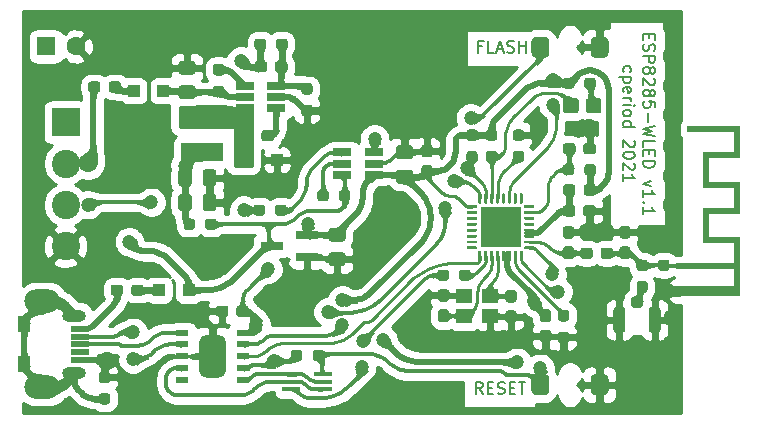
<source format=gbr>
G04 #@! TF.GenerationSoftware,KiCad,Pcbnew,5.1.10-88a1d61d58~89~ubuntu20.04.1*
G04 #@! TF.CreationDate,2021-07-08T20:05:20-04:00*
G04 #@! TF.ProjectId,ESP8285-WLED,45535038-3238-4352-9d57-4c45442e6b69,rev?*
G04 #@! TF.SameCoordinates,Original*
G04 #@! TF.FileFunction,Copper,L1,Top*
G04 #@! TF.FilePolarity,Positive*
%FSLAX46Y46*%
G04 Gerber Fmt 4.6, Leading zero omitted, Abs format (unit mm)*
G04 Created by KiCad (PCBNEW 5.1.10-88a1d61d58~89~ubuntu20.04.1) date 2021-07-08 20:05:20*
%MOMM*%
%LPD*%
G01*
G04 APERTURE LIST*
G04 #@! TA.AperFunction,NonConductor*
%ADD10C,0.200000*%
G04 #@! TD*
G04 #@! TA.AperFunction,EtchedComponent*
%ADD11C,0.050000*%
G04 #@! TD*
G04 #@! TA.AperFunction,ConnectorPad*
%ADD12R,0.500000X0.500000*%
G04 #@! TD*
G04 #@! TA.AperFunction,ComponentPad*
%ADD13R,0.500000X0.900000*%
G04 #@! TD*
G04 #@! TA.AperFunction,SMDPad,CuDef*
%ADD14R,1.400000X1.200000*%
G04 #@! TD*
G04 #@! TA.AperFunction,SMDPad,CuDef*
%ADD15R,1.100000X0.510000*%
G04 #@! TD*
G04 #@! TA.AperFunction,SMDPad,CuDef*
%ADD16R,1.560000X0.650000*%
G04 #@! TD*
G04 #@! TA.AperFunction,SMDPad,CuDef*
%ADD17R,1.900000X0.800000*%
G04 #@! TD*
G04 #@! TA.AperFunction,SMDPad,CuDef*
%ADD18R,3.450000X3.450000*%
G04 #@! TD*
G04 #@! TA.AperFunction,SMDPad,CuDef*
%ADD19R,1.500000X0.400000*%
G04 #@! TD*
G04 #@! TA.AperFunction,SMDPad,CuDef*
%ADD20R,3.600000X1.500000*%
G04 #@! TD*
G04 #@! TA.AperFunction,ComponentPad*
%ADD21O,3.000000X2.000000*%
G04 #@! TD*
G04 #@! TA.AperFunction,ComponentPad*
%ADD22O,2.000000X1.000000*%
G04 #@! TD*
G04 #@! TA.AperFunction,SMDPad,CuDef*
%ADD23R,1.600000X0.500000*%
G04 #@! TD*
G04 #@! TA.AperFunction,SMDPad,CuDef*
%ADD24R,1.000000X1.400000*%
G04 #@! TD*
G04 #@! TA.AperFunction,ComponentPad*
%ADD25C,2.400000*%
G04 #@! TD*
G04 #@! TA.AperFunction,ComponentPad*
%ADD26R,2.400000X2.400000*%
G04 #@! TD*
G04 #@! TA.AperFunction,SMDPad,CuDef*
%ADD27R,1.000000X1.000000*%
G04 #@! TD*
G04 #@! TA.AperFunction,ComponentPad*
%ADD28C,1.600000*%
G04 #@! TD*
G04 #@! TA.AperFunction,ComponentPad*
%ADD29R,1.600000X1.600000*%
G04 #@! TD*
G04 #@! TA.AperFunction,ViaPad*
%ADD30C,1.200000*%
G04 #@! TD*
G04 #@! TA.AperFunction,ViaPad*
%ADD31C,1.600000*%
G04 #@! TD*
G04 #@! TA.AperFunction,Conductor*
%ADD32C,0.350000*%
G04 #@! TD*
G04 #@! TA.AperFunction,Conductor*
%ADD33C,0.500000*%
G04 #@! TD*
G04 #@! TA.AperFunction,Conductor*
%ADD34C,0.900000*%
G04 #@! TD*
G04 #@! TA.AperFunction,Conductor*
%ADD35C,0.250000*%
G04 #@! TD*
G04 #@! TA.AperFunction,Conductor*
%ADD36C,0.254000*%
G04 #@! TD*
G04 #@! TA.AperFunction,Conductor*
%ADD37C,0.050000*%
G04 #@! TD*
G04 #@! TA.AperFunction,Conductor*
%ADD38C,0.025400*%
G04 #@! TD*
G04 APERTURE END LIST*
D10*
X143923428Y-94131761D02*
X143923428Y-94465095D01*
X143399619Y-94607952D02*
X143399619Y-94131761D01*
X144399619Y-94131761D01*
X144399619Y-94607952D01*
X143447238Y-94988904D02*
X143399619Y-95131761D01*
X143399619Y-95369857D01*
X143447238Y-95465095D01*
X143494857Y-95512714D01*
X143590095Y-95560333D01*
X143685333Y-95560333D01*
X143780571Y-95512714D01*
X143828190Y-95465095D01*
X143875809Y-95369857D01*
X143923428Y-95179380D01*
X143971047Y-95084142D01*
X144018666Y-95036523D01*
X144113904Y-94988904D01*
X144209142Y-94988904D01*
X144304380Y-95036523D01*
X144352000Y-95084142D01*
X144399619Y-95179380D01*
X144399619Y-95417476D01*
X144352000Y-95560333D01*
X143399619Y-95988904D02*
X144399619Y-95988904D01*
X144399619Y-96369857D01*
X144352000Y-96465095D01*
X144304380Y-96512714D01*
X144209142Y-96560333D01*
X144066285Y-96560333D01*
X143971047Y-96512714D01*
X143923428Y-96465095D01*
X143875809Y-96369857D01*
X143875809Y-95988904D01*
X143971047Y-97131761D02*
X144018666Y-97036523D01*
X144066285Y-96988904D01*
X144161523Y-96941285D01*
X144209142Y-96941285D01*
X144304380Y-96988904D01*
X144352000Y-97036523D01*
X144399619Y-97131761D01*
X144399619Y-97322238D01*
X144352000Y-97417476D01*
X144304380Y-97465095D01*
X144209142Y-97512714D01*
X144161523Y-97512714D01*
X144066285Y-97465095D01*
X144018666Y-97417476D01*
X143971047Y-97322238D01*
X143971047Y-97131761D01*
X143923428Y-97036523D01*
X143875809Y-96988904D01*
X143780571Y-96941285D01*
X143590095Y-96941285D01*
X143494857Y-96988904D01*
X143447238Y-97036523D01*
X143399619Y-97131761D01*
X143399619Y-97322238D01*
X143447238Y-97417476D01*
X143494857Y-97465095D01*
X143590095Y-97512714D01*
X143780571Y-97512714D01*
X143875809Y-97465095D01*
X143923428Y-97417476D01*
X143971047Y-97322238D01*
X144304380Y-97893666D02*
X144352000Y-97941285D01*
X144399619Y-98036523D01*
X144399619Y-98274619D01*
X144352000Y-98369857D01*
X144304380Y-98417476D01*
X144209142Y-98465095D01*
X144113904Y-98465095D01*
X143971047Y-98417476D01*
X143399619Y-97846047D01*
X143399619Y-98465095D01*
X143971047Y-99036523D02*
X144018666Y-98941285D01*
X144066285Y-98893666D01*
X144161523Y-98846047D01*
X144209142Y-98846047D01*
X144304380Y-98893666D01*
X144352000Y-98941285D01*
X144399619Y-99036523D01*
X144399619Y-99227000D01*
X144352000Y-99322238D01*
X144304380Y-99369857D01*
X144209142Y-99417476D01*
X144161523Y-99417476D01*
X144066285Y-99369857D01*
X144018666Y-99322238D01*
X143971047Y-99227000D01*
X143971047Y-99036523D01*
X143923428Y-98941285D01*
X143875809Y-98893666D01*
X143780571Y-98846047D01*
X143590095Y-98846047D01*
X143494857Y-98893666D01*
X143447238Y-98941285D01*
X143399619Y-99036523D01*
X143399619Y-99227000D01*
X143447238Y-99322238D01*
X143494857Y-99369857D01*
X143590095Y-99417476D01*
X143780571Y-99417476D01*
X143875809Y-99369857D01*
X143923428Y-99322238D01*
X143971047Y-99227000D01*
X144399619Y-100322238D02*
X144399619Y-99846047D01*
X143923428Y-99798428D01*
X143971047Y-99846047D01*
X144018666Y-99941285D01*
X144018666Y-100179380D01*
X143971047Y-100274619D01*
X143923428Y-100322238D01*
X143828190Y-100369857D01*
X143590095Y-100369857D01*
X143494857Y-100322238D01*
X143447238Y-100274619D01*
X143399619Y-100179380D01*
X143399619Y-99941285D01*
X143447238Y-99846047D01*
X143494857Y-99798428D01*
X143780571Y-100798428D02*
X143780571Y-101560333D01*
X144399619Y-101941285D02*
X143399619Y-102179380D01*
X144113904Y-102369857D01*
X143399619Y-102560333D01*
X144399619Y-102798428D01*
X143399619Y-103655571D02*
X143399619Y-103179380D01*
X144399619Y-103179380D01*
X143923428Y-103988904D02*
X143923428Y-104322238D01*
X143399619Y-104465095D02*
X143399619Y-103988904D01*
X144399619Y-103988904D01*
X144399619Y-104465095D01*
X143399619Y-104893666D02*
X144399619Y-104893666D01*
X144399619Y-105131761D01*
X144352000Y-105274619D01*
X144256761Y-105369857D01*
X144161523Y-105417476D01*
X143971047Y-105465095D01*
X143828190Y-105465095D01*
X143637714Y-105417476D01*
X143542476Y-105369857D01*
X143447238Y-105274619D01*
X143399619Y-105131761D01*
X143399619Y-104893666D01*
X144066285Y-106560333D02*
X143399619Y-106798428D01*
X144066285Y-107036523D01*
X143399619Y-107941285D02*
X143399619Y-107369857D01*
X143399619Y-107655571D02*
X144399619Y-107655571D01*
X144256761Y-107560333D01*
X144161523Y-107465095D01*
X144113904Y-107369857D01*
X143494857Y-108369857D02*
X143447238Y-108417476D01*
X143399619Y-108369857D01*
X143447238Y-108322238D01*
X143494857Y-108369857D01*
X143399619Y-108369857D01*
X143399619Y-109369857D02*
X143399619Y-108798428D01*
X143399619Y-109084142D02*
X144399619Y-109084142D01*
X144256761Y-108988904D01*
X144161523Y-108893666D01*
X144113904Y-108798428D01*
X141747238Y-97346047D02*
X141699619Y-97250809D01*
X141699619Y-97060333D01*
X141747238Y-96965095D01*
X141794857Y-96917476D01*
X141890095Y-96869857D01*
X142175809Y-96869857D01*
X142271047Y-96917476D01*
X142318666Y-96965095D01*
X142366285Y-97060333D01*
X142366285Y-97250809D01*
X142318666Y-97346047D01*
X142366285Y-97774619D02*
X141366285Y-97774619D01*
X142318666Y-97774619D02*
X142366285Y-97869857D01*
X142366285Y-98060333D01*
X142318666Y-98155571D01*
X142271047Y-98203190D01*
X142175809Y-98250809D01*
X141890095Y-98250809D01*
X141794857Y-98203190D01*
X141747238Y-98155571D01*
X141699619Y-98060333D01*
X141699619Y-97869857D01*
X141747238Y-97774619D01*
X141747238Y-99060333D02*
X141699619Y-98965095D01*
X141699619Y-98774619D01*
X141747238Y-98679380D01*
X141842476Y-98631761D01*
X142223428Y-98631761D01*
X142318666Y-98679380D01*
X142366285Y-98774619D01*
X142366285Y-98965095D01*
X142318666Y-99060333D01*
X142223428Y-99107952D01*
X142128190Y-99107952D01*
X142032952Y-98631761D01*
X141699619Y-99536523D02*
X142366285Y-99536523D01*
X142175809Y-99536523D02*
X142271047Y-99584142D01*
X142318666Y-99631761D01*
X142366285Y-99727000D01*
X142366285Y-99822238D01*
X141699619Y-100155571D02*
X142366285Y-100155571D01*
X142699619Y-100155571D02*
X142652000Y-100107952D01*
X142604380Y-100155571D01*
X142652000Y-100203190D01*
X142699619Y-100155571D01*
X142604380Y-100155571D01*
X141699619Y-100774619D02*
X141747238Y-100679380D01*
X141794857Y-100631761D01*
X141890095Y-100584142D01*
X142175809Y-100584142D01*
X142271047Y-100631761D01*
X142318666Y-100679380D01*
X142366285Y-100774619D01*
X142366285Y-100917476D01*
X142318666Y-101012714D01*
X142271047Y-101060333D01*
X142175809Y-101107952D01*
X141890095Y-101107952D01*
X141794857Y-101060333D01*
X141747238Y-101012714D01*
X141699619Y-100917476D01*
X141699619Y-100774619D01*
X141699619Y-101965095D02*
X142699619Y-101965095D01*
X141747238Y-101965095D02*
X141699619Y-101869857D01*
X141699619Y-101679380D01*
X141747238Y-101584142D01*
X141794857Y-101536523D01*
X141890095Y-101488904D01*
X142175809Y-101488904D01*
X142271047Y-101536523D01*
X142318666Y-101584142D01*
X142366285Y-101679380D01*
X142366285Y-101869857D01*
X142318666Y-101965095D01*
X142604380Y-103155571D02*
X142652000Y-103203190D01*
X142699619Y-103298428D01*
X142699619Y-103536523D01*
X142652000Y-103631761D01*
X142604380Y-103679380D01*
X142509142Y-103727000D01*
X142413904Y-103727000D01*
X142271047Y-103679380D01*
X141699619Y-103107952D01*
X141699619Y-103727000D01*
X142699619Y-104346047D02*
X142699619Y-104441285D01*
X142652000Y-104536523D01*
X142604380Y-104584142D01*
X142509142Y-104631761D01*
X142318666Y-104679380D01*
X142080571Y-104679380D01*
X141890095Y-104631761D01*
X141794857Y-104584142D01*
X141747238Y-104536523D01*
X141699619Y-104441285D01*
X141699619Y-104346047D01*
X141747238Y-104250809D01*
X141794857Y-104203190D01*
X141890095Y-104155571D01*
X142080571Y-104107952D01*
X142318666Y-104107952D01*
X142509142Y-104155571D01*
X142604380Y-104203190D01*
X142652000Y-104250809D01*
X142699619Y-104346047D01*
X142604380Y-105060333D02*
X142652000Y-105107952D01*
X142699619Y-105203190D01*
X142699619Y-105441285D01*
X142652000Y-105536523D01*
X142604380Y-105584142D01*
X142509142Y-105631761D01*
X142413904Y-105631761D01*
X142271047Y-105584142D01*
X141699619Y-105012714D01*
X141699619Y-105631761D01*
X141699619Y-106584142D02*
X141699619Y-106012714D01*
X141699619Y-106298428D02*
X142699619Y-106298428D01*
X142556761Y-106203190D01*
X142461523Y-106107952D01*
X142413904Y-106012714D01*
X129802119Y-124594880D02*
X129468785Y-124118690D01*
X129230690Y-124594880D02*
X129230690Y-123594880D01*
X129611642Y-123594880D01*
X129706880Y-123642500D01*
X129754500Y-123690119D01*
X129802119Y-123785357D01*
X129802119Y-123928214D01*
X129754500Y-124023452D01*
X129706880Y-124071071D01*
X129611642Y-124118690D01*
X129230690Y-124118690D01*
X130230690Y-124071071D02*
X130564023Y-124071071D01*
X130706880Y-124594880D02*
X130230690Y-124594880D01*
X130230690Y-123594880D01*
X130706880Y-123594880D01*
X131087833Y-124547261D02*
X131230690Y-124594880D01*
X131468785Y-124594880D01*
X131564023Y-124547261D01*
X131611642Y-124499642D01*
X131659261Y-124404404D01*
X131659261Y-124309166D01*
X131611642Y-124213928D01*
X131564023Y-124166309D01*
X131468785Y-124118690D01*
X131278309Y-124071071D01*
X131183071Y-124023452D01*
X131135452Y-123975833D01*
X131087833Y-123880595D01*
X131087833Y-123785357D01*
X131135452Y-123690119D01*
X131183071Y-123642500D01*
X131278309Y-123594880D01*
X131516404Y-123594880D01*
X131659261Y-123642500D01*
X132087833Y-124071071D02*
X132421166Y-124071071D01*
X132564023Y-124594880D02*
X132087833Y-124594880D01*
X132087833Y-123594880D01*
X132564023Y-123594880D01*
X132849738Y-123594880D02*
X133421166Y-123594880D01*
X133135452Y-124594880D02*
X133135452Y-123594880D01*
X129754523Y-95178571D02*
X129421190Y-95178571D01*
X129421190Y-95702380D02*
X129421190Y-94702380D01*
X129897380Y-94702380D01*
X130754523Y-95702380D02*
X130278333Y-95702380D01*
X130278333Y-94702380D01*
X131040238Y-95416666D02*
X131516428Y-95416666D01*
X130945000Y-95702380D02*
X131278333Y-94702380D01*
X131611666Y-95702380D01*
X131897380Y-95654761D02*
X132040238Y-95702380D01*
X132278333Y-95702380D01*
X132373571Y-95654761D01*
X132421190Y-95607142D01*
X132468809Y-95511904D01*
X132468809Y-95416666D01*
X132421190Y-95321428D01*
X132373571Y-95273809D01*
X132278333Y-95226190D01*
X132087857Y-95178571D01*
X131992619Y-95130952D01*
X131945000Y-95083333D01*
X131897380Y-94988095D01*
X131897380Y-94892857D01*
X131945000Y-94797619D01*
X131992619Y-94750000D01*
X132087857Y-94702380D01*
X132325952Y-94702380D01*
X132468809Y-94750000D01*
X132897380Y-95702380D02*
X132897380Y-94702380D01*
X132897380Y-95178571D02*
X133468809Y-95178571D01*
X133468809Y-95702380D02*
X133468809Y-94702380D01*
D11*
G04 #@! TO.C,AE1*
G36*
X148941000Y-111342000D02*
G01*
X148941000Y-109342000D01*
X151581000Y-109342000D01*
X151581000Y-106642000D01*
X148941000Y-106642000D01*
X148941000Y-104642000D01*
X151581000Y-104642000D01*
X151581000Y-101942000D01*
X147141000Y-101942000D01*
X147141000Y-102442000D01*
X151081000Y-102442000D01*
X151081000Y-104142000D01*
X148441000Y-104142000D01*
X148441000Y-107142000D01*
X151081000Y-107142000D01*
X151081000Y-108842000D01*
X148441000Y-108842000D01*
X148441000Y-111842000D01*
X151081000Y-111842000D01*
X151081000Y-113542000D01*
X146181000Y-113542000D01*
X146181000Y-114042000D01*
X151081000Y-114042000D01*
X151081000Y-115442000D01*
X146181000Y-115442000D01*
X146181000Y-116342000D01*
X146424215Y-116342000D01*
X146424215Y-116039583D01*
X146376605Y-116029742D01*
X146334203Y-116005674D01*
X146301419Y-115967731D01*
X146297065Y-115959819D01*
X146284957Y-115917156D01*
X146285700Y-115868637D01*
X146298600Y-115823122D01*
X146309213Y-115804511D01*
X146344447Y-115770868D01*
X146389632Y-115750309D01*
X146439158Y-115743778D01*
X146487417Y-115752218D01*
X146519643Y-115769112D01*
X146552313Y-115804372D01*
X146572408Y-115849682D01*
X146578982Y-115899267D01*
X146571092Y-115947353D01*
X146554186Y-115980245D01*
X146517416Y-116015185D01*
X146472622Y-116034847D01*
X146424215Y-116039583D01*
X146424215Y-116342000D01*
X151581000Y-116342000D01*
X151581000Y-111342000D01*
X148941000Y-111342000D01*
G37*
G04 #@! TD*
G04 #@! TO.P,D4,2*
G04 #@! TO.N,Net-(D4-Pad2)*
G04 #@! TA.AperFunction,SMDPad,CuDef*
G36*
G01*
X138539500Y-100603000D02*
X138539500Y-99803000D01*
G75*
G02*
X138789500Y-99553000I250000J0D01*
G01*
X139614500Y-99553000D01*
G75*
G02*
X139864500Y-99803000I0J-250000D01*
G01*
X139864500Y-100603000D01*
G75*
G02*
X139614500Y-100853000I-250000J0D01*
G01*
X138789500Y-100853000D01*
G75*
G02*
X138539500Y-100603000I0J250000D01*
G01*
G37*
G04 #@! TD.AperFunction*
G04 #@! TO.P,D4,1*
G04 #@! TO.N,/GPIO2*
G04 #@! TA.AperFunction,SMDPad,CuDef*
G36*
G01*
X136614500Y-100603000D02*
X136614500Y-99803000D01*
G75*
G02*
X136864500Y-99553000I250000J0D01*
G01*
X137689500Y-99553000D01*
G75*
G02*
X137939500Y-99803000I0J-250000D01*
G01*
X137939500Y-100603000D01*
G75*
G02*
X137689500Y-100853000I-250000J0D01*
G01*
X136864500Y-100853000D01*
G75*
G02*
X136614500Y-100603000I0J250000D01*
G01*
G37*
G04 #@! TD.AperFunction*
G04 #@! TD*
G04 #@! TO.P,C18,2*
G04 #@! TO.N,Net-(C15-Pad1)*
G04 #@! TA.AperFunction,SMDPad,CuDef*
G36*
G01*
X141608800Y-112110400D02*
X142083800Y-112110400D01*
G75*
G02*
X142321300Y-112347900I0J-237500D01*
G01*
X142321300Y-112947900D01*
G75*
G02*
X142083800Y-113185400I-237500J0D01*
G01*
X141608800Y-113185400D01*
G75*
G02*
X141371300Y-112947900I0J237500D01*
G01*
X141371300Y-112347900D01*
G75*
G02*
X141608800Y-112110400I237500J0D01*
G01*
G37*
G04 #@! TD.AperFunction*
G04 #@! TO.P,C18,1*
G04 #@! TO.N,GND*
G04 #@! TA.AperFunction,SMDPad,CuDef*
G36*
G01*
X141608800Y-110385400D02*
X142083800Y-110385400D01*
G75*
G02*
X142321300Y-110622900I0J-237500D01*
G01*
X142321300Y-111222900D01*
G75*
G02*
X142083800Y-111460400I-237500J0D01*
G01*
X141608800Y-111460400D01*
G75*
G02*
X141371300Y-111222900I0J237500D01*
G01*
X141371300Y-110622900D01*
G75*
G02*
X141608800Y-110385400I237500J0D01*
G01*
G37*
G04 #@! TD.AperFunction*
G04 #@! TD*
G04 #@! TO.P,C16,2*
G04 #@! TO.N,/ANT_LNA*
G04 #@! TA.AperFunction,SMDPad,CuDef*
G36*
G01*
X136833600Y-112111500D02*
X137308600Y-112111500D01*
G75*
G02*
X137546100Y-112349000I0J-237500D01*
G01*
X137546100Y-112949000D01*
G75*
G02*
X137308600Y-113186500I-237500J0D01*
G01*
X136833600Y-113186500D01*
G75*
G02*
X136596100Y-112949000I0J237500D01*
G01*
X136596100Y-112349000D01*
G75*
G02*
X136833600Y-112111500I237500J0D01*
G01*
G37*
G04 #@! TD.AperFunction*
G04 #@! TO.P,C16,1*
G04 #@! TO.N,GND*
G04 #@! TA.AperFunction,SMDPad,CuDef*
G36*
G01*
X136833600Y-110386500D02*
X137308600Y-110386500D01*
G75*
G02*
X137546100Y-110624000I0J-237500D01*
G01*
X137546100Y-111224000D01*
G75*
G02*
X137308600Y-111461500I-237500J0D01*
G01*
X136833600Y-111461500D01*
G75*
G02*
X136596100Y-111224000I0J237500D01*
G01*
X136596100Y-110624000D01*
G75*
G02*
X136833600Y-110386500I237500J0D01*
G01*
G37*
G04 #@! TD.AperFunction*
G04 #@! TD*
G04 #@! TO.P,J3,1*
G04 #@! TO.N,Net-(J3-Pad1)*
G04 #@! TA.AperFunction,SMDPad,CuDef*
G36*
G01*
X143373600Y-116588600D02*
X143373600Y-117088600D01*
G75*
G02*
X143123600Y-117338600I-250000J0D01*
G01*
X142623600Y-117338600D01*
G75*
G02*
X142373600Y-117088600I0J250000D01*
G01*
X142373600Y-116588600D01*
G75*
G02*
X142623600Y-116338600I250000J0D01*
G01*
X143123600Y-116338600D01*
G75*
G02*
X143373600Y-116588600I0J-250000D01*
G01*
G37*
G04 #@! TD.AperFunction*
G04 #@! TO.P,J3,2*
G04 #@! TO.N,GND*
G04 #@! TA.AperFunction,SMDPad,CuDef*
G36*
G01*
X141873600Y-117488600D02*
X141873600Y-119188600D01*
G75*
G02*
X141623600Y-119438600I-250000J0D01*
G01*
X141123600Y-119438600D01*
G75*
G02*
X140873600Y-119188600I0J250000D01*
G01*
X140873600Y-117488600D01*
G75*
G02*
X141123600Y-117238600I250000J0D01*
G01*
X141623600Y-117238600D01*
G75*
G02*
X141873600Y-117488600I0J-250000D01*
G01*
G37*
G04 #@! TD.AperFunction*
G04 #@! TA.AperFunction,SMDPad,CuDef*
G36*
G01*
X144873600Y-117488600D02*
X144873600Y-119188600D01*
G75*
G02*
X144623600Y-119438600I-250000J0D01*
G01*
X144123600Y-119438600D01*
G75*
G02*
X143873600Y-119188600I0J250000D01*
G01*
X143873600Y-117488600D01*
G75*
G02*
X144123600Y-117238600I250000J0D01*
G01*
X144623600Y-117238600D01*
G75*
G02*
X144873600Y-117488600I0J-250000D01*
G01*
G37*
G04 #@! TD.AperFunction*
G04 #@! TD*
D12*
G04 #@! TO.P,AE1,1*
G04 #@! TO.N,Net-(AE1-Pad1)*
X146431000Y-113792000D03*
D13*
G04 #@! TO.P,AE1,2*
G04 #@! TO.N,GND*
X146431000Y-115892000D03*
G04 #@! TD*
G04 #@! TO.P,R17,2*
G04 #@! TO.N,+3V3*
G04 #@! TA.AperFunction,SMDPad,CuDef*
G36*
G01*
X137560500Y-98060500D02*
X137560500Y-98535500D01*
G75*
G02*
X137323000Y-98773000I-237500J0D01*
G01*
X136823000Y-98773000D01*
G75*
G02*
X136585500Y-98535500I0J237500D01*
G01*
X136585500Y-98060500D01*
G75*
G02*
X136823000Y-97823000I237500J0D01*
G01*
X137323000Y-97823000D01*
G75*
G02*
X137560500Y-98060500I0J-237500D01*
G01*
G37*
G04 #@! TD.AperFunction*
G04 #@! TO.P,R17,1*
G04 #@! TO.N,Net-(D4-Pad2)*
G04 #@! TA.AperFunction,SMDPad,CuDef*
G36*
G01*
X139385500Y-98060500D02*
X139385500Y-98535500D01*
G75*
G02*
X139148000Y-98773000I-237500J0D01*
G01*
X138648000Y-98773000D01*
G75*
G02*
X138410500Y-98535500I0J237500D01*
G01*
X138410500Y-98060500D01*
G75*
G02*
X138648000Y-97823000I237500J0D01*
G01*
X139148000Y-97823000D01*
G75*
G02*
X139385500Y-98060500I0J-237500D01*
G01*
G37*
G04 #@! TD.AperFunction*
G04 #@! TD*
D14*
G04 #@! TO.P,Y1,4*
G04 #@! TO.N,GND*
X128229000Y-116307500D03*
G04 #@! TO.P,Y1,3*
G04 #@! TO.N,/XI*
X130429000Y-116307500D03*
G04 #@! TO.P,Y1,2*
G04 #@! TO.N,GND*
X130429000Y-118007500D03*
G04 #@! TO.P,Y1,1*
G04 #@! TO.N,/XO*
X128229000Y-118007500D03*
G04 #@! TD*
G04 #@! TO.P,U5,0*
G04 #@! TO.N,GND*
G04 #@! TA.AperFunction,SMDPad,CuDef*
G36*
G01*
X105809000Y-122649500D02*
X105809000Y-120174500D01*
G75*
G02*
X106371500Y-119612000I562500J0D01*
G01*
X107496500Y-119612000D01*
G75*
G02*
X108059000Y-120174500I0J-562500D01*
G01*
X108059000Y-122649500D01*
G75*
G02*
X107496500Y-123212000I-562500J0D01*
G01*
X106371500Y-123212000D01*
G75*
G02*
X105809000Y-122649500I0J562500D01*
G01*
G37*
G04 #@! TD.AperFunction*
D15*
G04 #@! TO.P,U5,10*
G04 #@! TO.N,+3V3*
X109484000Y-119412000D03*
G04 #@! TO.P,U5,9*
G04 #@! TO.N,/CUTXD*
X109484000Y-120412000D03*
G04 #@! TO.P,U5,5*
G04 #@! TO.N,N/C*
X104384000Y-123412000D03*
G04 #@! TO.P,U5,8*
G04 #@! TO.N,/URXD*
X109484000Y-121412000D03*
G04 #@! TO.P,U5,7*
G04 #@! TO.N,+3V3*
X109484000Y-122412000D03*
G04 #@! TO.P,U5,6*
G04 #@! TO.N,/RTS*
X109484000Y-123412000D03*
G04 #@! TO.P,U5,4*
G04 #@! TO.N,/DTR*
X104384000Y-122412000D03*
G04 #@! TO.P,U5,3*
G04 #@! TO.N,GND*
X104384000Y-121412000D03*
G04 #@! TO.P,U5,2*
G04 #@! TO.N,/D-*
X104384000Y-120412000D03*
G04 #@! TO.P,U5,1*
G04 #@! TO.N,/D+*
X104384000Y-119412000D03*
G04 #@! TD*
D16*
G04 #@! TO.P,U4,5*
G04 #@! TO.N,Net-(R9-Pad2)*
X117935000Y-105103000D03*
G04 #@! TO.P,U4,6*
G04 #@! TO.N,+5V*
X117935000Y-106053000D03*
G04 #@! TO.P,U4,4*
G04 #@! TO.N,Net-(R10-Pad2)*
X117935000Y-104153000D03*
G04 #@! TO.P,U4,3*
G04 #@! TO.N,WLED*
X120635000Y-104153000D03*
G04 #@! TO.P,U4,2*
G04 #@! TO.N,GND*
X120635000Y-105103000D03*
G04 #@! TO.P,U4,1*
G04 #@! TO.N,+3V3*
X120635000Y-106053000D03*
G04 #@! TD*
D17*
G04 #@! TO.P,U3,3*
G04 #@! TO.N,+5V*
X111935000Y-112080000D03*
G04 #@! TO.P,U3,2*
G04 #@! TO.N,+3V3*
X114935000Y-111130000D03*
G04 #@! TO.P,U3,1*
G04 #@! TO.N,GND*
X114935000Y-113030000D03*
G04 #@! TD*
D18*
G04 #@! TO.P,U2,33*
G04 #@! TO.N,GND*
X131318000Y-110490000D03*
G04 #@! TO.P,U2,32*
G04 #@! TO.N,/RST*
G04 #@! TA.AperFunction,SMDPad,CuDef*
G36*
G01*
X133193000Y-112552500D02*
X133193000Y-113302500D01*
G75*
G02*
X133130500Y-113365000I-62500J0D01*
G01*
X133005500Y-113365000D01*
G75*
G02*
X132943000Y-113302500I0J62500D01*
G01*
X132943000Y-112552500D01*
G75*
G02*
X133005500Y-112490000I62500J0D01*
G01*
X133130500Y-112490000D01*
G75*
G02*
X133193000Y-112552500I0J-62500D01*
G01*
G37*
G04 #@! TD.AperFunction*
G04 #@! TO.P,U2,31*
G04 #@! TO.N,/RES12K*
G04 #@! TA.AperFunction,SMDPad,CuDef*
G36*
G01*
X132693000Y-112552500D02*
X132693000Y-113302500D01*
G75*
G02*
X132630500Y-113365000I-62500J0D01*
G01*
X132505500Y-113365000D01*
G75*
G02*
X132443000Y-113302500I0J62500D01*
G01*
X132443000Y-112552500D01*
G75*
G02*
X132505500Y-112490000I62500J0D01*
G01*
X132630500Y-112490000D01*
G75*
G02*
X132693000Y-112552500I0J-62500D01*
G01*
G37*
G04 #@! TD.AperFunction*
G04 #@! TO.P,U2,30*
G04 #@! TO.N,+3V3*
G04 #@! TA.AperFunction,SMDPad,CuDef*
G36*
G01*
X132193000Y-112552500D02*
X132193000Y-113302500D01*
G75*
G02*
X132130500Y-113365000I-62500J0D01*
G01*
X132005500Y-113365000D01*
G75*
G02*
X131943000Y-113302500I0J62500D01*
G01*
X131943000Y-112552500D01*
G75*
G02*
X132005500Y-112490000I62500J0D01*
G01*
X132130500Y-112490000D01*
G75*
G02*
X132193000Y-112552500I0J-62500D01*
G01*
G37*
G04 #@! TD.AperFunction*
G04 #@! TO.P,U2,29*
G04 #@! TA.AperFunction,SMDPad,CuDef*
G36*
G01*
X131693000Y-112552500D02*
X131693000Y-113302500D01*
G75*
G02*
X131630500Y-113365000I-62500J0D01*
G01*
X131505500Y-113365000D01*
G75*
G02*
X131443000Y-113302500I0J62500D01*
G01*
X131443000Y-112552500D01*
G75*
G02*
X131505500Y-112490000I62500J0D01*
G01*
X131630500Y-112490000D01*
G75*
G02*
X131693000Y-112552500I0J-62500D01*
G01*
G37*
G04 #@! TD.AperFunction*
G04 #@! TO.P,U2,28*
G04 #@! TO.N,/XI*
G04 #@! TA.AperFunction,SMDPad,CuDef*
G36*
G01*
X131193000Y-112552500D02*
X131193000Y-113302500D01*
G75*
G02*
X131130500Y-113365000I-62500J0D01*
G01*
X131005500Y-113365000D01*
G75*
G02*
X130943000Y-113302500I0J62500D01*
G01*
X130943000Y-112552500D01*
G75*
G02*
X131005500Y-112490000I62500J0D01*
G01*
X131130500Y-112490000D01*
G75*
G02*
X131193000Y-112552500I0J-62500D01*
G01*
G37*
G04 #@! TD.AperFunction*
G04 #@! TO.P,U2,27*
G04 #@! TO.N,/XO*
G04 #@! TA.AperFunction,SMDPad,CuDef*
G36*
G01*
X130693000Y-112552500D02*
X130693000Y-113302500D01*
G75*
G02*
X130630500Y-113365000I-62500J0D01*
G01*
X130505500Y-113365000D01*
G75*
G02*
X130443000Y-113302500I0J62500D01*
G01*
X130443000Y-112552500D01*
G75*
G02*
X130505500Y-112490000I62500J0D01*
G01*
X130630500Y-112490000D01*
G75*
G02*
X130693000Y-112552500I0J-62500D01*
G01*
G37*
G04 #@! TD.AperFunction*
G04 #@! TO.P,U2,26*
G04 #@! TO.N,/UTXD*
G04 #@! TA.AperFunction,SMDPad,CuDef*
G36*
G01*
X130193000Y-112552500D02*
X130193000Y-113302500D01*
G75*
G02*
X130130500Y-113365000I-62500J0D01*
G01*
X130005500Y-113365000D01*
G75*
G02*
X129943000Y-113302500I0J62500D01*
G01*
X129943000Y-112552500D01*
G75*
G02*
X130005500Y-112490000I62500J0D01*
G01*
X130130500Y-112490000D01*
G75*
G02*
X130193000Y-112552500I0J-62500D01*
G01*
G37*
G04 #@! TD.AperFunction*
G04 #@! TO.P,U2,25*
G04 #@! TO.N,/URXD*
G04 #@! TA.AperFunction,SMDPad,CuDef*
G36*
G01*
X129693000Y-112552500D02*
X129693000Y-113302500D01*
G75*
G02*
X129630500Y-113365000I-62500J0D01*
G01*
X129505500Y-113365000D01*
G75*
G02*
X129443000Y-113302500I0J62500D01*
G01*
X129443000Y-112552500D01*
G75*
G02*
X129505500Y-112490000I62500J0D01*
G01*
X129630500Y-112490000D01*
G75*
G02*
X129693000Y-112552500I0J-62500D01*
G01*
G37*
G04 #@! TD.AperFunction*
G04 #@! TO.P,U2,24*
G04 #@! TO.N,N/C*
G04 #@! TA.AperFunction,SMDPad,CuDef*
G36*
G01*
X129318000Y-112177500D02*
X129318000Y-112302500D01*
G75*
G02*
X129255500Y-112365000I-62500J0D01*
G01*
X128505500Y-112365000D01*
G75*
G02*
X128443000Y-112302500I0J62500D01*
G01*
X128443000Y-112177500D01*
G75*
G02*
X128505500Y-112115000I62500J0D01*
G01*
X129255500Y-112115000D01*
G75*
G02*
X129318000Y-112177500I0J-62500D01*
G01*
G37*
G04 #@! TD.AperFunction*
G04 #@! TO.P,U2,23*
G04 #@! TA.AperFunction,SMDPad,CuDef*
G36*
G01*
X129318000Y-111677500D02*
X129318000Y-111802500D01*
G75*
G02*
X129255500Y-111865000I-62500J0D01*
G01*
X128505500Y-111865000D01*
G75*
G02*
X128443000Y-111802500I0J62500D01*
G01*
X128443000Y-111677500D01*
G75*
G02*
X128505500Y-111615000I62500J0D01*
G01*
X129255500Y-111615000D01*
G75*
G02*
X129318000Y-111677500I0J-62500D01*
G01*
G37*
G04 #@! TD.AperFunction*
G04 #@! TO.P,U2,22*
G04 #@! TA.AperFunction,SMDPad,CuDef*
G36*
G01*
X129318000Y-111177500D02*
X129318000Y-111302500D01*
G75*
G02*
X129255500Y-111365000I-62500J0D01*
G01*
X128505500Y-111365000D01*
G75*
G02*
X128443000Y-111302500I0J62500D01*
G01*
X128443000Y-111177500D01*
G75*
G02*
X128505500Y-111115000I62500J0D01*
G01*
X129255500Y-111115000D01*
G75*
G02*
X129318000Y-111177500I0J-62500D01*
G01*
G37*
G04 #@! TD.AperFunction*
G04 #@! TO.P,U2,21*
G04 #@! TA.AperFunction,SMDPad,CuDef*
G36*
G01*
X129318000Y-110677500D02*
X129318000Y-110802500D01*
G75*
G02*
X129255500Y-110865000I-62500J0D01*
G01*
X128505500Y-110865000D01*
G75*
G02*
X128443000Y-110802500I0J62500D01*
G01*
X128443000Y-110677500D01*
G75*
G02*
X128505500Y-110615000I62500J0D01*
G01*
X129255500Y-110615000D01*
G75*
G02*
X129318000Y-110677500I0J-62500D01*
G01*
G37*
G04 #@! TD.AperFunction*
G04 #@! TO.P,U2,20*
G04 #@! TA.AperFunction,SMDPad,CuDef*
G36*
G01*
X129318000Y-110177500D02*
X129318000Y-110302500D01*
G75*
G02*
X129255500Y-110365000I-62500J0D01*
G01*
X128505500Y-110365000D01*
G75*
G02*
X128443000Y-110302500I0J62500D01*
G01*
X128443000Y-110177500D01*
G75*
G02*
X128505500Y-110115000I62500J0D01*
G01*
X129255500Y-110115000D01*
G75*
G02*
X129318000Y-110177500I0J-62500D01*
G01*
G37*
G04 #@! TD.AperFunction*
G04 #@! TO.P,U2,19*
G04 #@! TA.AperFunction,SMDPad,CuDef*
G36*
G01*
X129318000Y-109677500D02*
X129318000Y-109802500D01*
G75*
G02*
X129255500Y-109865000I-62500J0D01*
G01*
X128505500Y-109865000D01*
G75*
G02*
X128443000Y-109802500I0J62500D01*
G01*
X128443000Y-109677500D01*
G75*
G02*
X128505500Y-109615000I62500J0D01*
G01*
X129255500Y-109615000D01*
G75*
G02*
X129318000Y-109677500I0J-62500D01*
G01*
G37*
G04 #@! TD.AperFunction*
G04 #@! TO.P,U2,18*
G04 #@! TA.AperFunction,SMDPad,CuDef*
G36*
G01*
X129318000Y-109177500D02*
X129318000Y-109302500D01*
G75*
G02*
X129255500Y-109365000I-62500J0D01*
G01*
X128505500Y-109365000D01*
G75*
G02*
X128443000Y-109302500I0J62500D01*
G01*
X128443000Y-109177500D01*
G75*
G02*
X128505500Y-109115000I62500J0D01*
G01*
X129255500Y-109115000D01*
G75*
G02*
X129318000Y-109177500I0J-62500D01*
G01*
G37*
G04 #@! TD.AperFunction*
G04 #@! TO.P,U2,17*
G04 #@! TO.N,+3V3*
G04 #@! TA.AperFunction,SMDPad,CuDef*
G36*
G01*
X129318000Y-108677500D02*
X129318000Y-108802500D01*
G75*
G02*
X129255500Y-108865000I-62500J0D01*
G01*
X128505500Y-108865000D01*
G75*
G02*
X128443000Y-108802500I0J62500D01*
G01*
X128443000Y-108677500D01*
G75*
G02*
X128505500Y-108615000I62500J0D01*
G01*
X129255500Y-108615000D01*
G75*
G02*
X129318000Y-108677500I0J-62500D01*
G01*
G37*
G04 #@! TD.AperFunction*
G04 #@! TO.P,U2,16*
G04 #@! TO.N,WLED*
G04 #@! TA.AperFunction,SMDPad,CuDef*
G36*
G01*
X129693000Y-107677500D02*
X129693000Y-108427500D01*
G75*
G02*
X129630500Y-108490000I-62500J0D01*
G01*
X129505500Y-108490000D01*
G75*
G02*
X129443000Y-108427500I0J62500D01*
G01*
X129443000Y-107677500D01*
G75*
G02*
X129505500Y-107615000I62500J0D01*
G01*
X129630500Y-107615000D01*
G75*
G02*
X129693000Y-107677500I0J-62500D01*
G01*
G37*
G04 #@! TD.AperFunction*
G04 #@! TO.P,U2,15*
G04 #@! TO.N,/GPIO0*
G04 #@! TA.AperFunction,SMDPad,CuDef*
G36*
G01*
X130193000Y-107677500D02*
X130193000Y-108427500D01*
G75*
G02*
X130130500Y-108490000I-62500J0D01*
G01*
X130005500Y-108490000D01*
G75*
G02*
X129943000Y-108427500I0J62500D01*
G01*
X129943000Y-107677500D01*
G75*
G02*
X130005500Y-107615000I62500J0D01*
G01*
X130130500Y-107615000D01*
G75*
G02*
X130193000Y-107677500I0J-62500D01*
G01*
G37*
G04 #@! TD.AperFunction*
G04 #@! TO.P,U2,14*
G04 #@! TO.N,/GPIO2*
G04 #@! TA.AperFunction,SMDPad,CuDef*
G36*
G01*
X130693000Y-107677500D02*
X130693000Y-108427500D01*
G75*
G02*
X130630500Y-108490000I-62500J0D01*
G01*
X130505500Y-108490000D01*
G75*
G02*
X130443000Y-108427500I0J62500D01*
G01*
X130443000Y-107677500D01*
G75*
G02*
X130505500Y-107615000I62500J0D01*
G01*
X130630500Y-107615000D01*
G75*
G02*
X130693000Y-107677500I0J-62500D01*
G01*
G37*
G04 #@! TD.AperFunction*
G04 #@! TO.P,U2,13*
G04 #@! TO.N,/GPIO15*
G04 #@! TA.AperFunction,SMDPad,CuDef*
G36*
G01*
X131193000Y-107677500D02*
X131193000Y-108427500D01*
G75*
G02*
X131130500Y-108490000I-62500J0D01*
G01*
X131005500Y-108490000D01*
G75*
G02*
X130943000Y-108427500I0J62500D01*
G01*
X130943000Y-107677500D01*
G75*
G02*
X131005500Y-107615000I62500J0D01*
G01*
X131130500Y-107615000D01*
G75*
G02*
X131193000Y-107677500I0J-62500D01*
G01*
G37*
G04 #@! TD.AperFunction*
G04 #@! TO.P,U2,12*
G04 #@! TO.N,N/C*
G04 #@! TA.AperFunction,SMDPad,CuDef*
G36*
G01*
X131693000Y-107677500D02*
X131693000Y-108427500D01*
G75*
G02*
X131630500Y-108490000I-62500J0D01*
G01*
X131505500Y-108490000D01*
G75*
G02*
X131443000Y-108427500I0J62500D01*
G01*
X131443000Y-107677500D01*
G75*
G02*
X131505500Y-107615000I62500J0D01*
G01*
X131630500Y-107615000D01*
G75*
G02*
X131693000Y-107677500I0J-62500D01*
G01*
G37*
G04 #@! TD.AperFunction*
G04 #@! TO.P,U2,11*
G04 #@! TO.N,+3V3*
G04 #@! TA.AperFunction,SMDPad,CuDef*
G36*
G01*
X132193000Y-107677500D02*
X132193000Y-108427500D01*
G75*
G02*
X132130500Y-108490000I-62500J0D01*
G01*
X132005500Y-108490000D01*
G75*
G02*
X131943000Y-108427500I0J62500D01*
G01*
X131943000Y-107677500D01*
G75*
G02*
X132005500Y-107615000I62500J0D01*
G01*
X132130500Y-107615000D01*
G75*
G02*
X132193000Y-107677500I0J-62500D01*
G01*
G37*
G04 #@! TD.AperFunction*
G04 #@! TO.P,U2,10*
G04 #@! TO.N,N/C*
G04 #@! TA.AperFunction,SMDPad,CuDef*
G36*
G01*
X132693000Y-107677500D02*
X132693000Y-108427500D01*
G75*
G02*
X132630500Y-108490000I-62500J0D01*
G01*
X132505500Y-108490000D01*
G75*
G02*
X132443000Y-108427500I0J62500D01*
G01*
X132443000Y-107677500D01*
G75*
G02*
X132505500Y-107615000I62500J0D01*
G01*
X132630500Y-107615000D01*
G75*
G02*
X132693000Y-107677500I0J-62500D01*
G01*
G37*
G04 #@! TD.AperFunction*
G04 #@! TO.P,U2,9*
G04 #@! TA.AperFunction,SMDPad,CuDef*
G36*
G01*
X133193000Y-107677500D02*
X133193000Y-108427500D01*
G75*
G02*
X133130500Y-108490000I-62500J0D01*
G01*
X133005500Y-108490000D01*
G75*
G02*
X132943000Y-108427500I0J62500D01*
G01*
X132943000Y-107677500D01*
G75*
G02*
X133005500Y-107615000I62500J0D01*
G01*
X133130500Y-107615000D01*
G75*
G02*
X133193000Y-107677500I0J-62500D01*
G01*
G37*
G04 #@! TD.AperFunction*
G04 #@! TO.P,U2,8*
G04 #@! TA.AperFunction,SMDPad,CuDef*
G36*
G01*
X134193000Y-108677500D02*
X134193000Y-108802500D01*
G75*
G02*
X134130500Y-108865000I-62500J0D01*
G01*
X133380500Y-108865000D01*
G75*
G02*
X133318000Y-108802500I0J62500D01*
G01*
X133318000Y-108677500D01*
G75*
G02*
X133380500Y-108615000I62500J0D01*
G01*
X134130500Y-108615000D01*
G75*
G02*
X134193000Y-108677500I0J-62500D01*
G01*
G37*
G04 #@! TD.AperFunction*
G04 #@! TO.P,U2,7*
G04 #@! TO.N,/EN*
G04 #@! TA.AperFunction,SMDPad,CuDef*
G36*
G01*
X134193000Y-109177500D02*
X134193000Y-109302500D01*
G75*
G02*
X134130500Y-109365000I-62500J0D01*
G01*
X133380500Y-109365000D01*
G75*
G02*
X133318000Y-109302500I0J62500D01*
G01*
X133318000Y-109177500D01*
G75*
G02*
X133380500Y-109115000I62500J0D01*
G01*
X134130500Y-109115000D01*
G75*
G02*
X134193000Y-109177500I0J-62500D01*
G01*
G37*
G04 #@! TD.AperFunction*
G04 #@! TO.P,U2,6*
G04 #@! TO.N,N/C*
G04 #@! TA.AperFunction,SMDPad,CuDef*
G36*
G01*
X134193000Y-109677500D02*
X134193000Y-109802500D01*
G75*
G02*
X134130500Y-109865000I-62500J0D01*
G01*
X133380500Y-109865000D01*
G75*
G02*
X133318000Y-109802500I0J62500D01*
G01*
X133318000Y-109677500D01*
G75*
G02*
X133380500Y-109615000I62500J0D01*
G01*
X134130500Y-109615000D01*
G75*
G02*
X134193000Y-109677500I0J-62500D01*
G01*
G37*
G04 #@! TD.AperFunction*
G04 #@! TO.P,U2,5*
G04 #@! TA.AperFunction,SMDPad,CuDef*
G36*
G01*
X134193000Y-110177500D02*
X134193000Y-110302500D01*
G75*
G02*
X134130500Y-110365000I-62500J0D01*
G01*
X133380500Y-110365000D01*
G75*
G02*
X133318000Y-110302500I0J62500D01*
G01*
X133318000Y-110177500D01*
G75*
G02*
X133380500Y-110115000I62500J0D01*
G01*
X134130500Y-110115000D01*
G75*
G02*
X134193000Y-110177500I0J-62500D01*
G01*
G37*
G04 #@! TD.AperFunction*
G04 #@! TO.P,U2,4*
G04 #@! TO.N,Net-(C13-Pad2)*
G04 #@! TA.AperFunction,SMDPad,CuDef*
G36*
G01*
X134193000Y-110677500D02*
X134193000Y-110802500D01*
G75*
G02*
X134130500Y-110865000I-62500J0D01*
G01*
X133380500Y-110865000D01*
G75*
G02*
X133318000Y-110802500I0J62500D01*
G01*
X133318000Y-110677500D01*
G75*
G02*
X133380500Y-110615000I62500J0D01*
G01*
X134130500Y-110615000D01*
G75*
G02*
X134193000Y-110677500I0J-62500D01*
G01*
G37*
G04 #@! TD.AperFunction*
G04 #@! TO.P,U2,3*
G04 #@! TA.AperFunction,SMDPad,CuDef*
G36*
G01*
X134193000Y-111177500D02*
X134193000Y-111302500D01*
G75*
G02*
X134130500Y-111365000I-62500J0D01*
G01*
X133380500Y-111365000D01*
G75*
G02*
X133318000Y-111302500I0J62500D01*
G01*
X133318000Y-111177500D01*
G75*
G02*
X133380500Y-111115000I62500J0D01*
G01*
X134130500Y-111115000D01*
G75*
G02*
X134193000Y-111177500I0J-62500D01*
G01*
G37*
G04 #@! TD.AperFunction*
G04 #@! TO.P,U2,2*
G04 #@! TO.N,/ANT_LNA*
G04 #@! TA.AperFunction,SMDPad,CuDef*
G36*
G01*
X134193000Y-111677500D02*
X134193000Y-111802500D01*
G75*
G02*
X134130500Y-111865000I-62500J0D01*
G01*
X133380500Y-111865000D01*
G75*
G02*
X133318000Y-111802500I0J62500D01*
G01*
X133318000Y-111677500D01*
G75*
G02*
X133380500Y-111615000I62500J0D01*
G01*
X134130500Y-111615000D01*
G75*
G02*
X134193000Y-111677500I0J-62500D01*
G01*
G37*
G04 #@! TD.AperFunction*
G04 #@! TO.P,U2,1*
G04 #@! TO.N,+3V3*
G04 #@! TA.AperFunction,SMDPad,CuDef*
G36*
G01*
X134193000Y-112177500D02*
X134193000Y-112302500D01*
G75*
G02*
X134130500Y-112365000I-62500J0D01*
G01*
X133380500Y-112365000D01*
G75*
G02*
X133318000Y-112302500I0J62500D01*
G01*
X133318000Y-112177500D01*
G75*
G02*
X133380500Y-112115000I62500J0D01*
G01*
X134130500Y-112115000D01*
G75*
G02*
X134193000Y-112177500I0J-62500D01*
G01*
G37*
G04 #@! TD.AperFunction*
G04 #@! TD*
D16*
G04 #@! TO.P,U1,5*
G04 #@! TO.N,/12VIN*
X109642000Y-99456000D03*
G04 #@! TO.P,U1,6*
G04 #@! TO.N,/SW*
X109642000Y-100406000D03*
G04 #@! TO.P,U1,4*
G04 #@! TO.N,/BEN*
X109642000Y-98506000D03*
G04 #@! TO.P,U1,3*
G04 #@! TO.N,/FB*
X112342000Y-98506000D03*
G04 #@! TO.P,U1,2*
G04 #@! TO.N,GND*
X112342000Y-99456000D03*
G04 #@! TO.P,U1,1*
G04 #@! TO.N,/BS*
X112342000Y-100406000D03*
G04 #@! TD*
G04 #@! TO.P,SW2,2*
G04 #@! TO.N,GND*
G04 #@! TA.AperFunction,SMDPad,CuDef*
G36*
G01*
X138938000Y-95769000D02*
X138938000Y-94731000D01*
G75*
G02*
X139319000Y-94350000I381000J0D01*
G01*
X140081000Y-94350000D01*
G75*
G02*
X140462000Y-94731000I0J-381000D01*
G01*
X140462000Y-95769000D01*
G75*
G02*
X140081000Y-96150000I-381000J0D01*
G01*
X139319000Y-96150000D01*
G75*
G02*
X138938000Y-95769000I0J381000D01*
G01*
G37*
G04 #@! TD.AperFunction*
G04 #@! TO.P,SW2,1*
G04 #@! TO.N,/GPIO0*
G04 #@! TA.AperFunction,SMDPad,CuDef*
G36*
G01*
X133938000Y-95769000D02*
X133938000Y-94731000D01*
G75*
G02*
X134319000Y-94350000I381000J0D01*
G01*
X135081000Y-94350000D01*
G75*
G02*
X135462000Y-94731000I0J-381000D01*
G01*
X135462000Y-95769000D01*
G75*
G02*
X135081000Y-96150000I-381000J0D01*
G01*
X134319000Y-96150000D01*
G75*
G02*
X133938000Y-95769000I0J381000D01*
G01*
G37*
G04 #@! TD.AperFunction*
G04 #@! TD*
G04 #@! TO.P,SW1,2*
G04 #@! TO.N,GND*
G04 #@! TA.AperFunction,SMDPad,CuDef*
G36*
G01*
X138938000Y-124344000D02*
X138938000Y-123306000D01*
G75*
G02*
X139319000Y-122925000I381000J0D01*
G01*
X140081000Y-122925000D01*
G75*
G02*
X140462000Y-123306000I0J-381000D01*
G01*
X140462000Y-124344000D01*
G75*
G02*
X140081000Y-124725000I-381000J0D01*
G01*
X139319000Y-124725000D01*
G75*
G02*
X138938000Y-124344000I0J381000D01*
G01*
G37*
G04 #@! TD.AperFunction*
G04 #@! TO.P,SW1,1*
G04 #@! TO.N,/RST*
G04 #@! TA.AperFunction,SMDPad,CuDef*
G36*
G01*
X133938000Y-124344000D02*
X133938000Y-123306000D01*
G75*
G02*
X134319000Y-122925000I381000J0D01*
G01*
X135081000Y-122925000D01*
G75*
G02*
X135462000Y-123306000I0J-381000D01*
G01*
X135462000Y-124344000D01*
G75*
G02*
X135081000Y-124725000I-381000J0D01*
G01*
X134319000Y-124725000D01*
G75*
G02*
X133938000Y-124344000I0J381000D01*
G01*
G37*
G04 #@! TD.AperFunction*
G04 #@! TD*
G04 #@! TO.P,R16,2*
G04 #@! TO.N,Net-(AE1-Pad1)*
G04 #@! TA.AperFunction,SMDPad,CuDef*
G36*
G01*
X144648100Y-113953300D02*
X144648100Y-113478300D01*
G75*
G02*
X144885600Y-113240800I237500J0D01*
G01*
X145385600Y-113240800D01*
G75*
G02*
X145623100Y-113478300I0J-237500D01*
G01*
X145623100Y-113953300D01*
G75*
G02*
X145385600Y-114190800I-237500J0D01*
G01*
X144885600Y-114190800D01*
G75*
G02*
X144648100Y-113953300I0J237500D01*
G01*
G37*
G04 #@! TD.AperFunction*
G04 #@! TO.P,R16,1*
G04 #@! TO.N,Net-(C15-Pad1)*
G04 #@! TA.AperFunction,SMDPad,CuDef*
G36*
G01*
X142823100Y-113953300D02*
X142823100Y-113478300D01*
G75*
G02*
X143060600Y-113240800I237500J0D01*
G01*
X143560600Y-113240800D01*
G75*
G02*
X143798100Y-113478300I0J-237500D01*
G01*
X143798100Y-113953300D01*
G75*
G02*
X143560600Y-114190800I-237500J0D01*
G01*
X143060600Y-114190800D01*
G75*
G02*
X142823100Y-113953300I0J237500D01*
G01*
G37*
G04 #@! TD.AperFunction*
G04 #@! TD*
G04 #@! TO.P,R15,2*
G04 #@! TO.N,Net-(C15-Pad1)*
G04 #@! TA.AperFunction,SMDPad,CuDef*
G36*
G01*
X143544300Y-114205200D02*
X143069300Y-114205200D01*
G75*
G02*
X142831800Y-113967700I0J237500D01*
G01*
X142831800Y-113467700D01*
G75*
G02*
X143069300Y-113230200I237500J0D01*
G01*
X143544300Y-113230200D01*
G75*
G02*
X143781800Y-113467700I0J-237500D01*
G01*
X143781800Y-113967700D01*
G75*
G02*
X143544300Y-114205200I-237500J0D01*
G01*
G37*
G04 #@! TD.AperFunction*
G04 #@! TO.P,R15,1*
G04 #@! TO.N,Net-(J3-Pad1)*
G04 #@! TA.AperFunction,SMDPad,CuDef*
G36*
G01*
X143544300Y-116030200D02*
X143069300Y-116030200D01*
G75*
G02*
X142831800Y-115792700I0J237500D01*
G01*
X142831800Y-115292700D01*
G75*
G02*
X143069300Y-115055200I237500J0D01*
G01*
X143544300Y-115055200D01*
G75*
G02*
X143781800Y-115292700I0J-237500D01*
G01*
X143781800Y-115792700D01*
G75*
G02*
X143544300Y-116030200I-237500J0D01*
G01*
G37*
G04 #@! TD.AperFunction*
G04 #@! TD*
G04 #@! TO.P,R14,2*
G04 #@! TO.N,Net-(J2-Pad6)*
G04 #@! TA.AperFunction,SMDPad,CuDef*
G36*
G01*
X97552500Y-124527500D02*
X98027500Y-124527500D01*
G75*
G02*
X98265000Y-124765000I0J-237500D01*
G01*
X98265000Y-125265000D01*
G75*
G02*
X98027500Y-125502500I-237500J0D01*
G01*
X97552500Y-125502500D01*
G75*
G02*
X97315000Y-125265000I0J237500D01*
G01*
X97315000Y-124765000D01*
G75*
G02*
X97552500Y-124527500I237500J0D01*
G01*
G37*
G04 #@! TD.AperFunction*
G04 #@! TO.P,R14,1*
G04 #@! TO.N,GND*
G04 #@! TA.AperFunction,SMDPad,CuDef*
G36*
G01*
X97552500Y-122702500D02*
X98027500Y-122702500D01*
G75*
G02*
X98265000Y-122940000I0J-237500D01*
G01*
X98265000Y-123440000D01*
G75*
G02*
X98027500Y-123677500I-237500J0D01*
G01*
X97552500Y-123677500D01*
G75*
G02*
X97315000Y-123440000I0J237500D01*
G01*
X97315000Y-122940000D01*
G75*
G02*
X97552500Y-122702500I237500J0D01*
G01*
G37*
G04 #@! TD.AperFunction*
G04 #@! TD*
G04 #@! TO.P,R13,2*
G04 #@! TO.N,+3V3*
G04 #@! TA.AperFunction,SMDPad,CuDef*
G36*
G01*
X130793500Y-103183500D02*
X130318500Y-103183500D01*
G75*
G02*
X130081000Y-102946000I0J237500D01*
G01*
X130081000Y-102446000D01*
G75*
G02*
X130318500Y-102208500I237500J0D01*
G01*
X130793500Y-102208500D01*
G75*
G02*
X131031000Y-102446000I0J-237500D01*
G01*
X131031000Y-102946000D01*
G75*
G02*
X130793500Y-103183500I-237500J0D01*
G01*
G37*
G04 #@! TD.AperFunction*
G04 #@! TO.P,R13,1*
G04 #@! TO.N,/GPIO2*
G04 #@! TA.AperFunction,SMDPad,CuDef*
G36*
G01*
X130793500Y-105008500D02*
X130318500Y-105008500D01*
G75*
G02*
X130081000Y-104771000I0J237500D01*
G01*
X130081000Y-104271000D01*
G75*
G02*
X130318500Y-104033500I237500J0D01*
G01*
X130793500Y-104033500D01*
G75*
G02*
X131031000Y-104271000I0J-237500D01*
G01*
X131031000Y-104771000D01*
G75*
G02*
X130793500Y-105008500I-237500J0D01*
G01*
G37*
G04 #@! TD.AperFunction*
G04 #@! TD*
G04 #@! TO.P,R12,2*
G04 #@! TO.N,+3V3*
G04 #@! TA.AperFunction,SMDPad,CuDef*
G36*
G01*
X129142500Y-103183500D02*
X128667500Y-103183500D01*
G75*
G02*
X128430000Y-102946000I0J237500D01*
G01*
X128430000Y-102446000D01*
G75*
G02*
X128667500Y-102208500I237500J0D01*
G01*
X129142500Y-102208500D01*
G75*
G02*
X129380000Y-102446000I0J-237500D01*
G01*
X129380000Y-102946000D01*
G75*
G02*
X129142500Y-103183500I-237500J0D01*
G01*
G37*
G04 #@! TD.AperFunction*
G04 #@! TO.P,R12,1*
G04 #@! TO.N,/GPIO0*
G04 #@! TA.AperFunction,SMDPad,CuDef*
G36*
G01*
X129142500Y-105008500D02*
X128667500Y-105008500D01*
G75*
G02*
X128430000Y-104771000I0J237500D01*
G01*
X128430000Y-104271000D01*
G75*
G02*
X128667500Y-104033500I237500J0D01*
G01*
X129142500Y-104033500D01*
G75*
G02*
X129380000Y-104271000I0J-237500D01*
G01*
X129380000Y-104771000D01*
G75*
G02*
X129142500Y-105008500I-237500J0D01*
G01*
G37*
G04 #@! TD.AperFunction*
G04 #@! TD*
G04 #@! TO.P,R11,2*
G04 #@! TO.N,/GPIO15*
G04 #@! TA.AperFunction,SMDPad,CuDef*
G36*
G01*
X132604500Y-104033500D02*
X133079500Y-104033500D01*
G75*
G02*
X133317000Y-104271000I0J-237500D01*
G01*
X133317000Y-104771000D01*
G75*
G02*
X133079500Y-105008500I-237500J0D01*
G01*
X132604500Y-105008500D01*
G75*
G02*
X132367000Y-104771000I0J237500D01*
G01*
X132367000Y-104271000D01*
G75*
G02*
X132604500Y-104033500I237500J0D01*
G01*
G37*
G04 #@! TD.AperFunction*
G04 #@! TO.P,R11,1*
G04 #@! TO.N,GND*
G04 #@! TA.AperFunction,SMDPad,CuDef*
G36*
G01*
X132604500Y-102208500D02*
X133079500Y-102208500D01*
G75*
G02*
X133317000Y-102446000I0J-237500D01*
G01*
X133317000Y-102946000D01*
G75*
G02*
X133079500Y-103183500I-237500J0D01*
G01*
X132604500Y-103183500D01*
G75*
G02*
X132367000Y-102946000I0J237500D01*
G01*
X132367000Y-102446000D01*
G75*
G02*
X132604500Y-102208500I237500J0D01*
G01*
G37*
G04 #@! TD.AperFunction*
G04 #@! TD*
G04 #@! TO.P,R10,2*
G04 #@! TO.N,Net-(R10-Pad2)*
G04 #@! TA.AperFunction,SMDPad,CuDef*
G36*
G01*
X112235800Y-109279700D02*
X112235800Y-108804700D01*
G75*
G02*
X112473300Y-108567200I237500J0D01*
G01*
X112973300Y-108567200D01*
G75*
G02*
X113210800Y-108804700I0J-237500D01*
G01*
X113210800Y-109279700D01*
G75*
G02*
X112973300Y-109517200I-237500J0D01*
G01*
X112473300Y-109517200D01*
G75*
G02*
X112235800Y-109279700I0J237500D01*
G01*
G37*
G04 #@! TD.AperFunction*
G04 #@! TO.P,R10,1*
G04 #@! TO.N,Net-(J1-Pad3)*
G04 #@! TA.AperFunction,SMDPad,CuDef*
G36*
G01*
X110410800Y-109279700D02*
X110410800Y-108804700D01*
G75*
G02*
X110648300Y-108567200I237500J0D01*
G01*
X111148300Y-108567200D01*
G75*
G02*
X111385800Y-108804700I0J-237500D01*
G01*
X111385800Y-109279700D01*
G75*
G02*
X111148300Y-109517200I-237500J0D01*
G01*
X110648300Y-109517200D01*
G75*
G02*
X110410800Y-109279700I0J237500D01*
G01*
G37*
G04 #@! TD.AperFunction*
G04 #@! TD*
G04 #@! TO.P,R9,2*
G04 #@! TO.N,Net-(R9-Pad2)*
G04 #@! TA.AperFunction,SMDPad,CuDef*
G36*
G01*
X116772500Y-107585500D02*
X116772500Y-108060500D01*
G75*
G02*
X116535000Y-108298000I-237500J0D01*
G01*
X116035000Y-108298000D01*
G75*
G02*
X115797500Y-108060500I0J237500D01*
G01*
X115797500Y-107585500D01*
G75*
G02*
X116035000Y-107348000I237500J0D01*
G01*
X116535000Y-107348000D01*
G75*
G02*
X116772500Y-107585500I0J-237500D01*
G01*
G37*
G04 #@! TD.AperFunction*
G04 #@! TO.P,R9,1*
G04 #@! TO.N,+5V*
G04 #@! TA.AperFunction,SMDPad,CuDef*
G36*
G01*
X118597500Y-107585500D02*
X118597500Y-108060500D01*
G75*
G02*
X118360000Y-108298000I-237500J0D01*
G01*
X117860000Y-108298000D01*
G75*
G02*
X117622500Y-108060500I0J237500D01*
G01*
X117622500Y-107585500D01*
G75*
G02*
X117860000Y-107348000I237500J0D01*
G01*
X118360000Y-107348000D01*
G75*
G02*
X118597500Y-107585500I0J-237500D01*
G01*
G37*
G04 #@! TD.AperFunction*
G04 #@! TD*
G04 #@! TO.P,R8,2*
G04 #@! TO.N,/5VOUT*
G04 #@! TA.AperFunction,SMDPad,CuDef*
G36*
G01*
X105453000Y-109998500D02*
X105453000Y-110473500D01*
G75*
G02*
X105215500Y-110711000I-237500J0D01*
G01*
X104715500Y-110711000D01*
G75*
G02*
X104478000Y-110473500I0J237500D01*
G01*
X104478000Y-109998500D01*
G75*
G02*
X104715500Y-109761000I237500J0D01*
G01*
X105215500Y-109761000D01*
G75*
G02*
X105453000Y-109998500I0J-237500D01*
G01*
G37*
G04 #@! TD.AperFunction*
G04 #@! TO.P,R8,1*
G04 #@! TO.N,+5V*
G04 #@! TA.AperFunction,SMDPad,CuDef*
G36*
G01*
X107278000Y-109998500D02*
X107278000Y-110473500D01*
G75*
G02*
X107040500Y-110711000I-237500J0D01*
G01*
X106540500Y-110711000D01*
G75*
G02*
X106303000Y-110473500I0J237500D01*
G01*
X106303000Y-109998500D01*
G75*
G02*
X106540500Y-109761000I237500J0D01*
G01*
X107040500Y-109761000D01*
G75*
G02*
X107278000Y-109998500I0J-237500D01*
G01*
G37*
G04 #@! TD.AperFunction*
G04 #@! TD*
G04 #@! TO.P,R7,2*
G04 #@! TO.N,/UTXD*
G04 #@! TA.AperFunction,SMDPad,CuDef*
G36*
G01*
X127806000Y-114791500D02*
X127806000Y-114316500D01*
G75*
G02*
X128043500Y-114079000I237500J0D01*
G01*
X128543500Y-114079000D01*
G75*
G02*
X128781000Y-114316500I0J-237500D01*
G01*
X128781000Y-114791500D01*
G75*
G02*
X128543500Y-115029000I-237500J0D01*
G01*
X128043500Y-115029000D01*
G75*
G02*
X127806000Y-114791500I0J237500D01*
G01*
G37*
G04 #@! TD.AperFunction*
G04 #@! TO.P,R7,1*
G04 #@! TO.N,/CUTXD*
G04 #@! TA.AperFunction,SMDPad,CuDef*
G36*
G01*
X125981000Y-114791500D02*
X125981000Y-114316500D01*
G75*
G02*
X126218500Y-114079000I237500J0D01*
G01*
X126718500Y-114079000D01*
G75*
G02*
X126956000Y-114316500I0J-237500D01*
G01*
X126956000Y-114791500D01*
G75*
G02*
X126718500Y-115029000I-237500J0D01*
G01*
X126218500Y-115029000D01*
G75*
G02*
X125981000Y-114791500I0J237500D01*
G01*
G37*
G04 #@! TD.AperFunction*
G04 #@! TD*
G04 #@! TO.P,R6,2*
G04 #@! TO.N,+3V3*
G04 #@! TA.AperFunction,SMDPad,CuDef*
G36*
G01*
X138425100Y-105850700D02*
X138425100Y-105375700D01*
G75*
G02*
X138662600Y-105138200I237500J0D01*
G01*
X139162600Y-105138200D01*
G75*
G02*
X139400100Y-105375700I0J-237500D01*
G01*
X139400100Y-105850700D01*
G75*
G02*
X139162600Y-106088200I-237500J0D01*
G01*
X138662600Y-106088200D01*
G75*
G02*
X138425100Y-105850700I0J237500D01*
G01*
G37*
G04 #@! TD.AperFunction*
G04 #@! TO.P,R6,1*
G04 #@! TO.N,/EN*
G04 #@! TA.AperFunction,SMDPad,CuDef*
G36*
G01*
X136600100Y-105850700D02*
X136600100Y-105375700D01*
G75*
G02*
X136837600Y-105138200I237500J0D01*
G01*
X137337600Y-105138200D01*
G75*
G02*
X137575100Y-105375700I0J-237500D01*
G01*
X137575100Y-105850700D01*
G75*
G02*
X137337600Y-106088200I-237500J0D01*
G01*
X136837600Y-106088200D01*
G75*
G02*
X136600100Y-105850700I0J237500D01*
G01*
G37*
G04 #@! TD.AperFunction*
G04 #@! TD*
G04 #@! TO.P,R5,2*
G04 #@! TO.N,GND*
G04 #@! TA.AperFunction,SMDPad,CuDef*
G36*
G01*
X114697500Y-100120000D02*
X115172500Y-100120000D01*
G75*
G02*
X115410000Y-100357500I0J-237500D01*
G01*
X115410000Y-100857500D01*
G75*
G02*
X115172500Y-101095000I-237500J0D01*
G01*
X114697500Y-101095000D01*
G75*
G02*
X114460000Y-100857500I0J237500D01*
G01*
X114460000Y-100357500D01*
G75*
G02*
X114697500Y-100120000I237500J0D01*
G01*
G37*
G04 #@! TD.AperFunction*
G04 #@! TO.P,R5,1*
G04 #@! TO.N,/FB*
G04 #@! TA.AperFunction,SMDPad,CuDef*
G36*
G01*
X114697500Y-98295000D02*
X115172500Y-98295000D01*
G75*
G02*
X115410000Y-98532500I0J-237500D01*
G01*
X115410000Y-99032500D01*
G75*
G02*
X115172500Y-99270000I-237500J0D01*
G01*
X114697500Y-99270000D01*
G75*
G02*
X114460000Y-99032500I0J237500D01*
G01*
X114460000Y-98532500D01*
G75*
G02*
X114697500Y-98295000I237500J0D01*
G01*
G37*
G04 #@! TD.AperFunction*
G04 #@! TD*
G04 #@! TO.P,R4,2*
G04 #@! TO.N,/FB*
G04 #@! TA.AperFunction,SMDPad,CuDef*
G36*
G01*
X112312000Y-95233500D02*
X112312000Y-94758500D01*
G75*
G02*
X112549500Y-94521000I237500J0D01*
G01*
X113049500Y-94521000D01*
G75*
G02*
X113287000Y-94758500I0J-237500D01*
G01*
X113287000Y-95233500D01*
G75*
G02*
X113049500Y-95471000I-237500J0D01*
G01*
X112549500Y-95471000D01*
G75*
G02*
X112312000Y-95233500I0J237500D01*
G01*
G37*
G04 #@! TD.AperFunction*
G04 #@! TO.P,R4,1*
G04 #@! TO.N,/5VOUT*
G04 #@! TA.AperFunction,SMDPad,CuDef*
G36*
G01*
X110487000Y-95233500D02*
X110487000Y-94758500D01*
G75*
G02*
X110724500Y-94521000I237500J0D01*
G01*
X111224500Y-94521000D01*
G75*
G02*
X111462000Y-94758500I0J-237500D01*
G01*
X111462000Y-95233500D01*
G75*
G02*
X111224500Y-95471000I-237500J0D01*
G01*
X110724500Y-95471000D01*
G75*
G02*
X110487000Y-95233500I0J237500D01*
G01*
G37*
G04 #@! TD.AperFunction*
G04 #@! TD*
G04 #@! TO.P,R3,2*
G04 #@! TO.N,/BEN*
G04 #@! TA.AperFunction,SMDPad,CuDef*
G36*
G01*
X107679500Y-97642500D02*
X107204500Y-97642500D01*
G75*
G02*
X106967000Y-97405000I0J237500D01*
G01*
X106967000Y-96905000D01*
G75*
G02*
X107204500Y-96667500I237500J0D01*
G01*
X107679500Y-96667500D01*
G75*
G02*
X107917000Y-96905000I0J-237500D01*
G01*
X107917000Y-97405000D01*
G75*
G02*
X107679500Y-97642500I-237500J0D01*
G01*
G37*
G04 #@! TD.AperFunction*
G04 #@! TO.P,R3,1*
G04 #@! TO.N,/12VIN*
G04 #@! TA.AperFunction,SMDPad,CuDef*
G36*
G01*
X107679500Y-99467500D02*
X107204500Y-99467500D01*
G75*
G02*
X106967000Y-99230000I0J237500D01*
G01*
X106967000Y-98730000D01*
G75*
G02*
X107204500Y-98492500I237500J0D01*
G01*
X107679500Y-98492500D01*
G75*
G02*
X107917000Y-98730000I0J-237500D01*
G01*
X107917000Y-99230000D01*
G75*
G02*
X107679500Y-99467500I-237500J0D01*
G01*
G37*
G04 #@! TD.AperFunction*
G04 #@! TD*
G04 #@! TO.P,R2,2*
G04 #@! TO.N,+3V3*
G04 #@! TA.AperFunction,SMDPad,CuDef*
G36*
G01*
X114550000Y-121111000D02*
X114550000Y-121586000D01*
G75*
G02*
X114312500Y-121823500I-237500J0D01*
G01*
X113812500Y-121823500D01*
G75*
G02*
X113575000Y-121586000I0J237500D01*
G01*
X113575000Y-121111000D01*
G75*
G02*
X113812500Y-120873500I237500J0D01*
G01*
X114312500Y-120873500D01*
G75*
G02*
X114550000Y-121111000I0J-237500D01*
G01*
G37*
G04 #@! TD.AperFunction*
G04 #@! TO.P,R2,1*
G04 #@! TO.N,/RST*
G04 #@! TA.AperFunction,SMDPad,CuDef*
G36*
G01*
X116375000Y-121111000D02*
X116375000Y-121586000D01*
G75*
G02*
X116137500Y-121823500I-237500J0D01*
G01*
X115637500Y-121823500D01*
G75*
G02*
X115400000Y-121586000I0J237500D01*
G01*
X115400000Y-121111000D01*
G75*
G02*
X115637500Y-120873500I237500J0D01*
G01*
X116137500Y-120873500D01*
G75*
G02*
X116375000Y-121111000I0J-237500D01*
G01*
G37*
G04 #@! TD.AperFunction*
G04 #@! TD*
G04 #@! TO.P,R1,2*
G04 #@! TO.N,GND*
G04 #@! TA.AperFunction,SMDPad,CuDef*
G36*
G01*
X136414500Y-119320500D02*
X136889500Y-119320500D01*
G75*
G02*
X137127000Y-119558000I0J-237500D01*
G01*
X137127000Y-120058000D01*
G75*
G02*
X136889500Y-120295500I-237500J0D01*
G01*
X136414500Y-120295500D01*
G75*
G02*
X136177000Y-120058000I0J237500D01*
G01*
X136177000Y-119558000D01*
G75*
G02*
X136414500Y-119320500I237500J0D01*
G01*
G37*
G04 #@! TD.AperFunction*
G04 #@! TO.P,R1,1*
G04 #@! TO.N,/RES12K*
G04 #@! TA.AperFunction,SMDPad,CuDef*
G36*
G01*
X136414500Y-117495500D02*
X136889500Y-117495500D01*
G75*
G02*
X137127000Y-117733000I0J-237500D01*
G01*
X137127000Y-118233000D01*
G75*
G02*
X136889500Y-118470500I-237500J0D01*
G01*
X136414500Y-118470500D01*
G75*
G02*
X136177000Y-118233000I0J237500D01*
G01*
X136177000Y-117733000D01*
G75*
G02*
X136414500Y-117495500I237500J0D01*
G01*
G37*
G04 #@! TD.AperFunction*
G04 #@! TD*
D19*
G04 #@! TO.P,Q1,6*
G04 #@! TO.N,/RST*
X116265000Y-122921000D03*
G04 #@! TO.P,Q1,5*
G04 #@! TO.N,/RTS*
X116265000Y-123571000D03*
G04 #@! TO.P,Q1,4*
G04 #@! TO.N,/DTR*
X116265000Y-124221000D03*
G04 #@! TO.P,Q1,3*
G04 #@! TO.N,/GPIO0*
X113605000Y-124221000D03*
G04 #@! TO.P,Q1,2*
G04 #@! TO.N,/DTR*
X113605000Y-123571000D03*
G04 #@! TO.P,Q1,1*
G04 #@! TO.N,/RTS*
X113605000Y-122921000D03*
G04 #@! TD*
G04 #@! TO.P,L2,2*
G04 #@! TO.N,Net-(C13-Pad2)*
G04 #@! TA.AperFunction,SMDPad,CuDef*
G36*
G01*
X137659600Y-107090200D02*
X137659600Y-107565200D01*
G75*
G02*
X137422100Y-107802700I-237500J0D01*
G01*
X136847100Y-107802700D01*
G75*
G02*
X136609600Y-107565200I0J237500D01*
G01*
X136609600Y-107090200D01*
G75*
G02*
X136847100Y-106852700I237500J0D01*
G01*
X137422100Y-106852700D01*
G75*
G02*
X137659600Y-107090200I0J-237500D01*
G01*
G37*
G04 #@! TD.AperFunction*
G04 #@! TO.P,L2,1*
G04 #@! TO.N,+3V3*
G04 #@! TA.AperFunction,SMDPad,CuDef*
G36*
G01*
X139409600Y-107090200D02*
X139409600Y-107565200D01*
G75*
G02*
X139172100Y-107802700I-237500J0D01*
G01*
X138597100Y-107802700D01*
G75*
G02*
X138359600Y-107565200I0J237500D01*
G01*
X138359600Y-107090200D01*
G75*
G02*
X138597100Y-106852700I237500J0D01*
G01*
X139172100Y-106852700D01*
G75*
G02*
X139409600Y-107090200I0J-237500D01*
G01*
G37*
G04 #@! TD.AperFunction*
G04 #@! TD*
D20*
G04 #@! TO.P,L1,2*
G04 #@! TO.N,/5VOUT*
X106045000Y-104140000D03*
G04 #@! TO.P,L1,1*
G04 #@! TO.N,/SW*
X106045000Y-101090000D03*
G04 #@! TD*
D21*
G04 #@! TO.P,J2,6*
G04 #@! TO.N,Net-(J2-Pad6)*
X92520000Y-116771000D03*
D22*
X95200000Y-117971000D03*
X95200000Y-122821000D03*
D23*
G04 #@! TO.P,J2,1*
G04 #@! TO.N,Net-(F2-Pad2)*
X95720000Y-119096000D03*
G04 #@! TO.P,J2,2*
G04 #@! TO.N,/D-*
X95720000Y-119746000D03*
G04 #@! TO.P,J2,5*
G04 #@! TO.N,GND*
X95720000Y-121696000D03*
G04 #@! TO.P,J2,4*
G04 #@! TO.N,N/C*
X95720000Y-121046000D03*
G04 #@! TO.P,J2,3*
G04 #@! TO.N,/D+*
X95720000Y-120396000D03*
D21*
G04 #@! TO.P,J2,6*
G04 #@! TO.N,Net-(J2-Pad6)*
X92520000Y-124021000D03*
D24*
X90970000Y-118696000D03*
X90970000Y-122096000D03*
G04 #@! TD*
D25*
G04 #@! TO.P,J1,4*
G04 #@! TO.N,GND*
X94488000Y-112100000D03*
G04 #@! TO.P,J1,3*
G04 #@! TO.N,Net-(J1-Pad3)*
X94488000Y-108600000D03*
G04 #@! TO.P,J1,2*
G04 #@! TO.N,+12V*
X94488000Y-105100000D03*
D26*
G04 #@! TO.P,J1,1*
G04 #@! TO.N,+5V*
X94488000Y-101600000D03*
G04 #@! TD*
G04 #@! TO.P,F2,2*
G04 #@! TO.N,Net-(F2-Pad2)*
G04 #@! TA.AperFunction,SMDPad,CuDef*
G36*
G01*
X99359000Y-115586500D02*
X99359000Y-116061500D01*
G75*
G02*
X99121500Y-116299000I-237500J0D01*
G01*
X98546500Y-116299000D01*
G75*
G02*
X98309000Y-116061500I0J237500D01*
G01*
X98309000Y-115586500D01*
G75*
G02*
X98546500Y-115349000I237500J0D01*
G01*
X99121500Y-115349000D01*
G75*
G02*
X99359000Y-115586500I0J-237500D01*
G01*
G37*
G04 #@! TD.AperFunction*
G04 #@! TO.P,F2,1*
G04 #@! TO.N,Net-(D3-Pad2)*
G04 #@! TA.AperFunction,SMDPad,CuDef*
G36*
G01*
X101109000Y-115586500D02*
X101109000Y-116061500D01*
G75*
G02*
X100871500Y-116299000I-237500J0D01*
G01*
X100296500Y-116299000D01*
G75*
G02*
X100059000Y-116061500I0J237500D01*
G01*
X100059000Y-115586500D01*
G75*
G02*
X100296500Y-115349000I237500J0D01*
G01*
X100871500Y-115349000D01*
G75*
G02*
X101109000Y-115586500I0J-237500D01*
G01*
G37*
G04 #@! TD.AperFunction*
G04 #@! TD*
G04 #@! TO.P,F1,2*
G04 #@! TO.N,Net-(D2-Pad2)*
G04 #@! TA.AperFunction,SMDPad,CuDef*
G36*
G01*
X98140000Y-98853000D02*
X98140000Y-98378000D01*
G75*
G02*
X98377500Y-98140500I237500J0D01*
G01*
X98952500Y-98140500D01*
G75*
G02*
X99190000Y-98378000I0J-237500D01*
G01*
X99190000Y-98853000D01*
G75*
G02*
X98952500Y-99090500I-237500J0D01*
G01*
X98377500Y-99090500D01*
G75*
G02*
X98140000Y-98853000I0J237500D01*
G01*
G37*
G04 #@! TD.AperFunction*
G04 #@! TO.P,F1,1*
G04 #@! TO.N,+12V*
G04 #@! TA.AperFunction,SMDPad,CuDef*
G36*
G01*
X96390000Y-98853000D02*
X96390000Y-98378000D01*
G75*
G02*
X96627500Y-98140500I237500J0D01*
G01*
X97202500Y-98140500D01*
G75*
G02*
X97440000Y-98378000I0J-237500D01*
G01*
X97440000Y-98853000D01*
G75*
G02*
X97202500Y-99090500I-237500J0D01*
G01*
X96627500Y-99090500D01*
G75*
G02*
X96390000Y-98853000I0J237500D01*
G01*
G37*
G04 #@! TD.AperFunction*
G04 #@! TD*
D27*
G04 #@! TO.P,D3,2*
G04 #@! TO.N,Net-(D3-Pad2)*
X102402000Y-115824000D03*
G04 #@! TO.P,D3,1*
G04 #@! TO.N,+5V*
X104902000Y-115824000D03*
G04 #@! TD*
G04 #@! TO.P,D2,2*
G04 #@! TO.N,Net-(D2-Pad2)*
X100268400Y-98933000D03*
G04 #@! TO.P,D2,1*
G04 #@! TO.N,/12VIN*
X102768400Y-98933000D03*
G04 #@! TD*
G04 #@! TO.P,D1,2*
G04 #@! TO.N,GND*
X112395000Y-104775000D03*
G04 #@! TO.P,D1,1*
G04 #@! TO.N,/SW*
X109895000Y-104775000D03*
G04 #@! TD*
G04 #@! TO.P,C17,2*
G04 #@! TO.N,GND*
G04 #@! TA.AperFunction,SMDPad,CuDef*
G36*
G01*
X108286500Y-117364500D02*
X108286500Y-117839500D01*
G75*
G02*
X108049000Y-118077000I-237500J0D01*
G01*
X107449000Y-118077000D01*
G75*
G02*
X107211500Y-117839500I0J237500D01*
G01*
X107211500Y-117364500D01*
G75*
G02*
X107449000Y-117127000I237500J0D01*
G01*
X108049000Y-117127000D01*
G75*
G02*
X108286500Y-117364500I0J-237500D01*
G01*
G37*
G04 #@! TD.AperFunction*
G04 #@! TO.P,C17,1*
G04 #@! TO.N,+3V3*
G04 #@! TA.AperFunction,SMDPad,CuDef*
G36*
G01*
X110011500Y-117364500D02*
X110011500Y-117839500D01*
G75*
G02*
X109774000Y-118077000I-237500J0D01*
G01*
X109174000Y-118077000D01*
G75*
G02*
X108936500Y-117839500I0J237500D01*
G01*
X108936500Y-117364500D01*
G75*
G02*
X109174000Y-117127000I237500J0D01*
G01*
X109774000Y-117127000D01*
G75*
G02*
X110011500Y-117364500I0J-237500D01*
G01*
G37*
G04 #@! TD.AperFunction*
G04 #@! TD*
G04 #@! TO.P,C15,2*
G04 #@! TO.N,/ANT_LNA*
G04 #@! TA.AperFunction,SMDPad,CuDef*
G36*
G01*
X139133700Y-112462300D02*
X139133700Y-112937300D01*
G75*
G02*
X138896200Y-113174800I-237500J0D01*
G01*
X138296200Y-113174800D01*
G75*
G02*
X138058700Y-112937300I0J237500D01*
G01*
X138058700Y-112462300D01*
G75*
G02*
X138296200Y-112224800I237500J0D01*
G01*
X138896200Y-112224800D01*
G75*
G02*
X139133700Y-112462300I0J-237500D01*
G01*
G37*
G04 #@! TD.AperFunction*
G04 #@! TO.P,C15,1*
G04 #@! TO.N,Net-(C15-Pad1)*
G04 #@! TA.AperFunction,SMDPad,CuDef*
G36*
G01*
X140858700Y-112462300D02*
X140858700Y-112937300D01*
G75*
G02*
X140621200Y-113174800I-237500J0D01*
G01*
X140021200Y-113174800D01*
G75*
G02*
X139783700Y-112937300I0J237500D01*
G01*
X139783700Y-112462300D01*
G75*
G02*
X140021200Y-112224800I237500J0D01*
G01*
X140621200Y-112224800D01*
G75*
G02*
X140858700Y-112462300I0J-237500D01*
G01*
G37*
G04 #@! TD.AperFunction*
G04 #@! TD*
G04 #@! TO.P,C14,2*
G04 #@! TO.N,+3V3*
G04 #@! TA.AperFunction,SMDPad,CuDef*
G36*
G01*
X124857500Y-105227000D02*
X125332500Y-105227000D01*
G75*
G02*
X125570000Y-105464500I0J-237500D01*
G01*
X125570000Y-106064500D01*
G75*
G02*
X125332500Y-106302000I-237500J0D01*
G01*
X124857500Y-106302000D01*
G75*
G02*
X124620000Y-106064500I0J237500D01*
G01*
X124620000Y-105464500D01*
G75*
G02*
X124857500Y-105227000I237500J0D01*
G01*
G37*
G04 #@! TD.AperFunction*
G04 #@! TO.P,C14,1*
G04 #@! TO.N,GND*
G04 #@! TA.AperFunction,SMDPad,CuDef*
G36*
G01*
X124857500Y-103502000D02*
X125332500Y-103502000D01*
G75*
G02*
X125570000Y-103739500I0J-237500D01*
G01*
X125570000Y-104339500D01*
G75*
G02*
X125332500Y-104577000I-237500J0D01*
G01*
X124857500Y-104577000D01*
G75*
G02*
X124620000Y-104339500I0J237500D01*
G01*
X124620000Y-103739500D01*
G75*
G02*
X124857500Y-103502000I237500J0D01*
G01*
G37*
G04 #@! TD.AperFunction*
G04 #@! TD*
G04 #@! TO.P,C13,2*
G04 #@! TO.N,Net-(C13-Pad2)*
G04 #@! TA.AperFunction,SMDPad,CuDef*
G36*
G01*
X137661600Y-108868200D02*
X137661600Y-109343200D01*
G75*
G02*
X137424100Y-109580700I-237500J0D01*
G01*
X136824100Y-109580700D01*
G75*
G02*
X136586600Y-109343200I0J237500D01*
G01*
X136586600Y-108868200D01*
G75*
G02*
X136824100Y-108630700I237500J0D01*
G01*
X137424100Y-108630700D01*
G75*
G02*
X137661600Y-108868200I0J-237500D01*
G01*
G37*
G04 #@! TD.AperFunction*
G04 #@! TO.P,C13,1*
G04 #@! TO.N,GND*
G04 #@! TA.AperFunction,SMDPad,CuDef*
G36*
G01*
X139386600Y-108868200D02*
X139386600Y-109343200D01*
G75*
G02*
X139149100Y-109580700I-237500J0D01*
G01*
X138549100Y-109580700D01*
G75*
G02*
X138311600Y-109343200I0J237500D01*
G01*
X138311600Y-108868200D01*
G75*
G02*
X138549100Y-108630700I237500J0D01*
G01*
X139149100Y-108630700D01*
G75*
G02*
X139386600Y-108868200I0J-237500D01*
G01*
G37*
G04 #@! TD.AperFunction*
G04 #@! TD*
G04 #@! TO.P,C12,2*
G04 #@! TO.N,+3V3*
G04 #@! TA.AperFunction,SMDPad,CuDef*
G36*
G01*
X135365500Y-118520500D02*
X134890500Y-118520500D01*
G75*
G02*
X134653000Y-118283000I0J237500D01*
G01*
X134653000Y-117683000D01*
G75*
G02*
X134890500Y-117445500I237500J0D01*
G01*
X135365500Y-117445500D01*
G75*
G02*
X135603000Y-117683000I0J-237500D01*
G01*
X135603000Y-118283000D01*
G75*
G02*
X135365500Y-118520500I-237500J0D01*
G01*
G37*
G04 #@! TD.AperFunction*
G04 #@! TO.P,C12,1*
G04 #@! TO.N,GND*
G04 #@! TA.AperFunction,SMDPad,CuDef*
G36*
G01*
X135365500Y-120245500D02*
X134890500Y-120245500D01*
G75*
G02*
X134653000Y-120008000I0J237500D01*
G01*
X134653000Y-119408000D01*
G75*
G02*
X134890500Y-119170500I237500J0D01*
G01*
X135365500Y-119170500D01*
G75*
G02*
X135603000Y-119408000I0J-237500D01*
G01*
X135603000Y-120008000D01*
G75*
G02*
X135365500Y-120245500I-237500J0D01*
G01*
G37*
G04 #@! TD.AperFunction*
G04 #@! TD*
G04 #@! TO.P,C11,2*
G04 #@! TO.N,/EN*
G04 #@! TA.AperFunction,SMDPad,CuDef*
G36*
G01*
X137675100Y-103597700D02*
X137675100Y-104072700D01*
G75*
G02*
X137437600Y-104310200I-237500J0D01*
G01*
X136837600Y-104310200D01*
G75*
G02*
X136600100Y-104072700I0J237500D01*
G01*
X136600100Y-103597700D01*
G75*
G02*
X136837600Y-103360200I237500J0D01*
G01*
X137437600Y-103360200D01*
G75*
G02*
X137675100Y-103597700I0J-237500D01*
G01*
G37*
G04 #@! TD.AperFunction*
G04 #@! TO.P,C11,1*
G04 #@! TO.N,GND*
G04 #@! TA.AperFunction,SMDPad,CuDef*
G36*
G01*
X139400100Y-103597700D02*
X139400100Y-104072700D01*
G75*
G02*
X139162600Y-104310200I-237500J0D01*
G01*
X138562600Y-104310200D01*
G75*
G02*
X138325100Y-104072700I0J237500D01*
G01*
X138325100Y-103597700D01*
G75*
G02*
X138562600Y-103360200I237500J0D01*
G01*
X139162600Y-103360200D01*
G75*
G02*
X139400100Y-103597700I0J-237500D01*
G01*
G37*
G04 #@! TD.AperFunction*
G04 #@! TD*
G04 #@! TO.P,C10,2*
G04 #@! TO.N,+3V3*
G04 #@! TA.AperFunction,SMDPad,CuDef*
G36*
G01*
X122715000Y-105627500D02*
X123665000Y-105627500D01*
G75*
G02*
X123915000Y-105877500I0J-250000D01*
G01*
X123915000Y-106552500D01*
G75*
G02*
X123665000Y-106802500I-250000J0D01*
G01*
X122715000Y-106802500D01*
G75*
G02*
X122465000Y-106552500I0J250000D01*
G01*
X122465000Y-105877500D01*
G75*
G02*
X122715000Y-105627500I250000J0D01*
G01*
G37*
G04 #@! TD.AperFunction*
G04 #@! TO.P,C10,1*
G04 #@! TO.N,GND*
G04 #@! TA.AperFunction,SMDPad,CuDef*
G36*
G01*
X122715000Y-103552500D02*
X123665000Y-103552500D01*
G75*
G02*
X123915000Y-103802500I0J-250000D01*
G01*
X123915000Y-104477500D01*
G75*
G02*
X123665000Y-104727500I-250000J0D01*
G01*
X122715000Y-104727500D01*
G75*
G02*
X122465000Y-104477500I0J250000D01*
G01*
X122465000Y-103802500D01*
G75*
G02*
X122715000Y-103552500I250000J0D01*
G01*
G37*
G04 #@! TD.AperFunction*
G04 #@! TD*
G04 #@! TO.P,C9,2*
G04 #@! TO.N,GND*
G04 #@! TA.AperFunction,SMDPad,CuDef*
G36*
G01*
X105250000Y-97572500D02*
X104300000Y-97572500D01*
G75*
G02*
X104050000Y-97322500I0J250000D01*
G01*
X104050000Y-96647500D01*
G75*
G02*
X104300000Y-96397500I250000J0D01*
G01*
X105250000Y-96397500D01*
G75*
G02*
X105500000Y-96647500I0J-250000D01*
G01*
X105500000Y-97322500D01*
G75*
G02*
X105250000Y-97572500I-250000J0D01*
G01*
G37*
G04 #@! TD.AperFunction*
G04 #@! TO.P,C9,1*
G04 #@! TO.N,/12VIN*
G04 #@! TA.AperFunction,SMDPad,CuDef*
G36*
G01*
X105250000Y-99647500D02*
X104300000Y-99647500D01*
G75*
G02*
X104050000Y-99397500I0J250000D01*
G01*
X104050000Y-98722500D01*
G75*
G02*
X104300000Y-98472500I250000J0D01*
G01*
X105250000Y-98472500D01*
G75*
G02*
X105500000Y-98722500I0J-250000D01*
G01*
X105500000Y-99397500D01*
G75*
G02*
X105250000Y-99647500I-250000J0D01*
G01*
G37*
G04 #@! TD.AperFunction*
G04 #@! TD*
G04 #@! TO.P,C8,2*
G04 #@! TO.N,+3V3*
G04 #@! TA.AperFunction,SMDPad,CuDef*
G36*
G01*
X117950000Y-111712500D02*
X117000000Y-111712500D01*
G75*
G02*
X116750000Y-111462500I0J250000D01*
G01*
X116750000Y-110787500D01*
G75*
G02*
X117000000Y-110537500I250000J0D01*
G01*
X117950000Y-110537500D01*
G75*
G02*
X118200000Y-110787500I0J-250000D01*
G01*
X118200000Y-111462500D01*
G75*
G02*
X117950000Y-111712500I-250000J0D01*
G01*
G37*
G04 #@! TD.AperFunction*
G04 #@! TO.P,C8,1*
G04 #@! TO.N,GND*
G04 #@! TA.AperFunction,SMDPad,CuDef*
G36*
G01*
X117950000Y-113787500D02*
X117000000Y-113787500D01*
G75*
G02*
X116750000Y-113537500I0J250000D01*
G01*
X116750000Y-112862500D01*
G75*
G02*
X117000000Y-112612500I250000J0D01*
G01*
X117950000Y-112612500D01*
G75*
G02*
X118200000Y-112862500I0J-250000D01*
G01*
X118200000Y-113537500D01*
G75*
G02*
X117950000Y-113787500I-250000J0D01*
G01*
G37*
G04 #@! TD.AperFunction*
G04 #@! TD*
G04 #@! TO.P,C7,2*
G04 #@! TO.N,GND*
G04 #@! TA.AperFunction,SMDPad,CuDef*
G36*
G01*
X106092500Y-108869500D02*
X106092500Y-107919500D01*
G75*
G02*
X106342500Y-107669500I250000J0D01*
G01*
X107017500Y-107669500D01*
G75*
G02*
X107267500Y-107919500I0J-250000D01*
G01*
X107267500Y-108869500D01*
G75*
G02*
X107017500Y-109119500I-250000J0D01*
G01*
X106342500Y-109119500D01*
G75*
G02*
X106092500Y-108869500I0J250000D01*
G01*
G37*
G04 #@! TD.AperFunction*
G04 #@! TO.P,C7,1*
G04 #@! TO.N,/5VOUT*
G04 #@! TA.AperFunction,SMDPad,CuDef*
G36*
G01*
X104017500Y-108869500D02*
X104017500Y-107919500D01*
G75*
G02*
X104267500Y-107669500I250000J0D01*
G01*
X104942500Y-107669500D01*
G75*
G02*
X105192500Y-107919500I0J-250000D01*
G01*
X105192500Y-108869500D01*
G75*
G02*
X104942500Y-109119500I-250000J0D01*
G01*
X104267500Y-109119500D01*
G75*
G02*
X104017500Y-108869500I0J250000D01*
G01*
G37*
G04 #@! TD.AperFunction*
G04 #@! TD*
G04 #@! TO.P,C6,2*
G04 #@! TO.N,GND*
G04 #@! TA.AperFunction,SMDPad,CuDef*
G36*
G01*
X106092500Y-106774000D02*
X106092500Y-105824000D01*
G75*
G02*
X106342500Y-105574000I250000J0D01*
G01*
X107017500Y-105574000D01*
G75*
G02*
X107267500Y-105824000I0J-250000D01*
G01*
X107267500Y-106774000D01*
G75*
G02*
X107017500Y-107024000I-250000J0D01*
G01*
X106342500Y-107024000D01*
G75*
G02*
X106092500Y-106774000I0J250000D01*
G01*
G37*
G04 #@! TD.AperFunction*
G04 #@! TO.P,C6,1*
G04 #@! TO.N,/5VOUT*
G04 #@! TA.AperFunction,SMDPad,CuDef*
G36*
G01*
X104017500Y-106774000D02*
X104017500Y-105824000D01*
G75*
G02*
X104267500Y-105574000I250000J0D01*
G01*
X104942500Y-105574000D01*
G75*
G02*
X105192500Y-105824000I0J-250000D01*
G01*
X105192500Y-106774000D01*
G75*
G02*
X104942500Y-107024000I-250000J0D01*
G01*
X104267500Y-107024000D01*
G75*
G02*
X104017500Y-106774000I0J250000D01*
G01*
G37*
G04 #@! TD.AperFunction*
G04 #@! TD*
G04 #@! TO.P,C5,2*
G04 #@! TO.N,/FB*
G04 #@! TA.AperFunction,SMDPad,CuDef*
G36*
G01*
X112212000Y-97138500D02*
X112212000Y-96663500D01*
G75*
G02*
X112449500Y-96426000I237500J0D01*
G01*
X113049500Y-96426000D01*
G75*
G02*
X113287000Y-96663500I0J-237500D01*
G01*
X113287000Y-97138500D01*
G75*
G02*
X113049500Y-97376000I-237500J0D01*
G01*
X112449500Y-97376000D01*
G75*
G02*
X112212000Y-97138500I0J237500D01*
G01*
G37*
G04 #@! TD.AperFunction*
G04 #@! TO.P,C5,1*
G04 #@! TO.N,/5VOUT*
G04 #@! TA.AperFunction,SMDPad,CuDef*
G36*
G01*
X110487000Y-97138500D02*
X110487000Y-96663500D01*
G75*
G02*
X110724500Y-96426000I237500J0D01*
G01*
X111324500Y-96426000D01*
G75*
G02*
X111562000Y-96663500I0J-237500D01*
G01*
X111562000Y-97138500D01*
G75*
G02*
X111324500Y-97376000I-237500J0D01*
G01*
X110724500Y-97376000D01*
G75*
G02*
X110487000Y-97138500I0J237500D01*
G01*
G37*
G04 #@! TD.AperFunction*
G04 #@! TD*
G04 #@! TO.P,C4,2*
G04 #@! TO.N,/BS*
G04 #@! TA.AperFunction,SMDPad,CuDef*
G36*
G01*
X111069000Y-102980500D02*
X111069000Y-102505500D01*
G75*
G02*
X111306500Y-102268000I237500J0D01*
G01*
X111906500Y-102268000D01*
G75*
G02*
X112144000Y-102505500I0J-237500D01*
G01*
X112144000Y-102980500D01*
G75*
G02*
X111906500Y-103218000I-237500J0D01*
G01*
X111306500Y-103218000D01*
G75*
G02*
X111069000Y-102980500I0J237500D01*
G01*
G37*
G04 #@! TD.AperFunction*
G04 #@! TO.P,C4,1*
G04 #@! TO.N,/SW*
G04 #@! TA.AperFunction,SMDPad,CuDef*
G36*
G01*
X109344000Y-102980500D02*
X109344000Y-102505500D01*
G75*
G02*
X109581500Y-102268000I237500J0D01*
G01*
X110181500Y-102268000D01*
G75*
G02*
X110419000Y-102505500I0J-237500D01*
G01*
X110419000Y-102980500D01*
G75*
G02*
X110181500Y-103218000I-237500J0D01*
G01*
X109581500Y-103218000D01*
G75*
G02*
X109344000Y-102980500I0J237500D01*
G01*
G37*
G04 #@! TD.AperFunction*
G04 #@! TD*
D28*
G04 #@! TO.P,C3,2*
G04 #@! TO.N,GND*
X95337000Y-95186500D03*
D29*
G04 #@! TO.P,C3,1*
G04 #@! TO.N,+12V*
X92837000Y-95186500D03*
G04 #@! TD*
G04 #@! TO.P,C2,2*
G04 #@! TO.N,GND*
G04 #@! TA.AperFunction,SMDPad,CuDef*
G36*
G01*
X131969500Y-117519500D02*
X132444500Y-117519500D01*
G75*
G02*
X132682000Y-117757000I0J-237500D01*
G01*
X132682000Y-118357000D01*
G75*
G02*
X132444500Y-118594500I-237500J0D01*
G01*
X131969500Y-118594500D01*
G75*
G02*
X131732000Y-118357000I0J237500D01*
G01*
X131732000Y-117757000D01*
G75*
G02*
X131969500Y-117519500I237500J0D01*
G01*
G37*
G04 #@! TD.AperFunction*
G04 #@! TO.P,C2,1*
G04 #@! TO.N,/XI*
G04 #@! TA.AperFunction,SMDPad,CuDef*
G36*
G01*
X131969500Y-115794500D02*
X132444500Y-115794500D01*
G75*
G02*
X132682000Y-116032000I0J-237500D01*
G01*
X132682000Y-116632000D01*
G75*
G02*
X132444500Y-116869500I-237500J0D01*
G01*
X131969500Y-116869500D01*
G75*
G02*
X131732000Y-116632000I0J237500D01*
G01*
X131732000Y-116032000D01*
G75*
G02*
X131969500Y-115794500I237500J0D01*
G01*
G37*
G04 #@! TD.AperFunction*
G04 #@! TD*
G04 #@! TO.P,C1,2*
G04 #@! TO.N,/XO*
G04 #@! TA.AperFunction,SMDPad,CuDef*
G36*
G01*
X126254500Y-117445500D02*
X126729500Y-117445500D01*
G75*
G02*
X126967000Y-117683000I0J-237500D01*
G01*
X126967000Y-118283000D01*
G75*
G02*
X126729500Y-118520500I-237500J0D01*
G01*
X126254500Y-118520500D01*
G75*
G02*
X126017000Y-118283000I0J237500D01*
G01*
X126017000Y-117683000D01*
G75*
G02*
X126254500Y-117445500I237500J0D01*
G01*
G37*
G04 #@! TD.AperFunction*
G04 #@! TO.P,C1,1*
G04 #@! TO.N,GND*
G04 #@! TA.AperFunction,SMDPad,CuDef*
G36*
G01*
X126254500Y-115720500D02*
X126729500Y-115720500D01*
G75*
G02*
X126967000Y-115958000I0J-237500D01*
G01*
X126967000Y-116558000D01*
G75*
G02*
X126729500Y-116795500I-237500J0D01*
G01*
X126254500Y-116795500D01*
G75*
G02*
X126017000Y-116558000I0J237500D01*
G01*
X126017000Y-115958000D01*
G75*
G02*
X126254500Y-115720500I237500J0D01*
G01*
G37*
G04 #@! TD.AperFunction*
G04 #@! TD*
D30*
G04 #@! TO.N,GND*
X130556000Y-111252000D03*
X132080000Y-111252000D03*
X132080000Y-109728000D03*
X130556000Y-109728000D03*
X106934000Y-121412000D03*
D31*
X145796000Y-111252000D03*
X145796000Y-108585000D03*
X145796000Y-100965000D03*
X145796000Y-98552000D03*
X145859500Y-122936000D03*
X145859500Y-125349000D03*
X145796000Y-96012000D03*
X145796000Y-93472000D03*
X104775000Y-94869000D03*
X102489000Y-96266000D03*
X116840000Y-100584000D03*
X119761000Y-113157000D03*
X114935000Y-114935000D03*
X111506000Y-116586000D03*
X105664000Y-117856000D03*
X100584000Y-124333000D03*
X99060000Y-113665000D03*
X114554000Y-103378000D03*
X141706600Y-125425200D03*
X101282500Y-110363000D03*
X108712000Y-106807000D03*
X112458500Y-106680000D03*
X109220000Y-111887000D03*
X130810000Y-97663000D03*
X123190000Y-102108000D03*
X125095000Y-102108000D03*
X131114800Y-120243600D03*
X123266200Y-119176800D03*
X124561600Y-117475000D03*
X129184400Y-120243600D03*
X111696500Y-125349000D03*
X97980500Y-121856500D03*
X127304800Y-120269000D03*
X125044200Y-120243600D03*
X127190500Y-124460000D03*
X139369800Y-121335800D03*
X133350000Y-119761000D03*
X123507500Y-109664500D03*
X121412000Y-107950000D03*
X145796000Y-106172000D03*
X145796000Y-103632000D03*
X138785600Y-102082600D03*
X138747500Y-110934500D03*
X145229000Y-115892000D03*
X145859500Y-120396000D03*
X145897600Y-118186200D03*
X134569200Y-102184200D03*
X143814800Y-111277400D03*
X140360400Y-115544600D03*
X138277600Y-115392200D03*
X139420600Y-119278400D03*
X139369800Y-117221000D03*
X141630400Y-121996200D03*
X102311200Y-101117400D03*
X99872800Y-106654600D03*
X99364800Y-100965000D03*
X102717600Y-104013000D03*
X140144500Y-110934500D03*
G04 #@! TO.N,+12V*
X96393000Y-105029000D03*
D30*
G04 #@! TO.N,+3V3*
X112141000Y-121793000D03*
X110617000Y-118745000D03*
X111633000Y-114046000D03*
X114998500Y-110236000D03*
X134112000Y-116840000D03*
X132715000Y-121920000D03*
X121348500Y-120015000D03*
X135699500Y-114490500D03*
X135788400Y-100152200D03*
X117919500Y-116649500D03*
X135788400Y-98018600D03*
G04 #@! TO.N,+5V*
X99898200Y-111709200D03*
G04 #@! TO.N,Net-(J1-Pad3)*
X109575600Y-109042200D03*
X101752400Y-108381800D03*
X96367600Y-108585000D03*
G04 #@! TO.N,/RST*
X134683500Y-122428000D03*
X136207500Y-115951000D03*
G04 #@! TO.N,/GPIO0*
X128778000Y-101219000D03*
X116713000Y-117665500D03*
X126619000Y-108902500D03*
X128460500Y-105473500D03*
X119570500Y-122301000D03*
G04 #@! TO.N,/D-*
X100203000Y-119380000D03*
X100203000Y-121666000D03*
G04 #@! TO.N,/CUTXD*
X119634000Y-120142000D03*
X117919500Y-118808500D03*
G04 #@! TO.N,WLED*
X127381000Y-106616500D03*
X120650000Y-102997000D03*
G04 #@! TO.N,/5VOUT*
X109347000Y-96393000D03*
X104605000Y-105262500D03*
G04 #@! TD*
D32*
G04 #@! TO.N,Net-(AE1-Pad1)*
X145221804Y-113784543D02*
X145234034Y-113788253D01*
X145198724Y-113773627D02*
X145209996Y-113779652D01*
X145246570Y-113790747D02*
X145259289Y-113792000D01*
X145178218Y-113758418D02*
X145188098Y-113766526D01*
X145234034Y-113788253D02*
X145246570Y-113790747D01*
X145198724Y-113773627D02*
X145188098Y-113766526D01*
X145221804Y-113784543D02*
X145209996Y-113779652D01*
X145178218Y-113758418D02*
X145135600Y-113715800D01*
X145259289Y-113792000D02*
X146431000Y-113792000D01*
D33*
G04 #@! TO.N,GND*
X97808640Y-122072012D02*
X97799364Y-122102588D01*
X97873952Y-121963045D02*
X97853681Y-121987744D01*
X97933490Y-121867677D02*
X97929128Y-121889603D01*
X114799245Y-100575245D02*
X114808735Y-100583033D01*
X97835929Y-122014313D02*
X97820867Y-122042492D01*
X114818942Y-100589853D02*
X114829767Y-100595639D01*
D32*
X122570269Y-104260079D02*
X122523696Y-104298301D01*
X122905872Y-104140000D02*
X122845912Y-104145904D01*
D33*
X113403911Y-99502512D02*
X113555768Y-99548578D01*
X97908153Y-121784153D02*
X97920573Y-121802741D01*
X114841108Y-100600337D02*
X114852854Y-100603901D01*
X97920572Y-121910256D02*
X97908152Y-121928844D01*
D32*
X122056795Y-104765202D02*
X121957413Y-104846762D01*
X121850515Y-104918189D02*
X121737131Y-104978794D01*
D33*
X97746759Y-121698638D02*
X97719968Y-121696000D01*
X97773162Y-121703890D02*
X97798923Y-121711704D01*
D32*
X122673501Y-104198204D02*
X122620365Y-104226606D01*
X122786820Y-104157658D02*
X122729165Y-104175148D01*
D33*
X114864894Y-100606296D02*
X114877111Y-100607500D01*
X113248271Y-99471554D02*
X113090345Y-99456000D01*
X113974278Y-99772275D02*
X114096948Y-99872948D01*
X97826400Y-121723085D02*
X97848511Y-121734903D01*
X97793131Y-122133927D02*
X97790000Y-122165726D01*
D32*
X121369227Y-105090397D02*
X121241281Y-105103000D01*
D33*
X97869356Y-121748832D02*
X97888736Y-121764736D01*
D32*
X121618351Y-105027995D02*
X121495322Y-105065315D01*
D33*
X113702379Y-99609306D02*
X113842332Y-99684112D01*
X97929128Y-121823394D02*
X97933490Y-121845320D01*
X97799364Y-122102588D02*
X97793131Y-122133927D01*
X97848511Y-121734903D02*
X97869356Y-121748832D01*
X114852854Y-100603901D02*
X114864894Y-100606296D01*
X113403911Y-99502512D02*
X113248271Y-99471554D01*
D32*
X121957413Y-104846762D02*
X121850515Y-104918189D01*
D33*
X97929128Y-121889603D02*
X97920572Y-121910256D01*
X97746759Y-121698638D02*
X97773162Y-121703890D01*
X114808735Y-100583033D02*
X114818942Y-100589853D01*
X97920573Y-121802741D02*
X97929128Y-121823394D01*
D32*
X121369227Y-105090397D02*
X121495322Y-105065315D01*
D33*
X97853681Y-121987744D02*
X97835929Y-122014313D01*
X113974278Y-99772275D02*
X113842332Y-99684112D01*
D32*
X122845912Y-104145904D02*
X122786820Y-104157658D01*
X122570269Y-104260079D02*
X122620365Y-104226606D01*
D33*
X113555768Y-99548578D02*
X113702379Y-99609306D01*
X114829767Y-100595639D02*
X114841108Y-100600337D01*
D32*
X122673501Y-104198204D02*
X122729165Y-104175148D01*
D33*
X97808640Y-122072012D02*
X97820867Y-122042492D01*
X97798923Y-121711704D02*
X97826400Y-121723085D01*
D32*
X121737131Y-104978794D02*
X121618351Y-105027995D01*
D33*
X97933490Y-121867677D02*
X97933490Y-121845320D01*
X113090345Y-99456000D02*
X112342000Y-99456000D01*
X114877111Y-100607500D02*
X114935000Y-100607500D01*
X114799245Y-100575245D02*
X114096948Y-99872948D01*
X97790000Y-122301000D02*
X97790000Y-122301000D01*
D32*
X122905872Y-104140000D02*
X123190000Y-104140000D01*
X122523696Y-104298301D02*
X122056795Y-104765202D01*
X121241281Y-105103000D02*
X120635000Y-105103000D01*
D33*
X97790000Y-122165726D02*
X97790000Y-123190000D01*
X97873952Y-121963045D02*
X97908152Y-121928844D01*
X97719968Y-121696000D02*
X95720000Y-121696000D01*
X97908153Y-121784153D02*
X97888736Y-121764736D01*
D34*
X145229000Y-115892000D02*
X146431000Y-115892000D01*
D33*
G04 #@! TO.N,+12V*
X96815070Y-98763461D02*
X96813400Y-98780420D01*
X96745277Y-104618543D02*
X96712037Y-104680730D01*
X96858173Y-98672324D02*
X96847362Y-98685497D01*
X96792731Y-104485920D02*
X96772262Y-104553397D01*
X96823340Y-98730439D02*
X96818394Y-98746747D01*
X96672862Y-104739361D02*
X96628129Y-104793869D01*
X96813400Y-104346588D02*
X96806488Y-104416762D01*
X96837894Y-98699667D02*
X96829861Y-98714696D01*
X96847362Y-98685497D02*
X96837894Y-98699667D01*
X96815070Y-98763461D02*
X96818394Y-98746747D01*
X96712037Y-104680730D02*
X96672862Y-104739361D01*
X96792731Y-104485920D02*
X96806488Y-104416762D01*
X96823340Y-98730439D02*
X96829861Y-98714696D01*
X96745277Y-104618543D02*
X96772262Y-104553397D01*
X96858173Y-98672324D02*
X96915000Y-98615500D01*
X96813400Y-98780420D02*
X96813400Y-104346588D01*
X96628129Y-104793869D02*
X96393000Y-105029000D01*
G04 #@! TO.N,+3V3*
X140446340Y-98605643D02*
X140462000Y-98764636D01*
D35*
X136038223Y-100522104D02*
X136042400Y-100564502D01*
D33*
X123171510Y-106196510D02*
X123162904Y-106187904D01*
X123175104Y-106190608D02*
X123171510Y-106196510D01*
X123162904Y-106187904D02*
X123175104Y-106190608D01*
X128836500Y-102696000D02*
X128699500Y-102696000D01*
D32*
X109502907Y-117468313D02*
X109530704Y-117509915D01*
X109909334Y-115769663D02*
X109804222Y-115897742D01*
D33*
X127715375Y-102796620D02*
X127676348Y-102828648D01*
D32*
X114995377Y-111047968D02*
X114992284Y-111058160D01*
D33*
X124843034Y-106016463D02*
X124784623Y-106064399D01*
X138897286Y-107323760D02*
X138898830Y-107325641D01*
X137174962Y-98290221D02*
X137162206Y-98294091D01*
D32*
X114971861Y-111128398D02*
X114977142Y-111130000D01*
D33*
X139670759Y-107208169D02*
X139597425Y-107247367D01*
X138912600Y-107282247D02*
X138912139Y-107286921D01*
D35*
X127327293Y-107853443D02*
X127426687Y-107883594D01*
D32*
X114998500Y-111026923D02*
X114997455Y-111037523D01*
D33*
X135771400Y-98295927D02*
X135772058Y-98294404D01*
D32*
X135772697Y-98296091D02*
X135771400Y-98295927D01*
X135772058Y-98294404D02*
X135772697Y-98296091D01*
D33*
X133593946Y-98718282D02*
X133430937Y-98852060D01*
D32*
X113813888Y-121597109D02*
X113756256Y-121644406D01*
D33*
X138896116Y-107319091D02*
X138896355Y-107321512D01*
X123242341Y-106250132D02*
X123237238Y-106243543D01*
X123247072Y-106239648D02*
X123242341Y-106250132D01*
X123237238Y-106243543D02*
X123247072Y-106239648D01*
X110093727Y-117722079D02*
X110140301Y-117760301D01*
X122954075Y-106055662D02*
X122927034Y-106053000D01*
X117472201Y-111127795D02*
X117471553Y-111128326D01*
X127580571Y-102945353D02*
X127556772Y-102989878D01*
X130556000Y-102259217D02*
X130537380Y-102352822D01*
D32*
X109490239Y-116655764D02*
X109474000Y-116820654D01*
D35*
X135569587Y-113636049D02*
X135612189Y-113715753D01*
X125109281Y-106172279D02*
X125123425Y-106218907D01*
X135462043Y-113491043D02*
X135519377Y-113560904D01*
D33*
X109990496Y-117660205D02*
X110043632Y-117688606D01*
X139804175Y-107109221D02*
X139739898Y-107161973D01*
X125111341Y-105941256D02*
X125103375Y-105926064D01*
X125124550Y-105916506D02*
X125111341Y-105941256D01*
D35*
X125103375Y-105926064D02*
X125124550Y-105916506D01*
X135930461Y-100294261D02*
X135957488Y-100327194D01*
D33*
X135769476Y-98290155D02*
X135770808Y-98289338D01*
D32*
X135770664Y-98290392D02*
X135769476Y-98290155D01*
D33*
X135770808Y-98289338D02*
X135770664Y-98290392D01*
D32*
X135780307Y-98280224D02*
X135778176Y-98282819D01*
D33*
X134142018Y-116994930D02*
X134151574Y-117006574D01*
X127177216Y-105082774D02*
X127071927Y-105211069D01*
X120611319Y-106215200D02*
X120463247Y-106294346D01*
D32*
X112022491Y-121920363D02*
X111973092Y-121960904D01*
D33*
X110581849Y-118284165D02*
X110599339Y-118341821D01*
X140462000Y-105905251D02*
X140447592Y-106051525D01*
X109875307Y-117618445D02*
X109929001Y-117634733D01*
X127508000Y-104158301D02*
X127491731Y-104323470D01*
X126388571Y-105667674D02*
X126229749Y-105715852D01*
X125383471Y-109243199D02*
X125412500Y-109537923D01*
X110617000Y-118673562D02*
X110617000Y-118721187D01*
X123503637Y-121733590D02*
X123809403Y-121826343D01*
X123031831Y-106079249D02*
X123055795Y-106092058D01*
X117470857Y-111128792D02*
X117470117Y-111129188D01*
X140232345Y-98007569D02*
X140307656Y-98148466D01*
D35*
X134218617Y-112292190D02*
X134266262Y-112317656D01*
X128467290Y-108708483D02*
X128518987Y-108724164D01*
D33*
X117514574Y-110958423D02*
X117505018Y-110970066D01*
X134351877Y-98359808D02*
X134150081Y-98421022D01*
D32*
X110305451Y-122185700D02*
X110267250Y-122197287D01*
D33*
X117496650Y-110982590D02*
X117489549Y-110995874D01*
X137149131Y-98296693D02*
X137135865Y-98298000D01*
D35*
X127522647Y-107923342D02*
X127614249Y-107972303D01*
X125035407Y-105895320D02*
X125014722Y-105886571D01*
D33*
X125030527Y-105875862D02*
X125035407Y-105895320D01*
D35*
X125014722Y-105886571D02*
X125030527Y-105875862D01*
D33*
X123078408Y-106107168D02*
X123099374Y-106124374D01*
D32*
X112252180Y-121811730D02*
X112191026Y-121830280D01*
D35*
X128369736Y-108662342D02*
X128417380Y-108687809D01*
D33*
X110526938Y-119209795D02*
X110498271Y-119244726D01*
X127996595Y-102696000D02*
X127946351Y-102700948D01*
X131870149Y-113783943D02*
X131913873Y-113928082D01*
X125281151Y-105770010D02*
X125342684Y-105764500D01*
X125266836Y-105791339D02*
X125281151Y-105770010D01*
X125342684Y-105764500D02*
X125266836Y-105791339D01*
D35*
X126914825Y-107812819D02*
X127018191Y-107823000D01*
D33*
X125239727Y-108669340D02*
X125325695Y-108952738D01*
D32*
X114986892Y-111071178D02*
X114982935Y-111078581D01*
D33*
X137065975Y-98298000D02*
X137051925Y-98298000D01*
X138907480Y-107301761D02*
X138905735Y-107305026D01*
D35*
X132404891Y-106634506D02*
X132323548Y-106733622D01*
D33*
X127896835Y-102710797D02*
X127848522Y-102725452D01*
X127924718Y-121920000D02*
X127361155Y-121920000D01*
X135759399Y-98294962D02*
X135761238Y-98294242D01*
X135759566Y-98295910D02*
X135759399Y-98294962D01*
X135761238Y-98294242D02*
X135759566Y-98295910D01*
D32*
X109566082Y-117545293D02*
X109607684Y-117573091D01*
D33*
X120251560Y-116095437D02*
X120088551Y-116229215D01*
X119212060Y-109231591D02*
X119077755Y-109395242D01*
X129110500Y-102696000D02*
X128973500Y-102696000D01*
X117473326Y-111126554D02*
X117472795Y-111127202D01*
D35*
X126525998Y-107673694D02*
X126617600Y-107722656D01*
D33*
X120927103Y-106102211D02*
X120766436Y-106150949D01*
D35*
X136017544Y-100439550D02*
X136029912Y-100480319D01*
D33*
X135773046Y-98298000D02*
X135773689Y-98297290D01*
X135775154Y-98298000D02*
X135773046Y-98298000D01*
D32*
X135773689Y-98297290D02*
X135775154Y-98298000D01*
X110230368Y-122212564D02*
X110195162Y-122231382D01*
D33*
X130566490Y-102035482D02*
X130556000Y-102141994D01*
X110530391Y-118175365D02*
X110558793Y-118228501D01*
X133953696Y-116173696D02*
X133991918Y-116220270D01*
X122980725Y-106060963D02*
X123006727Y-106068851D01*
D32*
X110102884Y-122307112D02*
X110072026Y-122332437D01*
X135787150Y-98265186D02*
X135785913Y-98269263D01*
D35*
X135646774Y-113799249D02*
X135673009Y-113885732D01*
D33*
X140320003Y-106472127D02*
X140250716Y-106601753D01*
X134112000Y-116848408D02*
X134112000Y-116863969D01*
X124585345Y-106170916D02*
X124513037Y-106192851D01*
D35*
X126713560Y-107762404D02*
X126812954Y-107792555D01*
D33*
X110573344Y-119132371D02*
X110552043Y-119172223D01*
X120075137Y-106612859D02*
X119968625Y-106742645D01*
X137220424Y-98262973D02*
X137210119Y-98271429D01*
X132126201Y-114325322D02*
X132221757Y-114441757D01*
D32*
X111586141Y-122167735D02*
X111522543Y-122174000D01*
D33*
X134112000Y-116816187D02*
X134112000Y-116832062D01*
D32*
X111709970Y-122136717D02*
X111648817Y-122155268D01*
D35*
X132252313Y-106840234D02*
X132191869Y-106953314D01*
D33*
X138903679Y-107308104D02*
X138901330Y-107310966D01*
X138900853Y-107326993D02*
X138903182Y-107327700D01*
X110457038Y-119285959D02*
X110419956Y-119316391D01*
X140042234Y-97751234D02*
X140143586Y-97874731D01*
X137199035Y-98278836D02*
X137187279Y-98285120D01*
X109820276Y-117607499D02*
X109764436Y-117602000D01*
X130380349Y-102587835D02*
X130300995Y-102640857D01*
D32*
X114963773Y-111121067D02*
X114967274Y-111125332D01*
D33*
X125178206Y-105791279D02*
X125205187Y-105783843D01*
X125189430Y-105803708D02*
X125178206Y-105791279D01*
X125205187Y-105783843D02*
X125189430Y-105803708D01*
X140418917Y-106195682D02*
X140376251Y-106336334D01*
X117469342Y-111129509D02*
X117468539Y-111129753D01*
X138244080Y-97361103D02*
X138113897Y-97430687D01*
X124966180Y-105893317D02*
X124992376Y-105873690D01*
D35*
X124988931Y-105884959D02*
X124966180Y-105893317D01*
D33*
X124992376Y-105873690D02*
X124988931Y-105884959D01*
X122413968Y-121080468D02*
X122660964Y-121283172D01*
D32*
X112131986Y-121854736D02*
X112075626Y-121884860D01*
D33*
X137991161Y-97512697D02*
X137877055Y-97606342D01*
X131826000Y-113486311D02*
X131840763Y-113636211D01*
X130857960Y-101425037D02*
X130785051Y-101513876D01*
X134126550Y-116969123D02*
X134133650Y-116982407D01*
X119532415Y-116526476D02*
X119330620Y-116587690D01*
X134116414Y-116940792D02*
X134120786Y-116955206D01*
X139359477Y-107319549D02*
X139276725Y-107327700D01*
X123277631Y-106219765D02*
X123280737Y-106213820D01*
X123295514Y-106215000D02*
X123277631Y-106219765D01*
X123280737Y-106213820D02*
X123295514Y-106215000D01*
X137094214Y-98298000D02*
X137080442Y-98298000D01*
D32*
X113559632Y-121749504D02*
X113488287Y-121771146D01*
X114964798Y-111100199D02*
X114962197Y-111105065D01*
D33*
X119634000Y-108052351D02*
X119613248Y-108263038D01*
X134106094Y-116495913D02*
X134112000Y-116555873D01*
X121258863Y-106053000D02*
X121091775Y-106069456D01*
D32*
X113694266Y-121685827D02*
X113628514Y-121720972D01*
D35*
X135981158Y-100362617D02*
X136001241Y-100400190D01*
D33*
X123255495Y-106231593D02*
X123258886Y-106222484D01*
X123263026Y-106226451D02*
X123255495Y-106231593D01*
X123258886Y-106222484D02*
X123263026Y-106226451D01*
X124986790Y-108134549D02*
X125126395Y-108395731D01*
X130618438Y-101828091D02*
X130587370Y-101930510D01*
D35*
X134117010Y-112255833D02*
X134168707Y-112271516D01*
D33*
X117483785Y-111009790D02*
X117479413Y-111024204D01*
X110617000Y-118863590D02*
X110617000Y-118910273D01*
D35*
X132080567Y-107320233D02*
X132068000Y-107447837D01*
D33*
X134112000Y-116879529D02*
X134112000Y-116895090D01*
X135757197Y-98298000D02*
X135758951Y-98296881D01*
X135759223Y-98298000D02*
X135757197Y-98298000D01*
X135758951Y-98296881D02*
X135759223Y-98298000D01*
X125030146Y-105850523D02*
X125050564Y-105840490D01*
X125035051Y-105860384D02*
X125030146Y-105850523D01*
X125050564Y-105840490D02*
X125035051Y-105860384D01*
X125325695Y-110419259D02*
X125239727Y-110702657D01*
X138911222Y-107291527D02*
X138909858Y-107296022D01*
X125178448Y-105849962D02*
X125188228Y-105821317D01*
X125198438Y-105832521D02*
X125178448Y-105849962D01*
X125188228Y-105821317D02*
X125198438Y-105832521D01*
D32*
X111825370Y-122082136D02*
X111769012Y-122112261D01*
D33*
X129384500Y-102696000D02*
X129247500Y-102696000D01*
X124634381Y-107659381D02*
X124822257Y-107888309D01*
X117467717Y-111129917D02*
X117466882Y-111130000D01*
D32*
X135772099Y-98292577D02*
X135771465Y-98291191D01*
X135772364Y-98291172D02*
X135772099Y-98292577D01*
X135771465Y-98291191D02*
X135772364Y-98291172D01*
D33*
X119875346Y-106882247D02*
X119796200Y-107030319D01*
X110200491Y-119407297D02*
X110152751Y-119412000D01*
X127801878Y-102744773D02*
X127757353Y-102768572D01*
X130721202Y-101609434D02*
X130667026Y-101710789D01*
D35*
X135690641Y-113974371D02*
X135699500Y-114064311D01*
X134064024Y-112245294D02*
X134010260Y-112240000D01*
D33*
X127512948Y-103134351D02*
X127508000Y-103184595D01*
X126954569Y-105328428D02*
X126826274Y-105433717D01*
X119429474Y-108868856D02*
X119329677Y-109055564D01*
D32*
X109570660Y-116334706D02*
X109522563Y-116493260D01*
D33*
X138813392Y-97218500D02*
X138666490Y-97232968D01*
X129051843Y-121920000D02*
X128488280Y-121920000D01*
D32*
X114978272Y-111085561D02*
X114972946Y-111092050D01*
D35*
X125154723Y-106294468D02*
X125183865Y-106348989D01*
X125095000Y-106075999D02*
X125099775Y-106124490D01*
D33*
X110458696Y-118078696D02*
X110496918Y-118125270D01*
X126066970Y-105748232D02*
X125901801Y-105764500D01*
D32*
X109966747Y-122388710D02*
X109928546Y-122400298D01*
D33*
X117475000Y-111121882D02*
X117474917Y-111122717D01*
X117474753Y-111123539D02*
X117474509Y-111124342D01*
X137121758Y-98298000D02*
X137107986Y-98298000D01*
X110617000Y-118958092D02*
X110612570Y-119003062D01*
D35*
X127700611Y-108030008D02*
X127780900Y-108095900D01*
D33*
X134768560Y-98298000D02*
X134558700Y-98318669D01*
D35*
X125071683Y-105936829D02*
X125057067Y-105916282D01*
X125082792Y-105925651D02*
X125071683Y-105936829D01*
X125057067Y-105916282D02*
X125082792Y-105925651D01*
D33*
X127640648Y-102864349D02*
X127608620Y-102903375D01*
X138521714Y-97261765D02*
X138380457Y-97304614D01*
X139252683Y-97261765D02*
X139393940Y-97304615D01*
X131971514Y-114067242D02*
X132042518Y-114200082D01*
X130178968Y-121920000D02*
X129615405Y-121920000D01*
D35*
X134311180Y-112347669D02*
X134352941Y-112381941D01*
D33*
X124721795Y-106106380D02*
X124655156Y-106142000D01*
X127459352Y-104486249D02*
X127411174Y-104645071D01*
D32*
X135783756Y-98274471D02*
X135782173Y-98277432D01*
D33*
X139520603Y-107279188D02*
X139441031Y-107303326D01*
D32*
X109653909Y-117592238D02*
X109702982Y-117602000D01*
X113415164Y-121785692D02*
X113340967Y-121793000D01*
D33*
X124438926Y-106207593D02*
X124363727Y-106215000D01*
X125412500Y-109834074D02*
X125383472Y-110128798D01*
X119650456Y-107510775D02*
X119634000Y-107677863D01*
D35*
X128571973Y-108734704D02*
X128625737Y-108740000D01*
D32*
X109474000Y-117373016D02*
X109483760Y-117422088D01*
X109889394Y-122408087D02*
X109849666Y-122412000D01*
X110384331Y-122174000D02*
X110344603Y-122177912D01*
X135788400Y-98256768D02*
X135787982Y-98261008D01*
D33*
X135746706Y-98298000D02*
X135752897Y-98296865D01*
X135751328Y-98298000D02*
X135746706Y-98298000D01*
X135752897Y-98296865D02*
X135751328Y-98298000D01*
X110617000Y-118578312D02*
X110617000Y-118625937D01*
X128562500Y-102696000D02*
X128425500Y-102696000D01*
X123258878Y-106215270D02*
X123254587Y-106208847D01*
X123264279Y-106211163D02*
X123258878Y-106215270D01*
X123254587Y-106208847D02*
X123264279Y-106211163D01*
X130500857Y-102440995D02*
X130447834Y-102520349D01*
D35*
X127225422Y-107833180D02*
X127122056Y-107823000D01*
D33*
X139530317Y-97361104D02*
X139660500Y-97430688D01*
X138897738Y-107314558D02*
X138896591Y-107316704D01*
X125126394Y-110976266D02*
X124986789Y-111237447D01*
X134025391Y-116270365D02*
X134053792Y-116323501D01*
X135772927Y-98287808D02*
X135774696Y-98286300D01*
D32*
X135773242Y-98288811D02*
X135772927Y-98287808D01*
X135774696Y-98286300D02*
X135773242Y-98288811D01*
D33*
X110611094Y-118400913D02*
X110617000Y-118460873D01*
D32*
X114961120Y-111110478D02*
X114961661Y-111115969D01*
D33*
X139783236Y-97512698D02*
X139897342Y-97606342D01*
D35*
X135745546Y-103040336D02*
X135600697Y-103311329D01*
D33*
X139107907Y-97232968D02*
X138961005Y-97218500D01*
D35*
X125218211Y-106400392D02*
X125257430Y-106448180D01*
D33*
X130212822Y-102677380D02*
X130119218Y-102696000D01*
X123137800Y-106162800D02*
X123118526Y-106143526D01*
X123149074Y-106164617D02*
X123137800Y-106162800D01*
X123118526Y-106143526D02*
X123149074Y-106164617D01*
D35*
X132142801Y-107071775D02*
X132105581Y-107194476D01*
D33*
X110617000Y-118770225D02*
X110617000Y-118816908D01*
X124122788Y-121888680D02*
X124440774Y-121920000D01*
X110293444Y-119384013D02*
X110247539Y-119397939D01*
D32*
X110161970Y-122253560D02*
X110131112Y-122278885D01*
D33*
X135768301Y-98298000D02*
X135770293Y-98297020D01*
X135770262Y-98298000D02*
X135768301Y-98298000D01*
X135770293Y-98297020D02*
X135770262Y-98298000D01*
X127347661Y-104798405D02*
X127269424Y-104944776D01*
D32*
X112378453Y-121793000D02*
X112314856Y-121799263D01*
D33*
X140169058Y-106723964D02*
X140075813Y-106837583D01*
X120323645Y-106387626D02*
X120193859Y-106494138D01*
X140368795Y-98296068D02*
X140415171Y-98448951D01*
X126688277Y-105525924D02*
X126541906Y-105604161D01*
X119913214Y-116346371D02*
X119727239Y-116445777D01*
X123222757Y-106247757D02*
X123213911Y-106238911D01*
X123227313Y-106243478D02*
X123222757Y-106247757D01*
X123213911Y-106238911D02*
X123227313Y-106243478D01*
D35*
X135952334Y-102462405D02*
X135863136Y-102756449D01*
D32*
X109712171Y-116035507D02*
X109634066Y-116181631D01*
D35*
X126359347Y-107550097D02*
X126439636Y-107615989D01*
X125095000Y-106004145D02*
X125085140Y-105966185D01*
D33*
X125100437Y-105972241D02*
X125095000Y-106004145D01*
D35*
X125085140Y-105966185D02*
X125100437Y-105972241D01*
X136042400Y-101855237D02*
X136012281Y-102161033D01*
D32*
X111927905Y-122006092D02*
X111878505Y-122046633D01*
D33*
X110380070Y-119343043D02*
X110337764Y-119365656D01*
X122926639Y-121460690D02*
X123208435Y-121611313D01*
X134112000Y-116911030D02*
X134113476Y-116926020D01*
X127537452Y-103036522D02*
X127522797Y-103084835D01*
X134112000Y-116784437D02*
X134112000Y-116800312D01*
X119731949Y-107185436D02*
X119683211Y-107346103D01*
X123181840Y-106189101D02*
X123185162Y-106184365D01*
X123196028Y-106189115D02*
X123181840Y-106189101D01*
X123185162Y-106184365D02*
X123196028Y-106189115D01*
X133955258Y-98501720D02*
X133769282Y-98601126D01*
X117474189Y-111125117D02*
X117473793Y-111125857D01*
X134076849Y-116379165D02*
X134094339Y-116436821D01*
X119571946Y-108470676D02*
X119510491Y-108673266D01*
D35*
X135429984Y-103566819D02*
X135235050Y-103804347D01*
D33*
X124822257Y-111483688D02*
X124634381Y-111712616D01*
X123244813Y-106269813D02*
X123235309Y-106260309D01*
X123241409Y-106260010D02*
X123244813Y-106269813D01*
X123235309Y-106260309D02*
X123241409Y-106260010D01*
D32*
X110038835Y-122354615D02*
X110003629Y-122373433D01*
D33*
X110603754Y-119047382D02*
X110590637Y-119090623D01*
D35*
X128283056Y-108598056D02*
X128324817Y-108632328D01*
D33*
X137037875Y-98298000D02*
X137023825Y-98298000D01*
X119123796Y-116628830D02*
X118913935Y-116649500D01*
X117476476Y-111038977D02*
X117475000Y-111053967D01*
X126797593Y-121920000D02*
X126234030Y-121920000D01*
X119212060Y-109231591D02*
X119329677Y-109055564D01*
X119613248Y-108263038D02*
X119571946Y-108470676D01*
X134142018Y-116994930D02*
X134133650Y-116982407D01*
D32*
X109502907Y-117468313D02*
X109483760Y-117422088D01*
D33*
X138898830Y-107325641D02*
X138900853Y-107326993D01*
D32*
X113488287Y-121771146D02*
X113415164Y-121785692D01*
D35*
X135952334Y-102462405D02*
X136012281Y-102161033D01*
D33*
X130537380Y-102352822D02*
X130500857Y-102440995D01*
X133593946Y-98718282D02*
X133769282Y-98601126D01*
X122660964Y-121283172D02*
X122926639Y-121460690D01*
X137094214Y-98298000D02*
X137107986Y-98298000D01*
D35*
X135673009Y-113885732D02*
X135690641Y-113974371D01*
D33*
X119968625Y-106742645D02*
X119875346Y-106882247D01*
D35*
X135569587Y-113636049D02*
X135519377Y-113560904D01*
D33*
X140250716Y-106601753D02*
X140169058Y-106723964D01*
X125281151Y-105770010D02*
X125205187Y-105783843D01*
X125189430Y-105803708D02*
X125188228Y-105821317D01*
X125266836Y-105791339D02*
X125198438Y-105832521D01*
X117471553Y-111128326D02*
X117470857Y-111128792D01*
D35*
X126525998Y-107673694D02*
X126439636Y-107615989D01*
D32*
X135787150Y-98265186D02*
X135787982Y-98261008D01*
X135780307Y-98280224D02*
X135782173Y-98277432D01*
D33*
X131870149Y-113783943D02*
X131840763Y-113636211D01*
X135759399Y-98294962D02*
X135752897Y-98296865D01*
X135757197Y-98298000D02*
X135751328Y-98298000D01*
X135759566Y-98295910D02*
X135758951Y-98296881D01*
X127580571Y-102945353D02*
X127608620Y-102903375D01*
X126229749Y-105715852D02*
X126066970Y-105748232D01*
D35*
X136038223Y-100522104D02*
X136029912Y-100480319D01*
D33*
X138905735Y-107305026D02*
X138903679Y-107308104D01*
X140446340Y-98605643D02*
X140415171Y-98448951D01*
D32*
X109804222Y-115897742D02*
X109712171Y-116035507D01*
D33*
X134116414Y-116940792D02*
X134113476Y-116926020D01*
X127177216Y-105082774D02*
X127269424Y-104944776D01*
X117474917Y-111122717D02*
X117474753Y-111123539D01*
X127715375Y-102796620D02*
X127757353Y-102768572D01*
D32*
X110195162Y-122231382D02*
X110161970Y-122253560D01*
D33*
X110530391Y-118175365D02*
X110496918Y-118125270D01*
X110599339Y-118341821D02*
X110611094Y-118400913D01*
X120088551Y-116229215D02*
X119913214Y-116346371D01*
X110612570Y-119003062D02*
X110603754Y-119047382D01*
X134112000Y-116863969D02*
X134112000Y-116879529D01*
X119330620Y-116587690D02*
X119123796Y-116628830D01*
X110200491Y-119407297D02*
X110247539Y-119397939D01*
X109875307Y-117618445D02*
X109820276Y-117607499D01*
D35*
X125183865Y-106348989D02*
X125218211Y-106400392D01*
D33*
X123258886Y-106222484D02*
X123258878Y-106215270D01*
X123277631Y-106219765D02*
X123263026Y-106226451D01*
X123280737Y-106213820D02*
X123264279Y-106211163D01*
D35*
X125109281Y-106172279D02*
X125099775Y-106124490D01*
D33*
X134112000Y-116816187D02*
X134112000Y-116800312D01*
X117479413Y-111024204D02*
X117476476Y-111038977D01*
D32*
X110072026Y-122332437D02*
X110038835Y-122354615D01*
D33*
X139252683Y-97261765D02*
X139107907Y-97232968D01*
X127361155Y-121920000D02*
X126797593Y-121920000D01*
X140232345Y-98007569D02*
X140143586Y-97874731D01*
D35*
X135600697Y-103311329D02*
X135429984Y-103566819D01*
D33*
X117505018Y-110970066D02*
X117496650Y-110982590D01*
D35*
X132080567Y-107320233D02*
X132105581Y-107194476D01*
X125071683Y-105936829D02*
X125085140Y-105966185D01*
D33*
X125111341Y-105941256D02*
X125100437Y-105972241D01*
D35*
X125103375Y-105926064D02*
X125082792Y-105925651D01*
D33*
X127491731Y-104323470D02*
X127459352Y-104486249D01*
X138113897Y-97430687D02*
X137991161Y-97512697D01*
X128699500Y-102696000D02*
X128562500Y-102696000D01*
X135771400Y-98295927D02*
X135770293Y-98297020D01*
X135773046Y-98298000D02*
X135770262Y-98298000D01*
D32*
X135772697Y-98296091D02*
X135773689Y-98297290D01*
D33*
X140447592Y-106051525D02*
X140418917Y-106195682D01*
D35*
X128518987Y-108724164D02*
X128571973Y-108734704D01*
D33*
X110617000Y-118863590D02*
X110617000Y-118816908D01*
X138912139Y-107286921D02*
X138911222Y-107291527D01*
D35*
X126914825Y-107812819D02*
X126812954Y-107792555D01*
D32*
X111825370Y-122082136D02*
X111878505Y-122046633D01*
D35*
X132323548Y-106733622D02*
X132252313Y-106840234D01*
D32*
X109928546Y-122400298D02*
X109889394Y-122408087D01*
D35*
X134117010Y-112255833D02*
X134064024Y-112245294D01*
D33*
X139359477Y-107319549D02*
X139441031Y-107303326D01*
X123162904Y-106187904D02*
X123137800Y-106162800D01*
X123175104Y-106190608D02*
X123181840Y-106189101D01*
X123149074Y-106164617D02*
X123185162Y-106184365D01*
X123055795Y-106092058D02*
X123078408Y-106107168D01*
X126826274Y-105433717D02*
X126688277Y-105525924D01*
X127946351Y-102700948D02*
X127896835Y-102710797D01*
X135770808Y-98289338D02*
X135772927Y-98287808D01*
D32*
X135770664Y-98290392D02*
X135771465Y-98291191D01*
X135772364Y-98291172D02*
X135773242Y-98288811D01*
D35*
X127327293Y-107853443D02*
X127225422Y-107833180D01*
X135957488Y-100327194D02*
X135981158Y-100362617D01*
D33*
X124784623Y-106064399D02*
X124721795Y-106106380D01*
D32*
X110305451Y-122185700D02*
X110344603Y-122177912D01*
D33*
X117468539Y-111129753D02*
X117467717Y-111129917D01*
X110617000Y-118673562D02*
X110617000Y-118625937D01*
X119650456Y-107510775D02*
X119683211Y-107346103D01*
D32*
X114995377Y-111047968D02*
X114997455Y-111037523D01*
D33*
X130566490Y-102035482D02*
X130587370Y-101930510D01*
X137210119Y-98271429D02*
X137199035Y-98278836D01*
D32*
X112252180Y-121811730D02*
X112314856Y-121799263D01*
D33*
X137051925Y-98298000D02*
X137037875Y-98298000D01*
X134351877Y-98359808D02*
X134558700Y-98318669D01*
X124986789Y-111237447D02*
X124822257Y-111483688D01*
X138896116Y-107319091D02*
X138896591Y-107316704D01*
D32*
X113756256Y-121644406D02*
X113694266Y-121685827D01*
D33*
X120927103Y-106102211D02*
X121091775Y-106069456D01*
X110419956Y-119316391D02*
X110380070Y-119343043D01*
X124513037Y-106192851D02*
X124438926Y-106207593D01*
D32*
X114982935Y-111078581D02*
X114978272Y-111085561D01*
D33*
X125325695Y-110419259D02*
X125383472Y-110128798D01*
D35*
X127614249Y-107972303D02*
X127700611Y-108030008D01*
X134266262Y-112317656D02*
X134311180Y-112347669D01*
D33*
X130300995Y-102640857D02*
X130212822Y-102677380D01*
D32*
X111586141Y-122167735D02*
X111648817Y-122155268D01*
X114962197Y-111105065D02*
X114961120Y-111110478D01*
D33*
X120463247Y-106294346D02*
X120323645Y-106387626D01*
X129051843Y-121920000D02*
X129615405Y-121920000D01*
X123809403Y-121826343D02*
X124122788Y-121888680D01*
D32*
X112022491Y-121920363D02*
X112075626Y-121884860D01*
D33*
X138666490Y-97232968D02*
X138521714Y-97261765D01*
D32*
X109490239Y-116655764D02*
X109522563Y-116493260D01*
X109607684Y-117573091D02*
X109653909Y-117592238D01*
D33*
X130785051Y-101513876D02*
X130721202Y-101609434D01*
X132126201Y-114325322D02*
X132042518Y-114200082D01*
X110526938Y-119209795D02*
X110552043Y-119172223D01*
X127512948Y-103134351D02*
X127522797Y-103084835D01*
X125383471Y-109243199D02*
X125325695Y-108952738D01*
D32*
X114971861Y-111128398D02*
X114967274Y-111125332D01*
D33*
X139670759Y-107208169D02*
X139739898Y-107161973D01*
X139660500Y-97430688D02*
X139783236Y-97512698D01*
X123222757Y-106247757D02*
X123235309Y-106260309D01*
X123242341Y-106250132D02*
X123241409Y-106260010D01*
X123237238Y-106243543D02*
X123227313Y-106243478D01*
X117473326Y-111126554D02*
X117473793Y-111125857D01*
D35*
X128369736Y-108662342D02*
X128324817Y-108632328D01*
D33*
X122954075Y-106055662D02*
X122980725Y-106060963D01*
X124992376Y-105873690D02*
X125030146Y-105850523D01*
D35*
X125014722Y-105886571D02*
X124988931Y-105884959D01*
D33*
X125030527Y-105875862D02*
X125035051Y-105860384D01*
X137162206Y-98294091D02*
X137149131Y-98296693D01*
X129110500Y-102696000D02*
X129247500Y-102696000D01*
X133991918Y-116220270D02*
X134025391Y-116270365D01*
X134106094Y-116495913D02*
X134094339Y-116436821D01*
X124986790Y-108134549D02*
X124822257Y-107888309D01*
X110093727Y-117722079D02*
X110043632Y-117688606D01*
X134112000Y-116848408D02*
X134112000Y-116832062D01*
X110573344Y-119132371D02*
X110590637Y-119090623D01*
D35*
X136017544Y-100439550D02*
X136001241Y-100400190D01*
X135745546Y-103040336D02*
X135863136Y-102756449D01*
D33*
X130618438Y-101828091D02*
X130667026Y-101710789D01*
X110617000Y-118721187D02*
X110617000Y-118770225D01*
D32*
X109966747Y-122388710D02*
X110003629Y-122373433D01*
D33*
X127848522Y-102725452D02*
X127801878Y-102744773D01*
X137174962Y-98290221D02*
X137187279Y-98285120D01*
X134150081Y-98421022D02*
X133955258Y-98501720D01*
D35*
X128467290Y-108708483D02*
X128417380Y-108687809D01*
D33*
X123171510Y-106196510D02*
X123213911Y-106238911D01*
X123247072Y-106239648D02*
X123255495Y-106231593D01*
X123254587Y-106208847D02*
X123196028Y-106189115D01*
X127556772Y-102989878D02*
X127537452Y-103036522D01*
X109990496Y-117660205D02*
X109929001Y-117634733D01*
X117474509Y-111124342D02*
X117474189Y-111125117D01*
X140320003Y-106472127D02*
X140376251Y-106336334D01*
X139597425Y-107247367D02*
X139520603Y-107279188D01*
X127411174Y-104645071D02*
X127347661Y-104798405D01*
D35*
X135612189Y-113715753D02*
X135646774Y-113799249D01*
D32*
X114992284Y-111058160D02*
X114986892Y-111071178D01*
D33*
X117470117Y-111129188D02*
X117469342Y-111129509D01*
X134053792Y-116323501D02*
X134076849Y-116379165D01*
X138907480Y-107301761D02*
X138909858Y-107296022D01*
X131913873Y-113928082D02*
X131971514Y-114067242D01*
X138897286Y-107323760D02*
X138896355Y-107321512D01*
X119796200Y-107030319D02*
X119731949Y-107185436D01*
X125239727Y-110702657D02*
X125126394Y-110976266D01*
D32*
X113559632Y-121749504D02*
X113628514Y-121720972D01*
D33*
X127924718Y-121920000D02*
X128488280Y-121920000D01*
X110581849Y-118284165D02*
X110558793Y-118228501D01*
X140307656Y-98148466D02*
X140368795Y-98296068D01*
D35*
X132191869Y-106953314D02*
X132142801Y-107071775D01*
D33*
X125178206Y-105791279D02*
X125050564Y-105840490D01*
D35*
X125035407Y-105895320D02*
X125057067Y-105916282D01*
D33*
X125124550Y-105916506D02*
X125178448Y-105849962D01*
X135769476Y-98290155D02*
X135761238Y-98294242D01*
X135759223Y-98298000D02*
X135768301Y-98298000D01*
D32*
X135772058Y-98294404D02*
X135772099Y-98292577D01*
X135785913Y-98269263D02*
X135783756Y-98274471D01*
D33*
X120611319Y-106215200D02*
X120766436Y-106150949D01*
X117489549Y-110995874D02*
X117483785Y-111009790D01*
D32*
X110267250Y-122197287D02*
X110230368Y-122212564D01*
D33*
X139393940Y-97304615D02*
X139530317Y-97361104D01*
D35*
X125123425Y-106218907D02*
X125154723Y-106294468D01*
D33*
X134126550Y-116969123D02*
X134120786Y-116955206D01*
X128836500Y-102696000D02*
X128973500Y-102696000D01*
X126388571Y-105667674D02*
X126541906Y-105604161D01*
X124585345Y-106170916D02*
X124655156Y-106142000D01*
D32*
X114963773Y-111121067D02*
X114961661Y-111115969D01*
D33*
X119532415Y-116526476D02*
X119727239Y-116445777D01*
X110293444Y-119384013D02*
X110337764Y-119365656D01*
X138244080Y-97361103D02*
X138380457Y-97304614D01*
X123503637Y-121733590D02*
X123208435Y-121611313D01*
D32*
X111709970Y-122136717D02*
X111769012Y-122112261D01*
X109570660Y-116334706D02*
X109634066Y-116181631D01*
D33*
X130380349Y-102587835D02*
X130447834Y-102520349D01*
X125239727Y-108669340D02*
X125126395Y-108395731D01*
X137065975Y-98298000D02*
X137080442Y-98298000D01*
D35*
X127426687Y-107883594D02*
X127522647Y-107923342D01*
D33*
X123031831Y-106079249D02*
X123006727Y-106068851D01*
D32*
X112191026Y-121830280D02*
X112131986Y-121854736D01*
D33*
X119429474Y-108868856D02*
X119510491Y-108673266D01*
D35*
X134218617Y-112292190D02*
X134168707Y-112271516D01*
X126617600Y-107722656D02*
X126713560Y-107762404D01*
D32*
X109530704Y-117509915D02*
X109566082Y-117545293D01*
D33*
X109764436Y-117602000D02*
X109702982Y-117602000D01*
X110140301Y-117760301D02*
X110458696Y-118078696D01*
X110152751Y-119412000D02*
X109484000Y-119412000D01*
X110498271Y-119244726D02*
X110457038Y-119285959D01*
D32*
X109849666Y-122412000D02*
X109484000Y-122412000D01*
X110102884Y-122307112D02*
X110131112Y-122278885D01*
X111973092Y-121960904D02*
X111927905Y-122006092D01*
X111522543Y-122174000D02*
X110384331Y-122174000D01*
D33*
X110617000Y-118910273D02*
X110617000Y-118958092D01*
X110617000Y-118578312D02*
X110617000Y-118460873D01*
X129384500Y-102696000D02*
X130119218Y-102696000D01*
X117472201Y-111127795D02*
X117472795Y-111127202D01*
X114977142Y-111130000D02*
X117466882Y-111130000D01*
D32*
X109909334Y-115769663D02*
X111633000Y-114046000D01*
X109474000Y-116820654D02*
X109474000Y-117373016D01*
X114964798Y-111100199D02*
X114972946Y-111092050D01*
X114998500Y-111026923D02*
X114998500Y-110236000D01*
D35*
X131568000Y-112927500D02*
X132068000Y-112927500D01*
D32*
X113813888Y-121597109D02*
X114062500Y-121348500D01*
X113340967Y-121793000D02*
X112378453Y-121793000D01*
D33*
X138901330Y-107310966D02*
X138897738Y-107314558D01*
X138912600Y-107282247D02*
X138912600Y-105613200D01*
X124843034Y-106016463D02*
X124966180Y-105893317D01*
X123295514Y-106215000D02*
X124363727Y-106215000D01*
X125342684Y-105764500D02*
X125901801Y-105764500D01*
X127071927Y-105211069D02*
X126954569Y-105328428D01*
X127508000Y-104158301D02*
X127508000Y-103184595D01*
X127996595Y-102696000D02*
X128425500Y-102696000D01*
X127676348Y-102828648D02*
X127640648Y-102864349D01*
D35*
X128625737Y-108740000D02*
X128880500Y-108740000D01*
X127780900Y-108095900D02*
X128283056Y-108598056D01*
X127018191Y-107823000D02*
X127122056Y-107823000D01*
X125257430Y-106448180D02*
X126359347Y-107550097D01*
X125095000Y-106075999D02*
X125095000Y-106004145D01*
D33*
X117475000Y-111121882D02*
X117475000Y-111053967D01*
X117514574Y-110958423D02*
X119077755Y-109395242D01*
X120075137Y-106612859D02*
X120193859Y-106494138D01*
X119634000Y-108052351D02*
X119634000Y-107677863D01*
X123099374Y-106124374D02*
X123118526Y-106143526D01*
X122927034Y-106053000D02*
X121258863Y-106053000D01*
X134151574Y-117006574D02*
X135128000Y-117983000D01*
X134112000Y-116895090D02*
X134112000Y-116911030D01*
X131826000Y-113486311D02*
X131826000Y-112776000D01*
X133953696Y-116173696D02*
X132221757Y-114441757D01*
X134112000Y-116555873D02*
X134112000Y-116784437D01*
X130178968Y-121920000D02*
X132715000Y-121920000D01*
X124440774Y-121920000D02*
X126234030Y-121920000D01*
X122413968Y-121080468D02*
X121348500Y-120015000D01*
D35*
X134010260Y-112240000D02*
X133755500Y-112240000D01*
X135699500Y-114064311D02*
X135699500Y-114490500D01*
X135462043Y-113491043D02*
X134352941Y-112381941D01*
X135930461Y-100294261D02*
X135788400Y-100152200D01*
X136042400Y-100564502D02*
X136042400Y-101855237D01*
X132404891Y-106634506D02*
X135235050Y-103804347D01*
X132068000Y-107447837D02*
X132068000Y-108052500D01*
D33*
X124634381Y-107659381D02*
X123244813Y-106269813D01*
X125412500Y-109537923D02*
X125412500Y-109834074D01*
X118913935Y-116649500D02*
X117919500Y-116649500D01*
X120251560Y-116095437D02*
X124634381Y-111712616D01*
X133430937Y-98852060D02*
X130857960Y-101425037D01*
X130556000Y-102259217D02*
X130556000Y-102141994D01*
X138903182Y-107327700D02*
X139276725Y-107327700D01*
X139804175Y-107109221D02*
X140075813Y-106837583D01*
X140462000Y-98764636D02*
X140462000Y-105905251D01*
X140042234Y-97751234D02*
X139897342Y-97606342D01*
X138813392Y-97218500D02*
X138961005Y-97218500D01*
X137220424Y-98262973D02*
X137877055Y-97606342D01*
X137135865Y-98298000D02*
X137121758Y-98298000D01*
D32*
X135778176Y-98282819D02*
X135774696Y-98286300D01*
D33*
X135775154Y-98298000D02*
X137023825Y-98298000D01*
D32*
X135788400Y-98256768D02*
X135788400Y-98018600D01*
D33*
X134768560Y-98298000D02*
X135746706Y-98298000D01*
D35*
G04 #@! TO.N,/EN*
X136029422Y-105818234D02*
X135949898Y-105883497D01*
X136399180Y-105643352D02*
X136300734Y-105673215D01*
X135331200Y-108094314D02*
X135319596Y-108212128D01*
D32*
X137120884Y-105578750D02*
X137115564Y-105585233D01*
X137064782Y-105612377D02*
X137056436Y-105613200D01*
D35*
X134544630Y-109179808D02*
X134445901Y-109209758D01*
D32*
X137137600Y-105532036D02*
X137136777Y-105540382D01*
D35*
X134344710Y-109229887D02*
X134242035Y-109240000D01*
X134730939Y-109091691D02*
X134639949Y-109140326D01*
D32*
X137081033Y-105608306D02*
X137073008Y-105610741D01*
D35*
X134896478Y-108968919D02*
X134816724Y-109034371D01*
X135345815Y-106907867D02*
X135331200Y-107056260D01*
X136205689Y-105712584D02*
X136114961Y-105761079D01*
X136602460Y-105613200D02*
X136500080Y-105623283D01*
X135545542Y-106349664D02*
X135475251Y-106481168D01*
X135296500Y-108328236D02*
X135262135Y-108441522D01*
X135418189Y-106618930D02*
X135374905Y-106761620D01*
D32*
X137109633Y-105591163D02*
X137103150Y-105596484D01*
D35*
X135722979Y-106110417D02*
X135628384Y-106225682D01*
D32*
X137135141Y-105548608D02*
X137132706Y-105556633D01*
D35*
X135095255Y-108753732D02*
X135020153Y-108845244D01*
X135216831Y-108550895D02*
X135161025Y-108655300D01*
D32*
X137129497Y-105564381D02*
X137125544Y-105571777D01*
X137096177Y-105601144D02*
X137088781Y-105605097D01*
D35*
X135095255Y-108753732D02*
X135161025Y-108655300D01*
D32*
X137103150Y-105596484D02*
X137096177Y-105601144D01*
D35*
X134730939Y-109091691D02*
X134816724Y-109034371D01*
X135545542Y-106349664D02*
X135628384Y-106225682D01*
D32*
X137136777Y-105540382D02*
X137135141Y-105548608D01*
D35*
X136399180Y-105643352D02*
X136500080Y-105623283D01*
D32*
X137064782Y-105612377D02*
X137073008Y-105610741D01*
X137120884Y-105578750D02*
X137125544Y-105571777D01*
D35*
X134445901Y-109209758D02*
X134344710Y-109229887D01*
X135345815Y-106907867D02*
X135374905Y-106761620D01*
X136029422Y-105818234D02*
X136114961Y-105761079D01*
X135319596Y-108212128D02*
X135296500Y-108328236D01*
D32*
X137081033Y-105608306D02*
X137088781Y-105605097D01*
D35*
X136300734Y-105673215D02*
X136205689Y-105712584D01*
X135475251Y-106481168D02*
X135418189Y-106618930D01*
X134544630Y-109179808D02*
X134639949Y-109140326D01*
D32*
X137132706Y-105556633D02*
X137129497Y-105564381D01*
D35*
X135262135Y-108441522D02*
X135216831Y-108550895D01*
D32*
X137115564Y-105585233D02*
X137109633Y-105591163D01*
X137137600Y-105532036D02*
X137137600Y-103835200D01*
D35*
X135949898Y-105883497D02*
X135722979Y-106110417D01*
X135331200Y-108094314D02*
X135331200Y-107056260D01*
X134896478Y-108968919D02*
X135020153Y-108845244D01*
X137056436Y-105613200D02*
X136602460Y-105613200D01*
X134242035Y-109240000D02*
X133755500Y-109240000D01*
G04 #@! TO.N,Net-(C13-Pad2)*
X133823396Y-111037886D02*
X133830890Y-111037000D01*
X133828365Y-111037000D02*
X133823396Y-111037886D01*
X133830890Y-111037000D02*
X133828365Y-111037000D01*
X134406192Y-111021305D02*
X134402206Y-111024575D01*
D33*
X134410837Y-110998000D02*
X134414072Y-110998000D01*
D35*
X134413085Y-110999089D02*
X134410837Y-110998000D01*
D33*
X134414072Y-110998000D02*
X134413085Y-110999089D01*
D35*
X134206690Y-111027595D02*
X134200921Y-111030679D01*
X133802806Y-111047370D02*
X133815726Y-111040715D01*
X133811722Y-111042834D02*
X133802806Y-111047370D01*
X133815726Y-111040715D02*
X133811722Y-111042834D01*
X134372702Y-111036358D02*
X134366192Y-111037000D01*
X134217185Y-111019812D02*
X134212129Y-111023961D01*
X134415587Y-111003518D02*
X134414607Y-111000928D01*
D33*
X134416598Y-111001181D02*
X134415587Y-111003518D01*
D35*
X134414607Y-111000928D02*
X134416598Y-111001181D01*
D33*
X136372940Y-109190349D02*
X136295663Y-109231655D01*
D35*
X133755500Y-111116379D02*
X133755500Y-111092390D01*
X133759443Y-111098980D02*
X133755500Y-111116379D01*
X133755500Y-111092390D02*
X133759443Y-111098980D01*
X133845368Y-111033338D02*
X133845778Y-111030425D01*
X133850099Y-111032230D02*
X133845368Y-111033338D01*
X133845778Y-111030425D02*
X133850099Y-111032230D01*
D33*
X134447419Y-110998000D02*
X134454514Y-110998000D01*
X134445009Y-110999740D02*
X134447419Y-110998000D01*
X134454514Y-110998000D02*
X134445009Y-110999740D01*
D35*
X134397919Y-111027440D02*
X134393372Y-111029871D01*
X134411536Y-111015961D02*
X134413769Y-111012105D01*
D33*
X134414252Y-111013646D02*
X134411536Y-111015961D01*
D35*
X134413769Y-111012105D02*
X134414252Y-111013646D01*
X134385377Y-111033183D02*
X134379117Y-111035082D01*
D33*
X133715125Y-110998000D02*
X133683375Y-110998000D01*
X136537744Y-109131382D02*
X136453894Y-109156818D01*
D35*
X133858479Y-111037000D02*
X133862552Y-111035641D01*
X133872627Y-111037000D02*
X133858479Y-111037000D01*
X133862552Y-111035641D02*
X133872627Y-111037000D01*
D33*
X133842125Y-110998000D02*
X133810375Y-110998000D01*
X134512786Y-110978211D02*
X134506964Y-110982988D01*
X134487102Y-110993604D02*
X134479895Y-110995791D01*
D35*
X133777268Y-110998958D02*
X133782651Y-110989169D01*
X133794667Y-111000486D02*
X133777268Y-110998958D01*
X133782651Y-110989169D02*
X133794667Y-111000486D01*
D33*
X136710886Y-109105700D02*
X136623685Y-109114288D01*
D35*
X133768572Y-111079737D02*
X133766626Y-111070378D01*
X133775139Y-111070985D02*
X133768572Y-111079737D01*
X133766626Y-111070378D02*
X133775139Y-111070985D01*
X133839222Y-111037000D02*
X133841686Y-111036019D01*
X133841430Y-111037000D02*
X133839222Y-111037000D01*
X133841686Y-111036019D02*
X133841430Y-111037000D01*
X133834887Y-111037000D02*
X133837072Y-111037000D01*
X133834080Y-111037456D02*
X133834887Y-111037000D01*
X133837072Y-111037000D02*
X133834080Y-111037456D01*
D33*
X134432201Y-111003767D02*
X134434768Y-111001205D01*
X134435024Y-111002662D02*
X134432201Y-111003767D01*
X134434768Y-111001205D02*
X134435024Y-111002662D01*
D35*
X134182202Y-111036358D02*
X134175692Y-111037000D01*
D33*
X136222806Y-109280336D02*
X136155072Y-109335924D01*
X134435297Y-110998000D02*
X134438408Y-110998000D01*
X134435714Y-110999716D02*
X134435297Y-110998000D01*
X134438408Y-110998000D02*
X134435714Y-110999716D01*
D35*
X133755500Y-110962300D02*
X133755500Y-110933463D01*
X133767705Y-110966527D02*
X133755500Y-110962300D01*
X133755500Y-110933463D02*
X133767705Y-110966527D01*
X134415117Y-111008481D02*
X134415524Y-111006324D01*
X134416497Y-111008451D02*
X134415117Y-111008481D01*
X134415524Y-111006324D02*
X134416497Y-111008451D01*
D33*
X134500703Y-110987172D02*
X134494061Y-110990722D01*
X133905625Y-110998000D02*
X133873875Y-110998000D01*
D35*
X134194877Y-111033183D02*
X134188617Y-111035082D01*
X133755500Y-111013342D02*
X133755500Y-110994807D01*
X133764334Y-111002604D02*
X133755500Y-111013342D01*
X133755500Y-110994807D02*
X133764334Y-111002604D01*
D33*
X134417506Y-111011296D02*
X134417727Y-111009678D01*
X134419551Y-111010041D02*
X134417506Y-111011296D01*
D35*
X134417727Y-111009678D02*
X134419551Y-111010041D01*
D33*
X134418346Y-110998000D02*
X134421357Y-110998000D01*
X134418298Y-110999503D02*
X134418346Y-110998000D01*
X134421357Y-110998000D02*
X134418298Y-110999503D01*
D35*
X133755500Y-111065479D02*
X133755500Y-111054688D01*
X133761051Y-111065278D02*
X133755500Y-111065479D01*
X133755500Y-111054688D02*
X133761051Y-111065278D01*
D33*
X133778625Y-110998000D02*
X133746875Y-110998000D01*
X134472509Y-110997261D02*
X134465014Y-110998000D01*
D35*
X133845368Y-111033338D02*
X133841686Y-111036019D01*
X133858479Y-111037000D02*
X133841430Y-111037000D01*
X133850099Y-111032230D02*
X133862552Y-111035641D01*
D33*
X136295663Y-109231655D02*
X136222806Y-109280336D01*
D35*
X133755500Y-111092390D02*
X133755500Y-111065479D01*
X133759443Y-111098980D02*
X133768572Y-111079737D01*
X133766626Y-111070378D02*
X133761051Y-111065278D01*
X133811722Y-111042834D02*
X133834080Y-111037456D01*
X133823396Y-111037886D02*
X133815726Y-111040715D01*
X133830890Y-111037000D02*
X133834887Y-111037000D01*
X134413769Y-111012105D02*
X134415117Y-111008481D01*
D33*
X134414252Y-111013646D02*
X134417506Y-111011296D01*
D35*
X134416497Y-111008451D02*
X134417727Y-111009678D01*
D33*
X134447419Y-110998000D02*
X134438408Y-110998000D01*
X134434768Y-111001205D02*
X134435714Y-110999716D01*
X134445009Y-110999740D02*
X134435024Y-111002662D01*
X134414072Y-110998000D02*
X134418346Y-110998000D01*
D35*
X134413085Y-110999089D02*
X134414607Y-111000928D01*
D33*
X134416598Y-111001181D02*
X134418298Y-110999503D01*
X133715125Y-110998000D02*
X133746875Y-110998000D01*
D35*
X134206690Y-111027595D02*
X134212129Y-111023961D01*
X134372702Y-111036358D02*
X134379117Y-111035082D01*
D33*
X134479895Y-110995791D02*
X134472509Y-110997261D01*
D35*
X133755500Y-110962300D02*
X133755500Y-110994807D01*
X133777268Y-110998958D02*
X133764334Y-111002604D01*
X133782651Y-110989169D02*
X133767705Y-110966527D01*
X134402206Y-111024575D02*
X134397919Y-111027440D01*
X134182202Y-111036358D02*
X134188617Y-111035082D01*
D33*
X133842125Y-110998000D02*
X133873875Y-110998000D01*
X136537744Y-109131382D02*
X136623685Y-109114288D01*
X134506964Y-110982988D02*
X134500703Y-110987172D01*
X136372940Y-109190349D02*
X136453894Y-109156818D01*
D35*
X134200921Y-111030679D02*
X134194877Y-111033183D01*
D33*
X134487102Y-110993604D02*
X134494061Y-110990722D01*
D35*
X133755500Y-111013342D02*
X133755500Y-111054688D01*
X133802806Y-111047370D02*
X133775139Y-111070985D01*
X133839222Y-111037000D02*
X133837072Y-111037000D01*
X133845778Y-111030425D02*
X133794667Y-111000486D01*
D33*
X133810375Y-110998000D02*
X133778625Y-110998000D01*
D35*
X134393372Y-111029871D02*
X134385377Y-111033183D01*
D33*
X134435297Y-110998000D02*
X134421357Y-110998000D01*
D35*
X134415587Y-111003518D02*
X134415524Y-111006324D01*
D33*
X134432201Y-111003767D02*
X134419551Y-111010041D01*
X137134600Y-107264200D02*
X137134600Y-108915200D01*
D35*
X134217185Y-111019812D02*
X134239000Y-110998000D01*
X133872627Y-111037000D02*
X134175692Y-111037000D01*
X133755500Y-110933463D02*
X133755500Y-110740000D01*
X133755500Y-111116379D02*
X133755500Y-111240000D01*
X134406192Y-111021305D02*
X134411536Y-111015961D01*
X133828365Y-111037000D02*
X134366192Y-111037000D01*
D33*
X133683375Y-110998000D02*
X133540500Y-110998000D01*
X134410837Y-110998000D02*
X133905625Y-110998000D01*
X136710886Y-109105700D02*
X137124100Y-109105700D01*
X134512786Y-110978211D02*
X136155072Y-109335924D01*
X134454514Y-110998000D02*
X134465014Y-110998000D01*
D32*
G04 #@! TO.N,/ANT_LNA*
X138467074Y-112651497D02*
X138475228Y-112653969D01*
X138497699Y-112665980D02*
X138504285Y-112671385D01*
X137468768Y-112649000D02*
X137337005Y-112649000D01*
D35*
X135825609Y-112469287D02*
X135935866Y-112528220D01*
X135066002Y-111887293D02*
X135200465Y-111959164D01*
D32*
X137205243Y-112649000D02*
X137073480Y-112649000D01*
X138458717Y-112649835D02*
X138450238Y-112649000D01*
X138483101Y-112657230D02*
X138490615Y-112661247D01*
D35*
X136051369Y-112576063D02*
X136171005Y-112612355D01*
X134629704Y-111754943D02*
X134477971Y-111740000D01*
X134779241Y-111784688D02*
X134925141Y-111828947D01*
X135327235Y-112043870D02*
X135445093Y-112140593D01*
X135625019Y-112320519D02*
X135721660Y-112399830D01*
D32*
X136679497Y-112649000D02*
X136550341Y-112649000D01*
D35*
X136293621Y-112636745D02*
X136418039Y-112649000D01*
D32*
X136937809Y-112649000D02*
X136808653Y-112649000D01*
D35*
X135200465Y-111959164D02*
X135327235Y-112043870D01*
X136171005Y-112612355D02*
X136293621Y-112636745D01*
D32*
X138467074Y-112651497D02*
X138458717Y-112649835D01*
D35*
X135825609Y-112469287D02*
X135721660Y-112399830D01*
D32*
X136679497Y-112649000D02*
X136808653Y-112649000D01*
D35*
X134629704Y-111754943D02*
X134779241Y-111784688D01*
D32*
X138497699Y-112665980D02*
X138490615Y-112661247D01*
X137337005Y-112649000D02*
X137205243Y-112649000D01*
X137073480Y-112649000D02*
X136937809Y-112649000D01*
X138475228Y-112653969D02*
X138483101Y-112657230D01*
D35*
X135066002Y-111887293D02*
X134925141Y-111828947D01*
X135935866Y-112528220D02*
X136051369Y-112576063D01*
D32*
X138504285Y-112671385D02*
X138532700Y-112699800D01*
X137468768Y-112649000D02*
X138450238Y-112649000D01*
D35*
X136550341Y-112649000D02*
X136418039Y-112649000D01*
X135445093Y-112140593D02*
X135625019Y-112320519D01*
X134477971Y-111740000D02*
X133755500Y-111740000D01*
D32*
G04 #@! TO.N,Net-(C15-Pad1)*
X141753771Y-112676926D02*
X141747042Y-112682448D01*
X142250392Y-112700593D02*
X142298497Y-112726306D01*
X142343849Y-112756610D02*
X142386014Y-112791214D01*
X143127368Y-113458320D02*
X143285337Y-113542756D01*
X143450820Y-113611302D02*
X143622226Y-113663297D01*
X141815145Y-112647900D02*
X141806482Y-112648752D01*
X141707215Y-112698946D02*
X141698552Y-112699800D01*
X141739804Y-112687285D02*
X141732127Y-112691388D01*
X142147801Y-112663886D02*
X142199998Y-112679720D01*
X141724083Y-112694721D02*
X141715753Y-112697248D01*
X142094304Y-112653246D02*
X142040021Y-112647900D01*
X143797903Y-113698242D02*
X143976159Y-113715800D01*
X141797943Y-112650450D02*
X141789613Y-112652977D01*
X141781570Y-112656309D02*
X141773893Y-112660412D01*
X141766655Y-112665249D02*
X141759926Y-112670771D01*
X142839976Y-113245176D02*
X142978437Y-113358808D01*
X141806482Y-112648752D02*
X141797943Y-112650450D01*
X141773893Y-112660412D02*
X141766655Y-112665249D01*
X143622226Y-113663297D02*
X143797903Y-113698242D01*
X142298497Y-112726306D02*
X142343849Y-112756610D01*
X141747042Y-112682448D02*
X141739804Y-112687285D01*
X143127368Y-113458320D02*
X142978437Y-113358808D01*
X142147801Y-112663886D02*
X142094304Y-112653246D01*
X141707215Y-112698946D02*
X141715753Y-112697248D01*
X141732127Y-112691388D02*
X141724083Y-112694721D01*
X142250392Y-112700593D02*
X142199998Y-112679720D01*
X143285337Y-113542756D02*
X143450820Y-113611302D01*
X141789613Y-112652977D02*
X141781570Y-112656309D01*
X141753771Y-112676926D02*
X141759926Y-112670771D01*
X141698552Y-112699800D02*
X140257700Y-112699800D01*
X142386014Y-112791214D02*
X142839976Y-113245176D01*
X141815145Y-112647900D02*
X142040021Y-112647900D01*
X143976159Y-113715800D02*
X145135600Y-113715800D01*
D33*
G04 #@! TO.N,Net-(D2-Pad2)*
X98842577Y-98793077D02*
X98883743Y-98826861D01*
X99127380Y-98927779D02*
X99180377Y-98933000D01*
X98928022Y-98856448D02*
X98974988Y-98881551D01*
X99024188Y-98901931D02*
X99075149Y-98917390D01*
X99127380Y-98927779D02*
X99075149Y-98917390D01*
X98883743Y-98826861D02*
X98928022Y-98856448D01*
X98974988Y-98881551D02*
X99024188Y-98901931D01*
X98842577Y-98793077D02*
X98665000Y-98615500D01*
X99180377Y-98933000D02*
X100268400Y-98933000D01*
G04 #@! TO.N,Net-(D3-Pad2)*
X100584000Y-115824000D02*
X102402000Y-115824000D01*
G04 #@! TO.N,+5V*
X101081896Y-112508636D02*
X101217570Y-112522000D01*
X102518739Y-112725720D02*
X102704714Y-112825126D01*
D32*
X114590460Y-109278209D02*
X114421382Y-109368582D01*
D33*
X105216843Y-115806917D02*
X105302720Y-115824000D01*
D32*
X111772469Y-111913098D02*
X111792471Y-111937471D01*
X111427707Y-110391330D02*
X111358490Y-110339387D01*
X111432513Y-110324003D02*
X111427707Y-110391330D01*
X111358490Y-110339387D02*
X111432513Y-110324003D01*
X118048261Y-108721011D02*
X118018136Y-108777370D01*
X118110000Y-107656312D02*
X118110000Y-107767437D01*
D33*
X104750434Y-114827140D02*
X104800138Y-114920128D01*
D32*
X111957962Y-110236000D02*
X112050074Y-110236000D01*
X111999369Y-110286037D02*
X111957962Y-110236000D01*
X112050074Y-110236000D02*
X111999369Y-110286037D01*
X111708224Y-111771901D02*
X111719837Y-111810182D01*
D33*
X111486061Y-112166986D02*
X111452323Y-112194674D01*
X111645869Y-112090886D02*
X111610326Y-112101668D01*
D32*
X117794370Y-109001136D02*
X117738011Y-109031261D01*
X117678971Y-109055717D02*
X117617817Y-109074267D01*
X118067804Y-106197972D02*
X118081641Y-106223858D01*
D33*
X108177390Y-115326002D02*
X107871858Y-115489312D01*
X102122121Y-112583808D02*
X102323915Y-112645022D01*
D32*
X111836887Y-112006678D02*
X111834855Y-112027303D01*
D33*
X100352799Y-112163799D02*
X100458184Y-112250286D01*
X104844714Y-115027745D02*
X104873218Y-115121709D01*
D32*
X118110000Y-108474543D02*
X118103735Y-108538141D01*
X112254801Y-110236000D02*
X112425477Y-110236000D01*
X112215900Y-110297333D02*
X112254801Y-110236000D01*
X112425477Y-110236000D02*
X112215900Y-110297333D01*
X113324416Y-110124153D02*
X113140956Y-110179806D01*
X118092875Y-106250977D02*
X118101395Y-106279066D01*
X111965503Y-110437234D02*
X111997942Y-110350021D01*
X112035040Y-110387028D02*
X111965503Y-110437234D01*
X111997942Y-110350021D02*
X112035040Y-110387028D01*
D33*
X104952589Y-115590048D02*
X105001234Y-115662851D01*
D32*
X114951041Y-109149191D02*
X114767581Y-109204843D01*
D33*
X111719263Y-112080000D02*
X111682299Y-112083640D01*
D32*
X113670614Y-109960413D02*
X113501537Y-110050787D01*
D33*
X102880051Y-112942282D02*
X103043060Y-113076060D01*
D32*
X118032876Y-106150876D02*
X118051497Y-106173566D01*
D33*
X107551791Y-115621889D02*
X107220269Y-115722455D01*
D32*
X111598840Y-110621029D02*
X111537486Y-110519945D01*
X111653986Y-110574915D02*
X111598840Y-110621029D01*
X111537486Y-110519945D02*
X111653986Y-110574915D01*
D33*
X104624967Y-114657967D02*
X104691856Y-114739472D01*
X100571539Y-112326028D02*
X100691772Y-112390293D01*
D32*
X117896904Y-108925092D02*
X117847505Y-108965633D01*
X118110000Y-107878562D02*
X118110000Y-107989687D01*
X117555141Y-109086735D02*
X117491543Y-109093000D01*
X111826925Y-112046449D02*
X111813778Y-112062469D01*
X111696500Y-110940343D02*
X111656699Y-110766000D01*
X111725181Y-110796782D02*
X111696500Y-110940343D01*
X111656699Y-110766000D02*
X111725181Y-110796782D01*
D33*
X111560843Y-112122164D02*
X111522351Y-112142738D01*
D32*
X112952925Y-110217208D02*
X112762133Y-110236000D01*
D33*
X100817724Y-112442465D02*
X100948184Y-112482039D01*
D32*
X111740089Y-111859076D02*
X111754952Y-111886883D01*
X117982633Y-108830505D02*
X117942092Y-108879905D01*
D33*
X105063147Y-115724764D02*
X105135949Y-115773409D01*
D32*
X113978217Y-109732279D02*
X113830019Y-109853902D01*
X118091268Y-108600817D02*
X118072717Y-108661971D01*
X111068691Y-110236000D02*
X111258416Y-110236000D01*
X111206300Y-110267186D02*
X111068691Y-110236000D01*
X111258416Y-110236000D02*
X111206300Y-110267186D01*
D33*
X101915297Y-112542669D02*
X101705437Y-112522000D01*
D32*
X111471254Y-110236000D02*
X111556598Y-110236000D01*
X111472842Y-110279908D02*
X111471254Y-110236000D01*
X111556598Y-110236000D02*
X111472842Y-110279908D01*
X118110000Y-107434062D02*
X118110000Y-107545187D01*
X114261977Y-109475093D02*
X114113779Y-109596716D01*
X111781965Y-110660288D02*
X111748781Y-110585667D01*
X111851996Y-110550742D02*
X111781965Y-110660288D01*
X111748781Y-110585667D02*
X111851996Y-110550742D01*
X111823075Y-111968075D02*
X111832844Y-111986352D01*
X115329864Y-109093000D02*
X115139072Y-109111790D01*
D33*
X104902000Y-115423277D02*
X104919081Y-115509154D01*
X106880488Y-115790042D02*
X106535717Y-115824000D01*
X108733244Y-114913753D02*
X108465443Y-115133532D01*
D32*
X111796547Y-112073983D02*
X111776715Y-112080000D01*
X118107122Y-106307854D02*
X118110000Y-106337066D01*
X111696500Y-111692856D02*
X111700420Y-111732667D01*
X118110000Y-108100812D02*
X118110000Y-108211937D01*
D33*
X104892375Y-115218014D02*
X104902000Y-115315733D01*
D32*
X118110000Y-107656312D02*
X118110000Y-107545187D01*
D33*
X105216843Y-115806917D02*
X105135949Y-115773409D01*
D32*
X118103735Y-108538141D02*
X118091268Y-108600817D01*
D33*
X111645869Y-112090886D02*
X111682299Y-112083640D01*
D32*
X111598840Y-110621029D02*
X111656699Y-110766000D01*
X111725181Y-110796782D02*
X111781965Y-110660288D01*
X111653986Y-110574915D02*
X111748781Y-110585667D01*
X118018136Y-108777370D02*
X117982633Y-108830505D01*
D33*
X100458184Y-112250286D02*
X100571539Y-112326028D01*
X104873218Y-115121709D02*
X104892375Y-115218014D01*
X102122121Y-112583808D02*
X101915297Y-112542669D01*
X111486061Y-112166986D02*
X111522351Y-112142738D01*
D32*
X114951041Y-109149191D02*
X115139072Y-109111790D01*
D33*
X107220269Y-115722455D02*
X106880488Y-115790042D01*
D32*
X111836887Y-112006678D02*
X111832844Y-111986352D01*
X114421382Y-109368582D02*
X114261977Y-109475093D01*
X111708224Y-111771901D02*
X111700420Y-111732667D01*
X111772469Y-111913098D02*
X111754952Y-111886883D01*
X111813778Y-112062469D02*
X111796547Y-112073983D01*
D33*
X104750434Y-114827140D02*
X104691856Y-114739472D01*
D32*
X118067804Y-106197972D02*
X118051497Y-106173566D01*
D33*
X101081896Y-112508636D02*
X100948184Y-112482039D01*
D32*
X113140956Y-110179806D02*
X112952925Y-110217208D01*
D33*
X102704714Y-112825126D02*
X102880051Y-112942282D01*
D32*
X118101395Y-106279066D02*
X118107122Y-106307854D01*
D33*
X108177390Y-115326002D02*
X108465443Y-115133532D01*
D32*
X118110000Y-107989687D02*
X118110000Y-108100812D01*
D33*
X104952589Y-115590048D02*
X104919081Y-115509154D01*
D32*
X111258416Y-110236000D02*
X111471254Y-110236000D01*
X111358490Y-110339387D02*
X111206300Y-110267186D01*
X111432513Y-110324003D02*
X111472842Y-110279908D01*
X117617817Y-109074267D02*
X117555141Y-109086735D01*
X112050074Y-110236000D02*
X112254801Y-110236000D01*
X111999369Y-110286037D02*
X111997942Y-110350021D01*
X112215900Y-110297333D02*
X112035040Y-110387028D01*
X113670614Y-109960413D02*
X113830019Y-109853902D01*
X117794370Y-109001136D02*
X117847505Y-108965633D01*
X111719837Y-111810182D02*
X111740089Y-111859076D01*
D33*
X105001234Y-115662851D02*
X105063147Y-115724764D01*
X102518739Y-112725720D02*
X102323915Y-112645022D01*
X107871858Y-115489312D02*
X107551791Y-115621889D01*
D32*
X117738011Y-109031261D02*
X117678971Y-109055717D01*
D33*
X111610326Y-112101668D02*
X111560843Y-112122164D01*
D32*
X114590460Y-109278209D02*
X114767581Y-109204843D01*
X118110000Y-107767437D02*
X118110000Y-107878562D01*
X111834855Y-112027303D02*
X111826925Y-112046449D01*
X111957962Y-110236000D02*
X111556598Y-110236000D01*
X111427707Y-110391330D02*
X111537486Y-110519945D01*
X111965503Y-110437234D02*
X111851996Y-110550742D01*
X113324416Y-110124153D02*
X113501537Y-110050787D01*
X118048261Y-108721011D02*
X118072717Y-108661971D01*
X118081641Y-106223858D02*
X118092875Y-106250977D01*
D33*
X104800138Y-114920128D02*
X104844714Y-115027745D01*
X100691772Y-112390293D02*
X100817724Y-112442465D01*
D32*
X118032876Y-106150876D02*
X117935000Y-106053000D01*
X118110000Y-107434062D02*
X118110000Y-106337066D01*
X111696500Y-110940343D02*
X111696500Y-111692856D01*
X111792471Y-111937471D02*
X111823075Y-111968075D01*
X111068691Y-110236000D02*
X106790500Y-110236000D01*
X118110000Y-108474543D02*
X118110000Y-108211937D01*
X117896904Y-108925092D02*
X117942092Y-108879905D01*
X117491543Y-109093000D02*
X115329864Y-109093000D01*
X113978217Y-109732279D02*
X114113779Y-109596716D01*
X112425477Y-110236000D02*
X112762133Y-110236000D01*
D33*
X111719263Y-112080000D02*
X111776715Y-112080000D01*
X111452323Y-112194674D02*
X108733244Y-114913753D01*
X105302720Y-115824000D02*
X106535717Y-115824000D01*
X104902000Y-115423277D02*
X104902000Y-115315733D01*
X103043060Y-113076060D02*
X104624967Y-114657967D01*
X101217570Y-112522000D02*
X101705437Y-112522000D01*
X100352799Y-112163799D02*
X99898200Y-111709200D01*
G04 #@! TO.N,Net-(F2-Pad2)*
X98600455Y-117029298D02*
X98526118Y-117119879D01*
X96650698Y-118954494D02*
X96563882Y-119000898D01*
X98834000Y-116376588D02*
X98822513Y-116493203D01*
X98799652Y-116608132D02*
X98765637Y-116720265D01*
X96282185Y-119086350D02*
X96184219Y-119096000D01*
X98720794Y-116828525D02*
X98665557Y-116931868D01*
X96472935Y-119038570D02*
X96378734Y-119067145D01*
X96808643Y-118837353D02*
X96732548Y-118899803D01*
X98822513Y-116493203D02*
X98799652Y-116608132D01*
X96282185Y-119086350D02*
X96378734Y-119067145D01*
X96650698Y-118954494D02*
X96732548Y-118899803D01*
X98600455Y-117029298D02*
X98665557Y-116931868D01*
X98765637Y-116720265D02*
X98720794Y-116828525D01*
X96563882Y-119000898D02*
X96472935Y-119038570D01*
X98526118Y-117119879D02*
X96808643Y-118837353D01*
X98834000Y-116376588D02*
X98834000Y-115824000D01*
X96184219Y-119096000D02*
X95720000Y-119096000D01*
D32*
G04 #@! TO.N,Net-(J1-Pad3)*
X96630095Y-108391789D02*
X96597480Y-108401682D01*
X96697441Y-108381800D02*
X96663523Y-108385140D01*
X96507595Y-108449726D02*
X96481249Y-108471348D01*
X96565992Y-108414725D02*
X96535934Y-108430791D01*
X96630095Y-108391789D02*
X96663523Y-108385140D01*
X96507595Y-108449726D02*
X96535934Y-108430791D01*
X96597480Y-108401682D02*
X96565992Y-108414725D01*
X110898300Y-109042200D02*
X109575600Y-109042200D01*
X96481249Y-108471348D02*
X96367600Y-108585000D01*
X96697441Y-108381800D02*
X101752400Y-108381800D01*
D33*
G04 #@! TO.N,Net-(J2-Pad6)*
X92027171Y-123528171D02*
X92172164Y-123647164D01*
D34*
X92825386Y-116822448D02*
X92657413Y-116873402D01*
D33*
X93030296Y-124002614D02*
X93216963Y-124021000D01*
X92666837Y-123911572D02*
X92846331Y-123966021D01*
X90970000Y-118813187D02*
X90970000Y-118860062D01*
X95237578Y-123678941D02*
X95274795Y-123801630D01*
X91086857Y-118204140D02*
X91058642Y-118238520D01*
X95323859Y-123920081D02*
X95384296Y-124033151D01*
X91033932Y-118275501D02*
X91012966Y-118314725D01*
D34*
X95188369Y-122924197D02*
X95182694Y-122934813D01*
D33*
X96450134Y-124912802D02*
X96617767Y-124963654D01*
D34*
X93522451Y-116788204D02*
X93347765Y-116771000D01*
D33*
X90983035Y-122393619D02*
X90995946Y-122436180D01*
D34*
X94585605Y-123536891D02*
X94443177Y-123653778D01*
D33*
X95852735Y-124554735D02*
X95988148Y-124665865D01*
D34*
X93694610Y-116822449D02*
X93862584Y-116873402D01*
X95176007Y-122944822D02*
X95168370Y-122954127D01*
D33*
X92328123Y-123751372D02*
X92493545Y-123839792D01*
D34*
X95200000Y-122888456D02*
X95199704Y-122891452D01*
D33*
X90970000Y-122305736D02*
X90974359Y-122349998D01*
X96789578Y-124997829D02*
X96963910Y-125015000D01*
X91058642Y-122553477D02*
X91086857Y-122587857D01*
X90974358Y-118441999D02*
X90970000Y-118486261D01*
X90970000Y-118533328D02*
X90970000Y-118579275D01*
X95455526Y-124139754D02*
X95536861Y-124238861D01*
D34*
X92194487Y-117120841D02*
X92058799Y-117232198D01*
X93172232Y-116771000D02*
X92997546Y-116788204D01*
X95198235Y-122898838D02*
X95196487Y-122904597D01*
D33*
X90970000Y-118625223D02*
X90970000Y-118671170D01*
X95200000Y-122886952D02*
X95200000Y-122886952D01*
X90995946Y-118355817D02*
X90983035Y-118398378D01*
X90970000Y-121931937D02*
X90970000Y-121978812D01*
X90970000Y-122120828D02*
X90970000Y-122166775D01*
X90970000Y-122212723D02*
X90970000Y-122258670D01*
D34*
X93600230Y-124002939D02*
X93416866Y-124021000D01*
X92495242Y-116940576D02*
X92340437Y-117023321D01*
X94325510Y-117120841D02*
X94461198Y-117232198D01*
D33*
X90970000Y-122025687D02*
X90970000Y-122072562D01*
X96133801Y-124763188D02*
X96288293Y-124845765D01*
D34*
X93957258Y-123913508D02*
X93780941Y-123966993D01*
X94024755Y-116940576D02*
X94179560Y-117023321D01*
D33*
X95200000Y-123425604D02*
X95212566Y-123553196D01*
D34*
X94289979Y-123756143D02*
X94127484Y-123842998D01*
D33*
X90970000Y-118719437D02*
X90970000Y-118766312D01*
X91012966Y-122477272D02*
X91033932Y-122516496D01*
D34*
X95199704Y-122891452D02*
X95198235Y-122898838D01*
X94443177Y-123653778D02*
X94289979Y-123756143D01*
D33*
X93030296Y-124002614D02*
X92846331Y-123966021D01*
X95988148Y-124665865D02*
X96133801Y-124763188D01*
D34*
X95182694Y-122934813D02*
X95176007Y-122944822D01*
X94325510Y-117120841D02*
X94179560Y-117023321D01*
D33*
X95237578Y-123678941D02*
X95212566Y-123553196D01*
X92172164Y-123647164D02*
X92328123Y-123751372D01*
D34*
X92825386Y-116822448D02*
X92997546Y-116788204D01*
X93522451Y-116788204D02*
X93694610Y-116822449D01*
D33*
X90970000Y-121978812D02*
X90970000Y-122025687D01*
X90970000Y-118579275D02*
X90970000Y-118625223D01*
X91058642Y-122553477D02*
X91033932Y-122516496D01*
D34*
X92194487Y-117120841D02*
X92340437Y-117023321D01*
D33*
X90970000Y-122166775D02*
X90970000Y-122212723D01*
X90970000Y-118813187D02*
X90970000Y-118766312D01*
X90983035Y-122393619D02*
X90974359Y-122349998D01*
X91058642Y-118238520D02*
X91033932Y-118275501D01*
X95200000Y-122883935D02*
X95200000Y-122883935D01*
X95384296Y-124033151D02*
X95455526Y-124139754D01*
X96617767Y-124963654D02*
X96789578Y-124997829D01*
X90974358Y-118441999D02*
X90983035Y-118398378D01*
D34*
X93600230Y-124002939D02*
X93780941Y-123966993D01*
X93862584Y-116873402D02*
X94024755Y-116940576D01*
D33*
X95274795Y-123801630D02*
X95323859Y-123920081D01*
X96450134Y-124912802D02*
X96288293Y-124845765D01*
D34*
X92657413Y-116873402D02*
X92495242Y-116940576D01*
D33*
X95200000Y-122871750D02*
X95200000Y-122871750D01*
X91012966Y-118314725D02*
X90995946Y-118355817D01*
X90970000Y-118671170D02*
X90970000Y-118719437D01*
D34*
X95188369Y-122924197D02*
X95196487Y-122904597D01*
D33*
X90970000Y-122120828D02*
X90970000Y-122072562D01*
D34*
X93957258Y-123913508D02*
X94127484Y-123842998D01*
D33*
X90995946Y-122436180D02*
X91012966Y-122477272D01*
X92666837Y-123911572D02*
X92493545Y-123839792D01*
X95200000Y-122886952D02*
X95200000Y-123425604D01*
X96963910Y-125015000D02*
X97790000Y-125015000D01*
X95852735Y-124554735D02*
X95536861Y-124238861D01*
X90970000Y-118860062D02*
X90970000Y-121931937D01*
X91086857Y-118204140D02*
X92058799Y-117232198D01*
X90970000Y-118486261D02*
X90970000Y-118533328D01*
X92027171Y-123528171D02*
X91086857Y-122587857D01*
X90970000Y-122305736D02*
X90970000Y-122258670D01*
D34*
X94461198Y-117232198D02*
X95200000Y-117971000D01*
X93347765Y-116771000D02*
X93172232Y-116771000D01*
X95200000Y-122888456D02*
X95200000Y-122886952D01*
X93216963Y-124021000D02*
X93416866Y-124021000D01*
X94585605Y-123536891D02*
X95168370Y-122954127D01*
D32*
G04 #@! TO.N,Net-(J3-Pad1)*
X142959075Y-116750136D02*
X142945412Y-116766785D01*
X143222292Y-115978827D02*
X143195393Y-116011604D01*
X142981192Y-116713236D02*
X142971040Y-116732229D01*
X143002000Y-116630174D02*
X142999888Y-116651607D01*
X143136323Y-116070674D02*
X143103890Y-116110193D01*
X142995687Y-116672730D02*
X142989435Y-116693339D01*
X143306800Y-115742649D02*
X143302643Y-115784845D01*
X143265836Y-115906178D02*
X143245849Y-115943572D01*
X143294371Y-115826431D02*
X143282062Y-115867006D01*
X143031824Y-116245020D02*
X143016983Y-116293943D01*
X143007010Y-116344084D02*
X143002000Y-116394962D01*
X143075488Y-116152701D02*
X143051388Y-116197788D01*
X143103890Y-116110193D02*
X143075488Y-116152701D01*
X143016983Y-116293943D02*
X143007010Y-116344084D01*
X142999888Y-116651607D02*
X142995687Y-116672730D01*
X142959075Y-116750136D02*
X142971040Y-116732229D01*
X143302643Y-115784845D02*
X143294371Y-115826431D01*
X143222292Y-115978827D02*
X143245849Y-115943572D01*
X143265836Y-115906178D02*
X143282062Y-115867006D01*
X142981192Y-116713236D02*
X142989435Y-116693339D01*
X143031824Y-116245020D02*
X143051388Y-116197788D01*
X143002000Y-116630174D02*
X143002000Y-116394962D01*
X142945412Y-116766785D02*
X142873600Y-116838600D01*
X143195393Y-116011604D02*
X143136323Y-116070674D01*
X143306800Y-115742649D02*
X143306800Y-115542700D01*
D35*
G04 #@! TO.N,/RST*
X133120190Y-113390617D02*
X133145656Y-113438262D01*
X134698384Y-122446665D02*
X134699188Y-122449313D01*
D32*
X131543754Y-122788136D02*
X131584920Y-122821920D01*
X131452510Y-122733446D02*
X131499475Y-122758550D01*
X116207948Y-122843490D02*
X116210869Y-122853120D01*
X131907380Y-122994279D02*
X131960377Y-122999500D01*
X120491543Y-121245511D02*
X120247753Y-121221500D01*
X133935336Y-123150373D02*
X134031580Y-123201817D01*
X116205000Y-122823604D02*
X116205986Y-122833619D01*
X121974858Y-122038358D02*
X122164221Y-122193764D01*
X122810271Y-122539086D02*
X123044692Y-122610197D01*
X134122319Y-123262447D02*
X134206679Y-123331679D01*
X115975442Y-121263304D02*
X115960108Y-121275889D01*
D35*
X135457906Y-115772906D02*
X135510302Y-115815907D01*
D32*
X116093650Y-121221500D02*
X116072451Y-121223587D01*
X116214721Y-122862418D02*
X116219465Y-122871294D01*
X116225056Y-122879661D02*
X116231441Y-122887441D01*
X122367907Y-122329863D02*
X122583950Y-122445340D01*
D35*
X134639326Y-123405430D02*
X134583877Y-123450935D01*
D32*
X131708022Y-122922948D02*
X131754988Y-122948051D01*
X131804188Y-122968431D02*
X131855149Y-122983890D01*
X115944744Y-121291253D02*
X115934916Y-121305961D01*
X116009432Y-121242931D02*
X115991937Y-121252283D01*
X133633606Y-123040083D02*
X133766104Y-123080276D01*
D35*
X135566661Y-115853565D02*
X135626439Y-115885516D01*
X134700000Y-123277146D02*
X134679177Y-123345788D01*
D32*
X115928147Y-121322304D02*
X115924697Y-121339653D01*
X123284954Y-122657988D02*
X123528744Y-122682000D01*
X133497806Y-123013071D02*
X133360012Y-122999500D01*
X131300117Y-122687219D02*
X131247120Y-122682000D01*
D35*
X133175669Y-113483180D02*
X133209941Y-113524941D01*
D32*
X134312609Y-123437609D02*
X134375869Y-123471422D01*
X116128448Y-121611522D02*
X116153551Y-121658488D01*
X115924697Y-121357344D02*
X115928147Y-121374693D01*
D35*
X135689061Y-115911455D02*
X135753924Y-115931132D01*
D32*
X116065077Y-121526077D02*
X116098861Y-121567243D01*
D35*
X133068000Y-113182260D02*
X133073294Y-113236024D01*
D32*
X121192547Y-121458157D02*
X121408590Y-121573634D01*
X131352348Y-122697608D02*
X131403309Y-122713067D01*
X115934917Y-121391036D02*
X115944744Y-121405744D01*
X116199779Y-121810880D02*
X116205000Y-121863877D01*
X131622577Y-122859577D02*
X131663743Y-122893361D01*
X116173931Y-121707688D02*
X116189390Y-121758649D01*
X121612276Y-121709733D02*
X121801639Y-121865139D01*
D35*
X133083834Y-113289010D02*
X133099516Y-113340707D01*
D32*
X134446222Y-123485417D02*
X134517607Y-123478386D01*
D35*
X134692726Y-122437226D02*
X134694482Y-122439366D01*
X134696020Y-122441667D02*
X134697325Y-122444108D01*
X134699728Y-122452028D02*
X134700000Y-122454782D01*
X135820403Y-115944356D02*
X135887858Y-115951000D01*
D32*
X116051558Y-121227743D02*
X116031174Y-121233926D01*
X120731805Y-121293302D02*
X120966226Y-121364412D01*
D35*
X133073294Y-113236024D02*
X133083834Y-113289010D01*
D32*
X115928147Y-121374693D02*
X115934917Y-121391036D01*
D35*
X135753924Y-115931132D02*
X135820403Y-115944356D01*
D32*
X115934916Y-121305961D02*
X115928147Y-121322304D01*
X121408590Y-121573634D02*
X121612276Y-121709733D01*
X134031580Y-123201817D02*
X134122319Y-123262447D01*
X115975442Y-121263304D02*
X115991937Y-121252283D01*
X120491543Y-121245511D02*
X120731805Y-121293302D01*
X122164221Y-122193764D02*
X122367907Y-122329863D01*
X116199779Y-121810880D02*
X116189390Y-121758649D01*
D35*
X133145656Y-113438262D02*
X133175669Y-113483180D01*
D32*
X131300117Y-122687219D02*
X131352348Y-122697608D01*
X133633606Y-123040083D02*
X133497806Y-123013071D01*
X116128448Y-121611522D02*
X116098861Y-121567243D01*
X116072451Y-121223587D02*
X116051558Y-121227743D01*
D35*
X135510302Y-115815907D02*
X135566661Y-115853565D01*
D32*
X131907380Y-122994279D02*
X131855149Y-122983890D01*
X116207948Y-122843490D02*
X116205986Y-122833619D01*
D35*
X134694482Y-122439366D02*
X134696020Y-122441667D01*
D32*
X123044692Y-122610197D02*
X123284954Y-122657988D01*
X131708022Y-122922948D02*
X131663743Y-122893361D01*
D35*
X134639326Y-123405430D02*
X134679177Y-123345788D01*
D32*
X134375869Y-123471422D02*
X134446222Y-123485417D01*
X131543754Y-122788136D02*
X131499475Y-122758550D01*
D35*
X134699188Y-122449313D02*
X134699728Y-122452028D01*
D32*
X116219465Y-122871294D02*
X116225056Y-122879661D01*
X116009432Y-121242931D02*
X116031174Y-121233926D01*
D35*
X134698384Y-122446665D02*
X134697325Y-122444108D01*
D32*
X133935336Y-123150373D02*
X133766104Y-123080276D01*
X122810271Y-122539086D02*
X122583950Y-122445340D01*
X121192547Y-121458157D02*
X120966226Y-121364412D01*
X116210869Y-122853120D02*
X116214721Y-122862418D01*
D35*
X133120190Y-113390617D02*
X133099516Y-113340707D01*
D32*
X134583877Y-123450935D02*
X134517607Y-123478386D01*
X131754988Y-122948051D02*
X131804188Y-122968431D01*
X131452510Y-122733446D02*
X131403309Y-122713067D01*
X116153551Y-121658488D02*
X116173931Y-121707688D01*
D35*
X135626439Y-115885516D02*
X135689061Y-115911455D01*
D32*
X115924697Y-121339653D02*
X115924697Y-121357344D01*
X116065077Y-121526077D02*
X115944744Y-121405744D01*
X116205000Y-122823604D02*
X116205000Y-121863877D01*
X116231441Y-122887441D02*
X116265000Y-122921000D01*
D35*
X134700000Y-123277146D02*
X134700000Y-122454782D01*
X134692726Y-122437226D02*
X134683500Y-122428000D01*
X133068000Y-113182260D02*
X133068000Y-112927500D01*
X135457906Y-115772906D02*
X133209941Y-113524941D01*
X135887858Y-115951000D02*
X136207500Y-115951000D01*
D32*
X134206679Y-123331679D02*
X134312609Y-123437609D01*
X131584920Y-122821920D02*
X131622577Y-122859577D01*
X131960377Y-122999500D02*
X133360012Y-122999500D01*
X121974858Y-122038358D02*
X121801639Y-121865139D01*
X120247753Y-121221500D02*
X116093650Y-121221500D01*
X123528744Y-122682000D02*
X131247120Y-122682000D01*
X115960108Y-121275889D02*
X115944744Y-121291253D01*
G04 #@! TO.N,/RTS*
X110648279Y-122945137D02*
X110569470Y-122969043D01*
X113538687Y-122921000D02*
X113406062Y-122921000D01*
X115401347Y-123507395D02*
X115505677Y-123539043D01*
X110078301Y-123321639D02*
X110022864Y-123351271D01*
X109964789Y-123375327D02*
X109904637Y-123393574D01*
X114069187Y-122921000D02*
X113936562Y-122921000D01*
X115204472Y-123414280D02*
X115300623Y-123465673D01*
X110352277Y-123085135D02*
X110288616Y-123137381D01*
X110179157Y-123246840D02*
X110130566Y-123286717D01*
X114868176Y-123138288D02*
X114952453Y-123207453D01*
X110493384Y-123000559D02*
X110420753Y-123039381D01*
X115029544Y-123284544D02*
X115113821Y-123353708D01*
X113273437Y-122921000D02*
X113140812Y-122921000D01*
X114476320Y-122952954D02*
X114580650Y-122984602D01*
X113803937Y-122921000D02*
X113671312Y-122921000D01*
X110811010Y-122921000D02*
X110729052Y-122929071D01*
X115612607Y-123560313D02*
X115721107Y-123571000D01*
X114369390Y-122931685D02*
X114260890Y-122921000D01*
X109842985Y-123405838D02*
X109780429Y-123412000D01*
X114681375Y-123026324D02*
X114777526Y-123077717D01*
X114868176Y-123138288D02*
X114777526Y-123077717D01*
X113936562Y-122921000D02*
X113803937Y-122921000D01*
X115204472Y-123414280D02*
X115113821Y-123353708D01*
X114476320Y-122952954D02*
X114369390Y-122931685D01*
X110352277Y-123085135D02*
X110420753Y-123039381D01*
X109904637Y-123393574D02*
X109842985Y-123405838D01*
X110648279Y-122945137D02*
X110729052Y-122929071D01*
X110078301Y-123321639D02*
X110130566Y-123286717D01*
X113406062Y-122921000D02*
X113273437Y-122921000D01*
X115505677Y-123539043D02*
X115612607Y-123560313D01*
X113538687Y-122921000D02*
X113671312Y-122921000D01*
X110022864Y-123351271D02*
X109964789Y-123375327D01*
X114580650Y-122984602D02*
X114681375Y-123026324D01*
X115401347Y-123507395D02*
X115300623Y-123465673D01*
X110569470Y-122969043D02*
X110493384Y-123000559D01*
X115721107Y-123571000D02*
X116265000Y-123571000D01*
X114952453Y-123207453D02*
X115029544Y-123284544D01*
X114069187Y-122921000D02*
X114260890Y-122921000D01*
X113140812Y-122921000D02*
X110811010Y-122921000D01*
X110288616Y-123137381D02*
X110179157Y-123246840D01*
X109780429Y-123412000D02*
X109484000Y-123412000D01*
G04 #@! TO.N,/DTR*
X103829286Y-124704603D02*
X103924682Y-124714000D01*
X103048273Y-123004803D02*
X103022760Y-123088909D01*
X115500607Y-124210313D02*
X115609107Y-124221000D01*
X103358012Y-122587166D02*
X103290072Y-122642924D01*
X103025096Y-123975727D02*
X103052921Y-124067457D01*
X114364320Y-123602955D02*
X114468650Y-123634603D01*
X103316639Y-124462139D02*
X103390737Y-124522950D01*
X110485717Y-124210280D02*
X110337519Y-124331903D01*
X113545687Y-123571000D02*
X113427062Y-123571000D01*
X109831915Y-124602154D02*
X109648456Y-124657806D01*
X111097960Y-123756210D02*
X110928882Y-123846583D01*
X114019566Y-123571000D02*
X113901355Y-123571000D01*
X102997000Y-123786316D02*
X103006395Y-123881712D01*
X110769477Y-123953094D02*
X110621279Y-124074717D01*
X115092471Y-124064279D02*
X115188622Y-124115673D01*
X103123339Y-122846090D02*
X103081908Y-122923603D01*
X103188047Y-124320260D02*
X103248858Y-124394358D01*
X103005614Y-123175111D02*
X102997000Y-123262578D01*
X103847578Y-122412000D02*
X103760111Y-122420614D01*
X103227925Y-122705072D02*
X103172168Y-122773012D01*
X113783143Y-123571000D02*
X113664932Y-123571000D01*
X113308437Y-123571000D02*
X113189812Y-123571000D01*
X115289347Y-124157395D02*
X115393677Y-124189043D01*
X103673909Y-122437760D02*
X103589803Y-122463272D01*
X109460425Y-124695208D02*
X109269633Y-124714000D01*
X114756176Y-123788289D02*
X114840453Y-123857453D01*
X111837364Y-123571000D02*
X111646572Y-123589790D01*
X114917544Y-123934544D02*
X115001821Y-124003708D01*
X111458541Y-123627192D02*
X111275081Y-123682844D01*
X103508603Y-122496906D02*
X103431091Y-122538337D01*
X114257390Y-123581686D02*
X114148890Y-123571000D01*
X103643540Y-124658076D02*
X103735270Y-124685902D01*
X103089604Y-124156019D02*
X103134791Y-124240557D01*
X103470440Y-124576206D02*
X103554978Y-124621393D01*
X114569374Y-123676325D02*
X114665525Y-123727718D01*
X110178114Y-124438414D02*
X110009037Y-124528787D01*
X114364320Y-123602955D02*
X114257390Y-123581686D01*
X103358012Y-122587166D02*
X103431091Y-122538337D01*
X110928882Y-123846583D02*
X110769477Y-123953094D01*
X113901355Y-123571000D02*
X113783143Y-123571000D01*
X103022760Y-123088909D02*
X103005614Y-123175111D01*
X109648456Y-124657806D02*
X109460425Y-124695208D01*
X103123339Y-122846090D02*
X103172168Y-122773012D01*
X111646572Y-123589790D02*
X111458541Y-123627192D01*
X103760111Y-122420614D02*
X103673909Y-122437760D01*
X103188047Y-124320260D02*
X103134791Y-124240557D01*
X103390737Y-124522950D02*
X103470440Y-124576206D01*
X103829286Y-124704603D02*
X103735270Y-124685902D01*
X115500607Y-124210313D02*
X115393677Y-124189043D01*
X110337519Y-124331903D02*
X110178114Y-124438414D01*
X113427062Y-123571000D02*
X113308437Y-123571000D01*
X114756176Y-123788289D02*
X114665525Y-123727718D01*
X115092471Y-124064279D02*
X115001821Y-124003708D01*
X103025096Y-123975727D02*
X103006395Y-123881712D01*
X113545687Y-123571000D02*
X113664932Y-123571000D01*
X103052921Y-124067457D02*
X103089604Y-124156019D01*
X114468650Y-123634603D02*
X114569374Y-123676325D01*
X103589803Y-122463272D02*
X103508603Y-122496906D01*
X109831915Y-124602154D02*
X110009037Y-124528787D01*
X115188622Y-124115673D02*
X115289347Y-124157395D01*
X103048273Y-123004803D02*
X103081908Y-122923603D01*
X111097960Y-123756210D02*
X111275081Y-123682844D01*
X103643540Y-124658076D02*
X103554978Y-124621393D01*
X114019566Y-123571000D02*
X114148890Y-123571000D01*
X115609107Y-124221000D02*
X116265000Y-124221000D01*
X114840453Y-123857453D02*
X114917544Y-123934544D01*
X110485717Y-124210280D02*
X110621279Y-124074717D01*
X103924682Y-124714000D02*
X109269633Y-124714000D01*
X103316639Y-124462139D02*
X103248858Y-124394358D01*
X102997000Y-123786316D02*
X102997000Y-123262578D01*
X103290072Y-122642924D02*
X103227925Y-122705072D01*
X113189812Y-123571000D02*
X111837364Y-123571000D01*
X103847578Y-122412000D02*
X104384000Y-122412000D01*
G04 #@! TO.N,/GPIO0*
X119550631Y-122754573D02*
X119530955Y-122819436D01*
X119056063Y-117689875D02*
X118658828Y-117729000D01*
X115021869Y-124955718D02*
X115146559Y-124968000D01*
X114779084Y-124894903D02*
X114898983Y-124931275D01*
X116748514Y-117701014D02*
X116756747Y-117707770D01*
X114006359Y-124298768D02*
X114036522Y-124323522D01*
X129944030Y-100941967D02*
X129862525Y-101008856D01*
X134667460Y-95992862D02*
X134635235Y-96099093D01*
X119505016Y-122882058D02*
X119473064Y-122941836D01*
X114552829Y-124787892D02*
X114663328Y-124846955D01*
X126537322Y-110767195D02*
X126456432Y-111033853D01*
X128887339Y-104924176D02*
X128869849Y-104981832D01*
D35*
X129765259Y-106778259D02*
X129838355Y-106867327D01*
D32*
X128784917Y-105140727D02*
X128746695Y-105187301D01*
X116784836Y-117722784D02*
X116795028Y-117725877D01*
X126619000Y-110216577D02*
X126591686Y-110493892D01*
X119435406Y-122998195D02*
X119392406Y-123050591D01*
X113939501Y-124258695D02*
X113973914Y-124277089D01*
X128602768Y-105381818D02*
X128590690Y-105442542D01*
X128626462Y-105622380D02*
X128660859Y-105673859D01*
X129380148Y-101208664D02*
X129275217Y-101219000D01*
X134478747Y-96391861D02*
X134408322Y-96477675D01*
X120550319Y-117155221D02*
X120198294Y-117343382D01*
X117215583Y-124774676D02*
X116898476Y-124870870D01*
X129584457Y-101157487D02*
X129483559Y-101188094D01*
X128660858Y-105273137D02*
X128626461Y-105324616D01*
X134592753Y-96201655D02*
X134540422Y-96299558D01*
X114351797Y-124638797D02*
X114448651Y-124718283D01*
X134700000Y-95773505D02*
X134689118Y-95883982D01*
X117813981Y-124491654D02*
X117521734Y-124647864D01*
X129774857Y-101067435D02*
X129681869Y-101117138D01*
X128590690Y-105504455D02*
X128602768Y-105565179D01*
X128905000Y-104805124D02*
X128899094Y-104865084D01*
X113866112Y-124232436D02*
X113903452Y-124243763D01*
D35*
X129902370Y-106963131D02*
X129956685Y-107064748D01*
X130056705Y-107394470D02*
X130068000Y-107509138D01*
D32*
X126349794Y-111291299D02*
X126218436Y-111537052D01*
X116765603Y-117713688D02*
X116774996Y-117718708D01*
X116805474Y-117727955D02*
X116816074Y-117729000D01*
X128846793Y-105037496D02*
X128818391Y-105090632D01*
D35*
X130000779Y-107171200D02*
X130034226Y-107281461D01*
D32*
X113827841Y-124224824D02*
X113789009Y-124221000D01*
X119570500Y-122620639D02*
X119563856Y-122688094D01*
X121190759Y-116680238D02*
X120882206Y-116933461D01*
X126063623Y-111768747D02*
X125886845Y-111984152D01*
X118345667Y-124097330D02*
X118089510Y-124307552D01*
X116573467Y-124935519D02*
X116243687Y-124968000D01*
X119829520Y-117496134D02*
X119447551Y-117612003D01*
X116756747Y-117707770D02*
X116765603Y-117713688D01*
X116795028Y-117725877D02*
X116805474Y-117727955D01*
X128887339Y-104924176D02*
X128899094Y-104865084D01*
X119473064Y-122941836D02*
X119435406Y-122998195D01*
X134478747Y-96391861D02*
X134540422Y-96299558D01*
X119550631Y-122754573D02*
X119563856Y-122688094D01*
X114552829Y-124787892D02*
X114448651Y-124718283D01*
X116898476Y-124870870D02*
X116573467Y-124935519D01*
X119056063Y-117689875D02*
X119447551Y-117612003D01*
D35*
X130056705Y-107394470D02*
X130034226Y-107281461D01*
D32*
X128626462Y-105622380D02*
X128602768Y-105565179D01*
X134667460Y-95992862D02*
X134689118Y-95883982D01*
X126218436Y-111537052D02*
X126063623Y-111768747D01*
X129862525Y-101008856D02*
X129774857Y-101067435D01*
X128602768Y-105381818D02*
X128626461Y-105324616D01*
X126537322Y-110767195D02*
X126591686Y-110493892D01*
X129380148Y-101208664D02*
X129483559Y-101188094D01*
X128784917Y-105140727D02*
X128818391Y-105090632D01*
X117813981Y-124491654D02*
X118089510Y-124307552D01*
D35*
X129838355Y-106867327D02*
X129902370Y-106963131D01*
D32*
X115021869Y-124955718D02*
X114898983Y-124931275D01*
X120550319Y-117155221D02*
X120882206Y-116933461D01*
X113866112Y-124232436D02*
X113827841Y-124224824D01*
X114006359Y-124298768D02*
X113973914Y-124277089D01*
X126456432Y-111033853D02*
X126349794Y-111291299D01*
X113939501Y-124258695D02*
X113903452Y-124243763D01*
X114779084Y-124894903D02*
X114663328Y-124846955D01*
X120198294Y-117343382D02*
X119829520Y-117496134D01*
X128590690Y-105442542D02*
X128590690Y-105504455D01*
X129584457Y-101157487D02*
X129681869Y-101117138D01*
D35*
X129956685Y-107064748D02*
X130000779Y-107171200D01*
D32*
X119530955Y-122819436D02*
X119505016Y-122882058D01*
X134635235Y-96099093D02*
X134592753Y-96201655D01*
X128869849Y-104981832D02*
X128846793Y-105037496D01*
X116784836Y-117722784D02*
X116774996Y-117718708D01*
X117215583Y-124774676D02*
X117521734Y-124647864D01*
X134700000Y-95773505D02*
X134700000Y-95250000D01*
X129944030Y-100941967D02*
X134408322Y-96477675D01*
X129275217Y-101219000D02*
X128778000Y-101219000D01*
X116748514Y-117701014D02*
X116713000Y-117665500D01*
X121190759Y-116680238D02*
X125886845Y-111984152D01*
X118658828Y-117729000D02*
X116816074Y-117729000D01*
X126619000Y-110216577D02*
X126619000Y-108902500D01*
X128905000Y-104805124D02*
X128905000Y-104521000D01*
D35*
X130068000Y-107509138D02*
X130068000Y-108052500D01*
X129765259Y-106778259D02*
X128660859Y-105673859D01*
D32*
X128746695Y-105187301D02*
X128660858Y-105273137D01*
X114036522Y-124323522D02*
X114351797Y-124638797D01*
X115146559Y-124968000D02*
X116243687Y-124968000D01*
X113789009Y-124221000D02*
X113605000Y-124221000D01*
X119392406Y-123050591D02*
X118345667Y-124097330D01*
X119570500Y-122620639D02*
X119570500Y-122301000D01*
D35*
G04 #@! TO.N,/UTXD*
X128963431Y-114502900D02*
X128879614Y-114528326D01*
X129262130Y-114323866D02*
X129194424Y-114379431D01*
X129928416Y-113647873D02*
X129883987Y-113702010D01*
X129121597Y-114428092D02*
X129044351Y-114469381D01*
X130000340Y-113527876D02*
X129967326Y-113589641D01*
X128793709Y-114545414D02*
X128706542Y-114554000D01*
X130068000Y-113257767D02*
X130061134Y-113327464D01*
X130047471Y-113396153D02*
X130027141Y-113463172D01*
X129194424Y-114379431D02*
X129121597Y-114428092D01*
X128879614Y-114528326D02*
X128793709Y-114545414D01*
X129928416Y-113647873D02*
X129967326Y-113589641D01*
X130061134Y-113327464D02*
X130047471Y-113396153D01*
X128963431Y-114502900D02*
X129044351Y-114469381D01*
X130000340Y-113527876D02*
X130027141Y-113463172D01*
X128706542Y-114554000D02*
X128293500Y-114554000D01*
X129262130Y-114323866D02*
X129883987Y-113702010D01*
X130068000Y-113257767D02*
X130068000Y-112927500D01*
D32*
G04 #@! TO.N,Net-(R9-Pad2)*
X116400971Y-105501468D02*
X116362939Y-105572620D01*
X116754620Y-105180939D02*
X116683468Y-105218970D01*
X116906361Y-105126646D02*
X116829157Y-105150065D01*
X117065778Y-105103000D02*
X116985488Y-105110907D01*
X116496974Y-105372022D02*
X116445793Y-105434387D01*
X116616387Y-105263792D02*
X116554023Y-105314974D01*
X116332065Y-105647157D02*
X116308646Y-105724361D01*
X116292907Y-105803488D02*
X116285000Y-105883778D01*
X116308646Y-105724361D02*
X116292907Y-105803488D01*
X116683468Y-105218970D02*
X116616387Y-105263792D01*
X116906361Y-105126646D02*
X116985488Y-105110907D01*
X116400971Y-105501468D02*
X116445793Y-105434387D01*
X116362939Y-105572620D02*
X116332065Y-105647157D01*
X116754620Y-105180939D02*
X116829157Y-105150065D01*
X116285000Y-105883778D02*
X116285000Y-107823000D01*
X116496974Y-105372022D02*
X116554023Y-105314974D01*
X117065778Y-105103000D02*
X117935000Y-105103000D01*
G04 #@! TO.N,Net-(R10-Pad2)*
X114929087Y-106535118D02*
X114909600Y-106732986D01*
X115025592Y-106149849D02*
X114967876Y-106340113D01*
X114851322Y-107324684D02*
X114793606Y-107514948D01*
X114513330Y-108039305D02*
X114387197Y-108192999D01*
X113636842Y-108903301D02*
X113551626Y-108948850D01*
X113275121Y-109032728D02*
X113178961Y-109042200D01*
X116995150Y-104194165D02*
X116860748Y-104234935D01*
X114717518Y-107698640D02*
X114623792Y-107873988D01*
X115432000Y-105471797D02*
X115305866Y-105625491D01*
X116730990Y-104288683D02*
X116607125Y-104354890D01*
X117272674Y-104153000D02*
X117132901Y-104166766D01*
X114909600Y-106931811D02*
X114890111Y-107129679D01*
X113791876Y-108788321D02*
X113717184Y-108849619D01*
X116490346Y-104432920D02*
X116381777Y-104522020D01*
X115195405Y-105790809D02*
X115101679Y-105966157D01*
X113462356Y-108985828D02*
X113369891Y-109013877D01*
X114513330Y-108039305D02*
X114623792Y-107873988D01*
X113275121Y-109032728D02*
X113369891Y-109013877D01*
X113636842Y-108903301D02*
X113717184Y-108849619D01*
X114851322Y-107324684D02*
X114890111Y-107129679D01*
X116995150Y-104194165D02*
X117132901Y-104166766D01*
X116607125Y-104354890D02*
X116490346Y-104432920D01*
X114929087Y-106535118D02*
X114967876Y-106340113D01*
X115305866Y-105625491D02*
X115195405Y-105790809D01*
X113551626Y-108948850D02*
X113462356Y-108985828D01*
X114793606Y-107514948D02*
X114717518Y-107698640D01*
X115025592Y-106149849D02*
X115101679Y-105966157D01*
X116860748Y-104234935D02*
X116730990Y-104288683D01*
X117272674Y-104153000D02*
X117935000Y-104153000D01*
X115432000Y-105471797D02*
X116381777Y-104522020D01*
X114909600Y-106732986D02*
X114909600Y-106931811D01*
X113178961Y-109042200D02*
X112723300Y-109042200D01*
X114387197Y-108192999D02*
X113791876Y-108788321D01*
D35*
G04 #@! TO.N,/GPIO15*
X131088430Y-106862086D02*
X131068000Y-107069527D01*
X131189603Y-106458178D02*
X131129096Y-106657647D01*
X131615672Y-105747325D02*
X131483436Y-105908454D01*
X131367631Y-106081770D02*
X131269372Y-106265601D01*
X131088430Y-106862086D02*
X131129096Y-106657647D01*
X131483436Y-105908454D02*
X131367631Y-106081770D01*
X131189603Y-106458178D02*
X131269372Y-106265601D01*
X131615672Y-105747325D02*
X132842000Y-104521000D01*
X131068000Y-107069527D02*
X131068000Y-108052500D01*
G04 #@! TO.N,/GPIO2*
X131724098Y-102550636D02*
X131699000Y-102805467D01*
X131699000Y-103696391D02*
X131690647Y-103781187D01*
X131388877Y-104323119D02*
X131330660Y-104370897D01*
X130561037Y-104523650D02*
X130560935Y-104524688D01*
X130562097Y-104521881D02*
X130561436Y-104522687D01*
X130563170Y-104528170D02*
X130564176Y-104529396D01*
X130566824Y-104534574D02*
X130567409Y-104536500D01*
X134858062Y-99151181D02*
X134643294Y-99216330D01*
X131674024Y-103864757D02*
X131649290Y-103946294D01*
X134435945Y-99302217D02*
X134238014Y-99408013D01*
X131268040Y-104412739D02*
X131201620Y-104448240D01*
X132371787Y-101181210D02*
X132209343Y-101379149D01*
X130986104Y-104513617D02*
X130911154Y-104521000D01*
X131848384Y-102054456D02*
X131774053Y-102299494D01*
X132067082Y-101592057D02*
X131946375Y-101817884D01*
X136645155Y-99391978D02*
X136764063Y-99489563D01*
X137214518Y-99940018D02*
X137229604Y-99958400D01*
X137274668Y-100067194D02*
X137277000Y-100090859D01*
X135301532Y-99085400D02*
X135078181Y-99107397D01*
X130561138Y-104525710D02*
X130561630Y-104526630D01*
X135941408Y-99100477D02*
X135788324Y-99085400D01*
X136381593Y-99234005D02*
X136517254Y-99306517D01*
X137242815Y-99978173D02*
X137254025Y-99999144D01*
X137263125Y-100021114D02*
X137270029Y-100043870D01*
X130567802Y-104538475D02*
X130568000Y-104540478D01*
X136092277Y-99130486D02*
X136239478Y-99175139D01*
X130563962Y-104521000D02*
X130562965Y-104521302D01*
X131529178Y-104171007D02*
X131475124Y-104236872D01*
X131132040Y-104477061D02*
X131059970Y-104498924D01*
X130565058Y-104530715D02*
X130565805Y-104532114D01*
X134051406Y-99532700D02*
X133877918Y-99675078D01*
X131616683Y-104025015D02*
X131576517Y-104100160D01*
X130986104Y-104513617D02*
X131059970Y-104498924D01*
X136645155Y-99391978D02*
X136517254Y-99306517D01*
X134858062Y-99151181D02*
X135078181Y-99107397D01*
X131724098Y-102550636D02*
X131774053Y-102299494D01*
X131529178Y-104171007D02*
X131576517Y-104100160D01*
X137229604Y-99958400D02*
X137242815Y-99978173D01*
X132209343Y-101379149D02*
X132067082Y-101592057D01*
X131330660Y-104370897D02*
X131268040Y-104412739D01*
X130567409Y-104536500D02*
X130567802Y-104538475D01*
X130564176Y-104529396D02*
X130565058Y-104530715D01*
X134238014Y-99408013D02*
X134051406Y-99532700D01*
X137274668Y-100067194D02*
X137270029Y-100043870D01*
X135941408Y-99100477D02*
X136092277Y-99130486D01*
X130562097Y-104521881D02*
X130562965Y-104521302D01*
X130560935Y-104524688D02*
X130561138Y-104525710D01*
X131690647Y-103781187D02*
X131674024Y-103864757D01*
X136381593Y-99234005D02*
X136239478Y-99175139D01*
X134643294Y-99216330D02*
X134435945Y-99302217D01*
X131201620Y-104448240D02*
X131132040Y-104477061D01*
X131848384Y-102054456D02*
X131946375Y-101817884D01*
X130566824Y-104534574D02*
X130565805Y-104532114D01*
X131649290Y-103946294D02*
X131616683Y-104025015D01*
X137254025Y-99999144D02*
X137263125Y-100021114D01*
X130561037Y-104523650D02*
X130561436Y-104522687D01*
X130563170Y-104528170D02*
X130561630Y-104526630D01*
X130568000Y-104540478D02*
X130568000Y-108052500D01*
X137277000Y-100090859D02*
X137277000Y-100203000D01*
X136764063Y-99489563D02*
X137214518Y-99940018D01*
X135301532Y-99085400D02*
X135788324Y-99085400D01*
X132371787Y-101181210D02*
X133877918Y-99675078D01*
X131699000Y-102805467D02*
X131699000Y-103696391D01*
X131388877Y-104323119D02*
X131475124Y-104236872D01*
X130911154Y-104521000D02*
X130563962Y-104521000D01*
G04 #@! TO.N,/URXD*
X120105084Y-118485093D02*
X120045124Y-118491000D01*
X112750287Y-120332500D02*
X112570095Y-120350246D01*
X112051962Y-120507420D02*
X111892279Y-120592772D01*
X119649269Y-118611079D02*
X119602696Y-118649301D01*
X119984872Y-118491000D02*
X119924912Y-118496905D01*
X112392510Y-120385570D02*
X112219243Y-120438130D01*
X118235463Y-119888500D02*
X117963061Y-120034103D01*
X110509481Y-121394399D02*
X110330781Y-121412000D01*
X129568000Y-113183320D02*
X129564407Y-113219793D01*
X129249793Y-113534407D02*
X129213320Y-113538000D01*
X119752501Y-118549204D02*
X119699365Y-118577606D01*
X120221832Y-118455849D02*
X120164176Y-118473339D01*
X129532593Y-113324668D02*
X129515316Y-113356989D01*
X129386989Y-113485316D02*
X129354668Y-113502593D01*
X111469792Y-120940204D02*
X111330987Y-121054118D01*
X126073680Y-113681484D02*
X125605227Y-113823587D01*
X111741729Y-120693366D02*
X111601765Y-120808232D01*
X110857428Y-121307242D02*
X110685595Y-121359367D01*
X129445791Y-113441705D02*
X129417462Y-113464955D01*
X129557257Y-113255737D02*
X129546618Y-113290808D01*
X120330631Y-118404391D02*
X120277496Y-118432793D01*
X111181685Y-121153879D02*
X111023323Y-121238525D01*
X117079185Y-120302224D02*
X116771798Y-120332500D01*
X120427301Y-118332696D02*
X120380727Y-118370918D01*
X129320808Y-113516618D02*
X129285737Y-113527257D01*
X118731045Y-119520952D02*
X118492283Y-119716899D01*
X119865820Y-118508659D02*
X119808165Y-118526148D01*
X129494955Y-113387462D02*
X129471706Y-113415791D01*
X125152957Y-114010923D02*
X124721228Y-114241687D01*
X124314196Y-114513658D02*
X123935782Y-114824214D01*
X127040982Y-113538000D02*
X126553807Y-113585982D01*
X117677698Y-120152304D02*
X117382124Y-120241966D01*
X129249793Y-113534407D02*
X129285737Y-113527257D01*
X112570095Y-120350246D02*
X112392510Y-120385570D01*
X119649269Y-118611079D02*
X119699365Y-118577606D01*
X129564407Y-113219793D02*
X129557257Y-113255737D01*
X129386989Y-113485316D02*
X129417462Y-113464955D01*
X118235463Y-119888500D02*
X118492283Y-119716899D01*
X111330987Y-121054118D02*
X111181685Y-121153879D01*
X120330631Y-118404391D02*
X120380727Y-118370918D01*
X126073680Y-113681484D02*
X126553807Y-113585982D01*
X124721228Y-114241687D02*
X124314196Y-114513658D01*
X119924912Y-118496905D02*
X119865820Y-118508659D01*
X111892279Y-120592772D02*
X111741729Y-120693366D01*
X120105084Y-118485093D02*
X120164176Y-118473339D01*
X129515316Y-113356989D02*
X129494955Y-113387462D01*
X117079185Y-120302224D02*
X117382124Y-120241966D01*
X110509481Y-121394399D02*
X110685595Y-121359367D01*
X125605227Y-113823587D02*
X125152957Y-114010923D01*
X110857428Y-121307242D02*
X111023323Y-121238525D01*
X120221832Y-118455849D02*
X120277496Y-118432793D01*
X129354668Y-113502593D02*
X129320808Y-113516618D01*
X117963061Y-120034103D02*
X117677698Y-120152304D01*
X112051962Y-120507420D02*
X112219243Y-120438130D01*
X119752501Y-118549204D02*
X119808165Y-118526148D01*
X129532593Y-113324668D02*
X129546618Y-113290808D01*
X129568000Y-113183320D02*
X129568000Y-112927500D01*
X129445791Y-113441705D02*
X129471706Y-113415791D01*
X129213320Y-113538000D02*
X127040982Y-113538000D01*
X120427301Y-118332696D02*
X123935782Y-114824214D01*
X120045124Y-118491000D02*
X119984872Y-118491000D01*
X119602696Y-118649301D02*
X118731045Y-119520952D01*
X112750287Y-120332500D02*
X116771798Y-120332500D01*
X111469792Y-120940204D02*
X111601765Y-120808232D01*
X110330781Y-121412000D02*
X109484000Y-121412000D01*
D32*
G04 #@! TO.N,Net-(D4-Pad2)*
X138938000Y-99465236D02*
X138945471Y-99541101D01*
X138937341Y-98356251D02*
X138938000Y-98362929D01*
X138960344Y-99615870D02*
X138982473Y-99688820D01*
X139011646Y-99759250D02*
X139047581Y-99826481D01*
X139089934Y-99889867D02*
X139138295Y-99948795D01*
X138934085Y-98343251D02*
X138936032Y-98349670D01*
X138928355Y-98331136D02*
X138931517Y-98337052D01*
X138920371Y-98320371D02*
X138924627Y-98325557D01*
X138928355Y-98331136D02*
X138924627Y-98325557D01*
X138937341Y-98356251D02*
X138936032Y-98349670D01*
X139047581Y-99826481D02*
X139089934Y-99889867D01*
X138945471Y-99541101D02*
X138960344Y-99615870D01*
X138934085Y-98343251D02*
X138931517Y-98337052D01*
X138982473Y-99688820D02*
X139011646Y-99759250D01*
X139138295Y-99948795D02*
X139392500Y-100203000D01*
X138938000Y-99465236D02*
X138938000Y-98362929D01*
X138920371Y-98320371D02*
X138898000Y-98298000D01*
D35*
G04 #@! TO.N,/XO*
X128224795Y-118001592D02*
X128228419Y-118003528D01*
X128583792Y-117923205D02*
X128558992Y-117943557D01*
X129179839Y-117214804D02*
X129115644Y-117334904D01*
X128205078Y-117986968D02*
X128208702Y-117988905D01*
X128240178Y-118007096D02*
X128244268Y-118007500D01*
X128218202Y-117996702D02*
X128221378Y-117999309D01*
X129271483Y-116958675D02*
X129231953Y-117088991D01*
X128232215Y-118005101D02*
X128236147Y-118006294D01*
X128532318Y-117961381D02*
X128504024Y-117976504D01*
X129039987Y-117448133D02*
X128953596Y-117553401D01*
X130426664Y-114181631D02*
X130357701Y-114310653D01*
X129434359Y-115582598D02*
X129373176Y-115784291D01*
X129332058Y-115991010D02*
X129311400Y-116200764D01*
X130568000Y-113617396D02*
X130553659Y-113762988D01*
X128212119Y-117991188D02*
X128215295Y-117993795D01*
X128474383Y-117988782D02*
X128443683Y-117998095D01*
X130276423Y-114432294D02*
X130183614Y-114545382D01*
X129311400Y-116689588D02*
X129298051Y-116825112D01*
X129865180Y-114863817D02*
X129731470Y-115026743D01*
X128193319Y-117983402D02*
X128189230Y-117983000D01*
X128197350Y-117984204D02*
X128201282Y-117985396D01*
X129614373Y-115201992D02*
X129515017Y-115387873D01*
X130525118Y-113906474D02*
X130482650Y-114046471D01*
X128412217Y-118004355D02*
X128380290Y-118007500D01*
X128208702Y-117988905D02*
X128212119Y-117991188D01*
X130357701Y-114310653D02*
X130276423Y-114432294D01*
X129271483Y-116958675D02*
X129298051Y-116825112D01*
X128558992Y-117943557D02*
X128532318Y-117961381D01*
X129115644Y-117334904D02*
X129039987Y-117448133D01*
X129373176Y-115784291D02*
X129332058Y-115991010D01*
X130553659Y-113762988D02*
X130525118Y-113906474D01*
X128240178Y-118007096D02*
X128236147Y-118006294D01*
X128193319Y-117983402D02*
X128197350Y-117984204D01*
X128443683Y-117998095D02*
X128412217Y-118004355D01*
X129731470Y-115026743D02*
X129614373Y-115201992D01*
X128224795Y-118001592D02*
X128221378Y-117999309D01*
X130426664Y-114181631D02*
X130482650Y-114046471D01*
X128228419Y-118003528D02*
X128232215Y-118005101D01*
X128504024Y-117976504D02*
X128474383Y-117988782D01*
X129434359Y-115582598D02*
X129515017Y-115387873D01*
X128205078Y-117986968D02*
X128201282Y-117985396D01*
X129179839Y-117214804D02*
X129231953Y-117088991D01*
X128218202Y-117996702D02*
X128215295Y-117993795D01*
X128189230Y-117983000D02*
X126492000Y-117983000D01*
X128583792Y-117923205D02*
X128953596Y-117553401D01*
X128244268Y-118007500D02*
X128380290Y-118007500D01*
X129311400Y-116200764D02*
X129311400Y-116689588D01*
X130183614Y-114545382D02*
X129865180Y-114863817D01*
X130568000Y-113617396D02*
X130568000Y-112927500D01*
G04 #@! TO.N,/XI*
X132175350Y-116308704D02*
X132179282Y-116309896D01*
X132190119Y-116315688D02*
X132193295Y-116318295D01*
X130854386Y-114883754D02*
X130786393Y-114966604D01*
X130583065Y-115214359D02*
X130532541Y-115308882D01*
X130439505Y-115615587D02*
X130429000Y-115722250D01*
X130484966Y-116048680D02*
X130538782Y-116129221D01*
X131068000Y-114286747D02*
X131057494Y-114393410D01*
X130491526Y-115407904D02*
X130460414Y-115510468D01*
X130607276Y-116197716D02*
X130687817Y-116251532D01*
X130429000Y-115864182D02*
X130447897Y-115959187D01*
X132171319Y-116307902D02*
X132167230Y-116307500D01*
X131036584Y-114498529D02*
X131005471Y-114601093D01*
X130964455Y-114700115D02*
X130913932Y-114794638D01*
X130710604Y-115042393D02*
X130642611Y-115125243D01*
X130777310Y-116288602D02*
X130872316Y-116307500D01*
X132183078Y-116311469D02*
X132186702Y-116313405D01*
X130583065Y-115214359D02*
X130642611Y-115125243D01*
X131057494Y-114393410D02*
X131036584Y-114498529D01*
X130854386Y-114883754D02*
X130913932Y-114794638D01*
X132175350Y-116308704D02*
X132171319Y-116307902D01*
X130484966Y-116048680D02*
X130447897Y-115959187D01*
X130687817Y-116251532D02*
X130777310Y-116288602D01*
X132190119Y-116315688D02*
X132186702Y-116313405D01*
X130439505Y-115615587D02*
X130460414Y-115510468D01*
X130538782Y-116129221D02*
X130607276Y-116197716D01*
X132179282Y-116309896D02*
X132183078Y-116311469D01*
X131005471Y-114601093D02*
X130964455Y-114700115D01*
X130532541Y-115308882D02*
X130491526Y-115407904D01*
X132193295Y-116318295D02*
X132207000Y-116332000D01*
X132167230Y-116307500D02*
X130872316Y-116307500D01*
X130429000Y-115722250D02*
X130429000Y-115864182D01*
X130786393Y-114966604D02*
X130710604Y-115042393D01*
X131068000Y-114286747D02*
X131068000Y-112927500D01*
D32*
G04 #@! TO.N,/D-*
X100367058Y-121545242D02*
X100346674Y-121551426D01*
X101366873Y-121459912D02*
X101237148Y-121499264D01*
X101611673Y-121344130D02*
X101492117Y-121408035D01*
X98883797Y-119657753D02*
X98829657Y-119686692D01*
X102928871Y-120467405D02*
X102747980Y-120522278D01*
X98772941Y-119710185D02*
X98714195Y-119728005D01*
X99293802Y-119397992D02*
X99235056Y-119415813D01*
X101104189Y-121525712D02*
X100969279Y-121539000D01*
X100326994Y-121559578D02*
X100308208Y-121569619D01*
X100409150Y-121539000D02*
X100387951Y-121541087D01*
X100290496Y-121581454D02*
X100274030Y-121594967D01*
X104374710Y-120411596D02*
X104373380Y-120412000D01*
X101829181Y-121182815D02*
X101724390Y-121268815D01*
X103302391Y-120412000D02*
X103114270Y-120430528D01*
X104376490Y-120404490D02*
X104377145Y-120405716D01*
X102573339Y-120594617D02*
X102406628Y-120683725D01*
X98653985Y-119739982D02*
X98592891Y-119746000D01*
X102249455Y-120788745D02*
X102103331Y-120908665D01*
X98982293Y-119584702D02*
X98934840Y-119623647D01*
X99415106Y-119380000D02*
X99354012Y-119386016D01*
X104376748Y-120409748D02*
X104375867Y-120410823D01*
X104377417Y-120407080D02*
X104377281Y-120408464D01*
X99073157Y-119502349D02*
X99025703Y-119541293D01*
X99178339Y-119439306D02*
X99124200Y-119468244D01*
X102928871Y-120467405D02*
X103114270Y-120430528D01*
X104377145Y-120405716D02*
X104377417Y-120407080D01*
X100367058Y-121545242D02*
X100387951Y-121541087D01*
X98883797Y-119657753D02*
X98934840Y-119623647D01*
X99073157Y-119502349D02*
X99124200Y-119468244D01*
X101237148Y-121499264D02*
X101104189Y-121525712D01*
X98714195Y-119728005D02*
X98653985Y-119739982D01*
X99293802Y-119397992D02*
X99354012Y-119386016D01*
X104374710Y-120411596D02*
X104375867Y-120410823D01*
X101611673Y-121344130D02*
X101724390Y-121268815D01*
X102406628Y-120683725D02*
X102249455Y-120788745D01*
X100308208Y-121569619D02*
X100290496Y-121581454D01*
X104376748Y-120409748D02*
X104377281Y-120408464D01*
X101366873Y-121459912D02*
X101492117Y-121408035D01*
X100346674Y-121551426D02*
X100326994Y-121559578D01*
X98829657Y-119686692D02*
X98772941Y-119710185D01*
X102747980Y-120522278D02*
X102573339Y-120594617D01*
X99235056Y-119415813D02*
X99178339Y-119439306D01*
X98592891Y-119746000D02*
X95720000Y-119746000D01*
X99415106Y-119380000D02*
X100203000Y-119380000D01*
X98982293Y-119584702D02*
X99025703Y-119541293D01*
X104376490Y-120404490D02*
X104368000Y-120396000D01*
X104373380Y-120412000D02*
X103302391Y-120412000D01*
X101829181Y-121182815D02*
X102103331Y-120908665D01*
X100969279Y-121539000D02*
X100409150Y-121539000D01*
X100274030Y-121594967D02*
X100203000Y-121666000D01*
G04 #@! TO.N,/D+*
X100665425Y-120536208D02*
X100474633Y-120555000D01*
X101974477Y-119794094D02*
X101826279Y-119915717D01*
X99013600Y-120403816D02*
X99039121Y-120411557D01*
X103042364Y-119412000D02*
X102851572Y-119430790D01*
X101383113Y-120279413D02*
X101214036Y-120369787D01*
X99239877Y-120539441D02*
X99265397Y-120547182D01*
X99148928Y-120484928D02*
X99169543Y-120501847D01*
X101036916Y-120443154D02*
X100853456Y-120498806D01*
X101690716Y-120051279D02*
X101542518Y-120172902D01*
X102663541Y-119468192D02*
X102480081Y-119523844D01*
X99063760Y-120421763D02*
X99087279Y-120434334D01*
X102302960Y-119597210D02*
X102133882Y-119687584D01*
X99291554Y-120552385D02*
X99318095Y-120555000D01*
X99109454Y-120449151D02*
X99130069Y-120466069D01*
X99191718Y-120516663D02*
X99215238Y-120529235D01*
X98987443Y-120398613D02*
X98960902Y-120396000D01*
X99013600Y-120403816D02*
X98987443Y-120398613D01*
X101383113Y-120279413D02*
X101542518Y-120172902D01*
X99169543Y-120501847D02*
X99191718Y-120516663D01*
X99265397Y-120547182D02*
X99291554Y-120552385D01*
X102851572Y-119430790D02*
X102663541Y-119468192D01*
X101974477Y-119794094D02*
X102133882Y-119687584D01*
X99087279Y-120434334D02*
X99109454Y-120449151D01*
X100665425Y-120536208D02*
X100853456Y-120498806D01*
X101214036Y-120369787D02*
X101036916Y-120443154D01*
X99039121Y-120411557D02*
X99063760Y-120421763D01*
X99239877Y-120539441D02*
X99215238Y-120529235D01*
X102480081Y-119523844D02*
X102302960Y-119597210D01*
X98960902Y-120396000D02*
X95720000Y-120396000D01*
X99148928Y-120484928D02*
X99130069Y-120466069D01*
X100474633Y-120555000D02*
X99318095Y-120555000D01*
X101826279Y-119915717D02*
X101690716Y-120051279D01*
X103042364Y-119412000D02*
X104384000Y-119412000D01*
D35*
G04 #@! TO.N,/RES12K*
X132568000Y-113399828D02*
X132577816Y-113499506D01*
X132597356Y-113597741D02*
X132626431Y-113693588D01*
X136235849Y-117522165D02*
X136253339Y-117579821D01*
X136184391Y-117413365D02*
X136212793Y-117466501D01*
X136265094Y-117638913D02*
X136271000Y-117698873D01*
X136112696Y-117316696D02*
X136150918Y-117363270D01*
X132767621Y-113957737D02*
X132831162Y-114035162D01*
X132664760Y-113786125D02*
X132711975Y-113874458D01*
X136184391Y-117413365D02*
X136150918Y-117363270D01*
X136253339Y-117579821D02*
X136265094Y-117638913D01*
X132767621Y-113957737D02*
X132711975Y-113874458D01*
X132577816Y-113499506D02*
X132597356Y-113597741D01*
X136235849Y-117522165D02*
X136212793Y-117466501D01*
X132626431Y-113693588D02*
X132664760Y-113786125D01*
X136271000Y-117698873D02*
X136271000Y-117983000D01*
X136112696Y-117316696D02*
X132831162Y-114035162D01*
X132568000Y-113399828D02*
X132568000Y-112927500D01*
D32*
G04 #@! TO.N,/CUTXD*
X125771329Y-114554000D02*
X125624203Y-114568490D01*
X116624830Y-119682884D02*
X116476437Y-119697500D01*
X111169877Y-120097120D02*
X111077238Y-120173147D01*
X117183033Y-119483155D02*
X117051529Y-119553445D01*
X110528958Y-120400252D02*
X110409692Y-120412000D01*
X111347259Y-119936350D02*
X111254620Y-120012377D01*
X125479205Y-114597331D02*
X125337733Y-114640246D01*
X117422280Y-119305718D02*
X117307015Y-119400313D01*
X110761180Y-120342083D02*
X110646498Y-120376872D01*
X125201148Y-114696821D02*
X125070767Y-114766511D01*
X111777999Y-119732626D02*
X111663316Y-119767414D01*
X111552596Y-119813276D02*
X111446905Y-119869769D01*
X116913767Y-119610508D02*
X116771077Y-119653793D01*
X110977592Y-120239728D02*
X110871901Y-120296221D01*
X112014805Y-119697500D02*
X111895539Y-119709246D01*
X124947843Y-114848646D02*
X124833563Y-114942434D01*
X110528958Y-120400252D02*
X110646498Y-120376872D01*
X111347259Y-119936350D02*
X111446905Y-119869769D01*
X125624203Y-114568490D02*
X125479205Y-114597331D01*
X117183033Y-119483155D02*
X117307015Y-119400313D01*
X116624830Y-119682884D02*
X116771077Y-119653793D01*
X111777999Y-119732626D02*
X111895539Y-119709246D01*
X111077238Y-120173147D02*
X110977592Y-120239728D01*
X125070767Y-114766511D02*
X124947843Y-114848646D01*
X117051529Y-119553445D02*
X116913767Y-119610508D01*
X111663316Y-119767414D02*
X111552596Y-119813276D01*
X125337733Y-114640246D02*
X125201148Y-114696821D01*
X110761180Y-120342083D02*
X110871901Y-120296221D01*
X125771329Y-114554000D02*
X126468500Y-114554000D01*
X124833563Y-114942434D02*
X119634000Y-120142000D01*
X110409692Y-120412000D02*
X109484000Y-120412000D01*
X111169877Y-120097120D02*
X111254620Y-120012377D01*
X116476437Y-119697500D02*
X112014805Y-119697500D01*
X117422280Y-119305718D02*
X117919500Y-118808500D01*
G04 #@! TO.N,WLED*
X120638615Y-103009424D02*
X120637429Y-103011643D01*
D35*
X129490341Y-107541735D02*
X129515807Y-107589380D01*
X128607680Y-106754738D02*
X128733877Y-106822192D01*
X129562704Y-107743973D02*
X129568000Y-107797737D01*
X128338545Y-106658441D02*
X128475477Y-106699979D01*
X128852856Y-106901691D02*
X128963469Y-106992469D01*
X128198200Y-106630525D02*
X128055795Y-106616500D01*
X129426056Y-107455056D02*
X129460328Y-107496817D01*
D32*
X120641609Y-103005388D02*
X120640013Y-103007333D01*
X120636466Y-103013969D02*
X120635736Y-103016376D01*
X120635246Y-103018844D02*
X120635000Y-103021347D01*
D35*
X129536481Y-107639290D02*
X129552164Y-107690987D01*
D32*
X120635736Y-103016376D02*
X120635246Y-103018844D01*
X120638615Y-103009424D02*
X120640013Y-103007333D01*
D35*
X129490341Y-107541735D02*
X129460328Y-107496817D01*
X128733877Y-106822192D02*
X128852856Y-106901691D01*
X129562704Y-107743973D02*
X129552164Y-107690987D01*
X128338545Y-106658441D02*
X128198200Y-106630525D01*
X129515807Y-107589380D02*
X129536481Y-107639290D01*
X128607680Y-106754738D02*
X128475477Y-106699979D01*
D32*
X120637429Y-103011643D02*
X120636466Y-103013969D01*
D35*
X129568000Y-107797737D02*
X129568000Y-108052500D01*
X128963469Y-106992469D02*
X129426056Y-107455056D01*
X128055795Y-106616500D02*
X127381000Y-106616500D01*
D32*
X120635000Y-103021347D02*
X120635000Y-104153000D01*
X120641609Y-103005388D02*
X120650000Y-102997000D01*
D33*
G04 #@! TO.N,/BS*
X111796491Y-102739738D02*
X111763383Y-102743000D01*
X111860955Y-102723590D02*
X111829119Y-102733248D01*
X112268270Y-102298762D02*
X112232295Y-102366067D01*
X111921030Y-102695177D02*
X111891690Y-102710860D01*
X111974407Y-102655590D02*
X111948691Y-102676695D01*
X112189896Y-102429522D02*
X112141481Y-102488516D01*
X112319630Y-102155223D02*
X112297476Y-102228254D01*
X112342000Y-102004423D02*
X112334519Y-102080373D01*
X111796491Y-102739738D02*
X111829119Y-102733248D01*
X111921030Y-102695177D02*
X111948691Y-102676695D01*
X112232295Y-102366067D02*
X112189896Y-102429522D01*
X112319630Y-102155223D02*
X112334519Y-102080373D01*
X112268270Y-102298762D02*
X112297476Y-102228254D01*
X111860955Y-102723590D02*
X111891690Y-102710860D01*
X112342000Y-102004423D02*
X112342000Y-100406000D01*
X111974407Y-102655590D02*
X112141481Y-102488516D01*
X111763383Y-102743000D02*
X111606500Y-102743000D01*
G04 #@! TO.N,/SW*
X109642000Y-101889248D02*
X109645501Y-101924802D01*
X109676513Y-102027037D02*
X109693354Y-102058545D01*
X109868370Y-104747440D02*
X109872626Y-104752626D01*
X109834156Y-102262967D02*
X109844527Y-102297155D01*
X109861479Y-104735945D02*
X109864642Y-104741862D01*
X109761130Y-102141130D02*
X109783795Y-102168747D01*
X109855000Y-104710069D02*
X109855657Y-104716746D01*
X109851498Y-102332195D02*
X109855000Y-102367749D01*
X109856965Y-104723326D02*
X109858912Y-104729747D01*
X109713202Y-102088250D02*
X109735867Y-102115867D01*
X109652471Y-101959842D02*
X109662841Y-101994030D01*
X109803643Y-102198452D02*
X109820484Y-102229960D01*
X109868370Y-104747440D02*
X109864642Y-104741862D01*
X109645501Y-101924802D02*
X109652471Y-101959842D01*
X109693354Y-102058545D02*
X109713202Y-102088250D01*
X109855657Y-104716746D02*
X109856965Y-104723326D01*
X109844527Y-102297155D02*
X109851498Y-102332195D01*
X109783795Y-102168747D02*
X109803643Y-102198452D01*
X109676513Y-102027037D02*
X109662841Y-101994030D01*
X109834156Y-102262967D02*
X109820484Y-102229960D01*
X109861479Y-104735945D02*
X109858912Y-104729747D01*
X109761130Y-102141130D02*
X109735867Y-102115867D01*
X109642000Y-101889248D02*
X109642000Y-100406000D01*
X109872626Y-104752626D02*
X109895000Y-104775000D01*
X109855000Y-104710069D02*
X109855000Y-102367749D01*
G04 #@! TO.N,/FB*
X112754391Y-96907564D02*
X112751957Y-96915589D01*
X112406327Y-98506000D02*
X112406327Y-98506000D01*
X114577813Y-98519593D02*
X114622193Y-98533055D01*
X112782784Y-96866550D02*
X112777463Y-96873033D01*
X112797040Y-96836408D02*
X112794606Y-96844433D01*
X114665039Y-98550803D02*
X114705940Y-98572665D01*
X112750321Y-96923815D02*
X112749500Y-96932161D01*
X112791397Y-96852181D02*
X112787444Y-96859577D01*
X114744502Y-98598431D02*
X114780353Y-98627853D01*
X112453009Y-98489120D02*
X112442654Y-98494655D01*
X112771533Y-96878964D02*
X112766212Y-96885447D01*
X112749500Y-98005229D02*
X112744427Y-98056724D01*
X112410715Y-98505712D02*
X112407794Y-98506000D01*
X112799500Y-96819836D02*
X112798677Y-96828182D01*
X112423538Y-98502574D02*
X112417920Y-98504278D01*
X114532326Y-98510545D02*
X114486172Y-98506000D01*
X112646369Y-98293454D02*
X112613543Y-98333453D01*
X112761553Y-96892420D02*
X112757600Y-96899816D01*
X112699509Y-98204796D02*
X112675117Y-98250430D01*
X112734332Y-98107475D02*
X112719312Y-98156991D01*
X112471849Y-98475148D02*
X112462772Y-98482597D01*
X112646369Y-98293454D02*
X112675117Y-98250430D01*
X112453009Y-98489120D02*
X112462772Y-98482597D01*
X112744427Y-98056724D02*
X112734332Y-98107475D01*
X114705940Y-98572665D02*
X114744502Y-98598431D01*
X112782784Y-96866550D02*
X112787444Y-96859577D01*
X114577813Y-98519593D02*
X114532326Y-98510545D01*
X112797040Y-96836408D02*
X112798677Y-96828182D01*
X112766212Y-96885447D02*
X112761553Y-96892420D01*
X112751957Y-96915589D02*
X112750321Y-96923815D01*
X112410715Y-98505712D02*
X112417920Y-98504278D01*
X112403385Y-98506000D02*
X112403385Y-98506000D01*
X112794606Y-96844433D02*
X112791397Y-96852181D01*
X112754391Y-96907564D02*
X112757600Y-96899816D01*
X112391500Y-98506000D02*
X112391500Y-98506000D01*
X112442654Y-98494655D02*
X112423538Y-98502574D01*
X112699509Y-98204796D02*
X112719312Y-98156991D01*
X114622193Y-98533055D02*
X114665039Y-98550803D01*
X112777463Y-96873033D02*
X112771533Y-96878964D01*
X112799500Y-96819836D02*
X112799500Y-94996000D01*
X114780353Y-98627853D02*
X114935000Y-98782500D01*
X112406327Y-98506000D02*
X114486172Y-98506000D01*
X112406327Y-98506000D02*
X112407794Y-98506000D01*
X112749500Y-96932161D02*
X112749500Y-98005229D01*
X112613543Y-98333453D02*
X112471849Y-98475148D01*
G04 #@! TO.N,/5VOUT*
X105722188Y-104176377D02*
X105688977Y-104194128D01*
X104617048Y-105596943D02*
X104605000Y-105719283D01*
X110995473Y-96899738D02*
X110991315Y-96901000D01*
X104605000Y-108487062D02*
X104605000Y-108672187D01*
X111001841Y-96893965D02*
X110999085Y-96897324D01*
X104605000Y-109650821D02*
X104610926Y-109710996D01*
X105657667Y-104215049D02*
X105628558Y-104238939D01*
X104725510Y-109987629D02*
X104763870Y-110034370D01*
X104622722Y-109770300D02*
X104640274Y-109828162D01*
X110086810Y-96892647D02*
X110171606Y-96901000D01*
X109767836Y-96778517D02*
X109842981Y-96818683D01*
X110983637Y-96854683D02*
X110986753Y-96860513D01*
X104605000Y-107746562D02*
X104605000Y-107931687D01*
X104781709Y-105136745D02*
X104723760Y-105245161D01*
X104605000Y-106103374D02*
X104605000Y-106230373D01*
X104605000Y-105849375D02*
X104605000Y-105976374D01*
X104605000Y-108857312D02*
X104605000Y-109042437D01*
X104663414Y-109884027D02*
X104691917Y-109937353D01*
X105793012Y-104151036D02*
X105756978Y-104161967D01*
X111001034Y-96877534D02*
X111003083Y-96881366D01*
X105867420Y-104140000D02*
X105829945Y-104143690D01*
X109921703Y-96851290D02*
X110003240Y-96876024D01*
X110990425Y-96866009D02*
X110994619Y-96871119D01*
X104605000Y-106363780D02*
X104605000Y-106493343D01*
X104676716Y-105358735D02*
X104641031Y-105476373D01*
X109631124Y-96677124D02*
X109696989Y-96731178D01*
X104605000Y-108116812D02*
X104605000Y-108301937D01*
X104605000Y-106622905D02*
X104605000Y-106752468D01*
X110974500Y-96819836D02*
X110975321Y-96828182D01*
X111003931Y-96885628D02*
X111003505Y-96889952D01*
X104927994Y-104939503D02*
X104850007Y-105034531D01*
X110976957Y-96836408D02*
X110979391Y-96844433D01*
X104610926Y-109710996D02*
X104622722Y-109770300D01*
X104781709Y-105136745D02*
X104850007Y-105034531D01*
X105793012Y-104151036D02*
X105829945Y-104143690D01*
X104605000Y-108672187D02*
X104605000Y-108857312D01*
X110995473Y-96899738D02*
X110999085Y-96897324D01*
X104605000Y-107931687D02*
X104605000Y-108116812D01*
X104605000Y-106103374D02*
X104605000Y-105976374D01*
X111003083Y-96881366D02*
X111003931Y-96885628D01*
X104725510Y-109987629D02*
X104691917Y-109937353D01*
X110975321Y-96828182D02*
X110976957Y-96836408D01*
X110086810Y-96892647D02*
X110003240Y-96876024D01*
X110986753Y-96860513D02*
X110990425Y-96866009D01*
X104617048Y-105596943D02*
X104641031Y-105476373D01*
X109767836Y-96778517D02*
X109696989Y-96731178D01*
X104605000Y-106493343D02*
X104605000Y-106622905D01*
X105688977Y-104194128D02*
X105657667Y-104215049D01*
X104605000Y-106230373D02*
X104605000Y-106363780D01*
X111001841Y-96893965D02*
X111003505Y-96889952D01*
X104640274Y-109828162D02*
X104663414Y-109884027D01*
X109842981Y-96818683D02*
X109921703Y-96851290D01*
X104723760Y-105245161D02*
X104676716Y-105358735D01*
X105722188Y-104176377D02*
X105756978Y-104161967D01*
X104605000Y-108487062D02*
X104605000Y-108301937D01*
X110983637Y-96854683D02*
X110979391Y-96844433D01*
X109631124Y-96677124D02*
X109347000Y-96393000D01*
X110991315Y-96901000D02*
X110171606Y-96901000D01*
X111001034Y-96877534D02*
X110994619Y-96871119D01*
X110974500Y-96819836D02*
X110974500Y-94996000D01*
X104605000Y-105719283D02*
X104605000Y-105849375D01*
X104605000Y-107746562D02*
X104605000Y-106752468D01*
X104763870Y-110034370D02*
X104965500Y-110236000D01*
X104605000Y-109650821D02*
X104605000Y-109042437D01*
X105628558Y-104238939D02*
X104927994Y-104939503D01*
X105867420Y-104140000D02*
X106045000Y-104140000D01*
G04 #@! TO.N,/12VIN*
X107397254Y-99024742D02*
X107386882Y-99033255D01*
X107375725Y-99040710D02*
X107363891Y-99047035D01*
X104791674Y-99047572D02*
X104812058Y-99053755D01*
X104832951Y-99057911D02*
X104854150Y-99060000D01*
X104687501Y-98975454D02*
X104703967Y-98988967D01*
X107748034Y-99014488D02*
X107779518Y-99031316D01*
X107809201Y-99051150D02*
X107836797Y-99073797D01*
X104610939Y-98939243D02*
X104631323Y-98945426D01*
X107491858Y-98980000D02*
X107478504Y-98981314D01*
X108137327Y-99341232D02*
X108207739Y-99378868D01*
X107325493Y-99058684D02*
X107312139Y-99060000D01*
X107465344Y-98983932D02*
X107452503Y-98987827D01*
X104590046Y-98935087D02*
X104568847Y-98933000D01*
X104651003Y-98953578D02*
X104669789Y-98963619D01*
X108009225Y-99246225D02*
X108070942Y-99296875D01*
X107680889Y-98990462D02*
X107715051Y-99000826D01*
X108281500Y-99409421D02*
X108357901Y-99432597D01*
X108436207Y-99448174D02*
X108515663Y-99456000D01*
X107645875Y-98983498D02*
X107610347Y-98980000D01*
X107417115Y-99006742D02*
X107406743Y-99015254D01*
X104719030Y-99004030D02*
X104735496Y-99017543D01*
X104753207Y-99029378D02*
X104771993Y-99039419D01*
X107440106Y-98992962D02*
X107428272Y-98999287D01*
X107351494Y-99052171D02*
X107338653Y-99056066D01*
X107325493Y-99058684D02*
X107338653Y-99056066D01*
X104735496Y-99017543D02*
X104753207Y-99029378D01*
X108137327Y-99341232D02*
X108070942Y-99296875D01*
X107680889Y-98990462D02*
X107645875Y-98983498D01*
X104610939Y-98939243D02*
X104590046Y-98935087D01*
X107417115Y-99006742D02*
X107428272Y-98999287D01*
X107386882Y-99033255D02*
X107375725Y-99040710D01*
X107478504Y-98981314D02*
X107465344Y-98983932D01*
X104812058Y-99053755D02*
X104832951Y-99057911D01*
X107779518Y-99031316D02*
X107809201Y-99051150D01*
X104687501Y-98975454D02*
X104669789Y-98963619D01*
X108357901Y-99432597D02*
X108436207Y-99448174D01*
X107452503Y-98987827D02*
X107440106Y-98992962D01*
X107748034Y-99014488D02*
X107715051Y-99000826D01*
X104631323Y-98945426D02*
X104651003Y-98953578D01*
X104791674Y-99047572D02*
X104771993Y-99039419D01*
X108207739Y-99378868D02*
X108281500Y-99409421D01*
X107363891Y-99047035D02*
X107351494Y-99052171D01*
X107397254Y-99024742D02*
X107406743Y-99015254D01*
X104854150Y-99060000D02*
X107312139Y-99060000D01*
X107491858Y-98980000D02*
X107610347Y-98980000D01*
X108515663Y-99456000D02*
X109642000Y-99456000D01*
X107836797Y-99073797D02*
X108009225Y-99246225D01*
X104703967Y-98988967D02*
X104719030Y-99004030D01*
X104568847Y-98933000D02*
X102768400Y-98933000D01*
G04 #@! TO.N,/BEN*
X108477727Y-97355685D02*
X108555564Y-97419564D01*
X108115813Y-97184513D02*
X108212171Y-97213742D01*
X108305200Y-97252276D02*
X108394004Y-97299743D01*
X108017055Y-97164869D02*
X107916846Y-97155000D01*
X108477727Y-97355685D02*
X108394004Y-97299743D01*
X108115813Y-97184513D02*
X108017055Y-97164869D01*
X108212171Y-97213742D02*
X108305200Y-97252276D01*
X108555564Y-97419564D02*
X109642000Y-98506000D01*
X107916846Y-97155000D02*
X107442000Y-97155000D01*
G04 #@! TD*
D36*
G04 #@! TO.N,/SW*
X107954289Y-100231802D02*
X107982991Y-100243691D01*
X108108007Y-100281615D01*
X108108010Y-100281615D01*
X108142595Y-100292107D01*
X108178055Y-100299161D01*
X108178060Y-100299163D01*
X108251732Y-100313817D01*
X108306183Y-100324649D01*
X108306191Y-100324650D01*
X108306192Y-100324650D01*
X108315336Y-100325551D01*
X108342169Y-100328194D01*
X108342173Y-100328195D01*
X108389170Y-100332824D01*
X108436195Y-100337456D01*
X108436199Y-100337456D01*
X108472186Y-100341000D01*
X108562627Y-100341000D01*
X108617820Y-100370502D01*
X108737518Y-100406812D01*
X108862000Y-100419072D01*
X110236000Y-100419072D01*
X110236000Y-105283000D01*
X108839000Y-105283000D01*
X108839000Y-102108000D01*
X108836560Y-102083224D01*
X108829333Y-102059399D01*
X108817597Y-102037443D01*
X108801803Y-102018197D01*
X108782557Y-102002403D01*
X108760601Y-101990667D01*
X108736776Y-101983440D01*
X108712000Y-101981000D01*
X104140000Y-101981000D01*
X104140000Y-100269813D01*
X104300000Y-100285572D01*
X105250000Y-100285572D01*
X105423254Y-100268508D01*
X105589850Y-100217972D01*
X105617861Y-100203000D01*
X107884753Y-100203000D01*
X107954289Y-100231802D01*
G04 #@! TA.AperFunction,Conductor*
D37*
G36*
X107954289Y-100231802D02*
G01*
X107982991Y-100243691D01*
X108108007Y-100281615D01*
X108108010Y-100281615D01*
X108142595Y-100292107D01*
X108178055Y-100299161D01*
X108178060Y-100299163D01*
X108251732Y-100313817D01*
X108306183Y-100324649D01*
X108306191Y-100324650D01*
X108306192Y-100324650D01*
X108315336Y-100325551D01*
X108342169Y-100328194D01*
X108342173Y-100328195D01*
X108389170Y-100332824D01*
X108436195Y-100337456D01*
X108436199Y-100337456D01*
X108472186Y-100341000D01*
X108562627Y-100341000D01*
X108617820Y-100370502D01*
X108737518Y-100406812D01*
X108862000Y-100419072D01*
X110236000Y-100419072D01*
X110236000Y-105283000D01*
X108839000Y-105283000D01*
X108839000Y-102108000D01*
X108836560Y-102083224D01*
X108829333Y-102059399D01*
X108817597Y-102037443D01*
X108801803Y-102018197D01*
X108782557Y-102002403D01*
X108760601Y-101990667D01*
X108736776Y-101983440D01*
X108712000Y-101981000D01*
X104140000Y-101981000D01*
X104140000Y-100269813D01*
X104300000Y-100285572D01*
X105250000Y-100285572D01*
X105423254Y-100268508D01*
X105589850Y-100217972D01*
X105617861Y-100203000D01*
X107884753Y-100203000D01*
X107954289Y-100231802D01*
G37*
G04 #@! TD.AperFunction*
G04 #@! TD*
D36*
G04 #@! TO.N,GND*
X139483399Y-113742177D02*
X139650756Y-113831631D01*
X139832349Y-113886717D01*
X140021200Y-113905317D01*
X140621200Y-113905317D01*
X140810051Y-113886717D01*
X140991644Y-113831631D01*
X141105084Y-113770996D01*
X141238356Y-113842231D01*
X141419949Y-113897317D01*
X141608800Y-113915917D01*
X142083800Y-113915917D01*
X142092583Y-113915052D01*
X142092583Y-113953300D01*
X142111183Y-114142151D01*
X142166269Y-114323744D01*
X142255723Y-114491101D01*
X142258600Y-114494606D01*
X142264423Y-114505501D01*
X142366761Y-114630200D01*
X142264423Y-114754899D01*
X142174969Y-114922256D01*
X142119883Y-115103849D01*
X142101283Y-115292700D01*
X142101283Y-115761341D01*
X142078854Y-115773330D01*
X141930270Y-115895270D01*
X141808330Y-116043854D01*
X141717720Y-116213372D01*
X141661923Y-116397311D01*
X141643083Y-116588600D01*
X141643083Y-116596867D01*
X141546600Y-116693350D01*
X141546600Y-118165600D01*
X141566600Y-118165600D01*
X141566600Y-118511600D01*
X141546600Y-118511600D01*
X141546600Y-119983850D01*
X141728350Y-120165600D01*
X141873600Y-120169118D01*
X142016117Y-120155081D01*
X142153157Y-120113511D01*
X142279454Y-120046004D01*
X142390154Y-119955154D01*
X142481004Y-119844454D01*
X142539188Y-119735600D01*
X143208012Y-119735600D01*
X143266196Y-119844454D01*
X143357046Y-119955154D01*
X143467746Y-120046004D01*
X143594043Y-120113511D01*
X143731083Y-120155081D01*
X143873600Y-120169118D01*
X144018850Y-120165600D01*
X144200600Y-119983850D01*
X144200600Y-118511600D01*
X144546600Y-118511600D01*
X144546600Y-119983850D01*
X144728350Y-120165600D01*
X144873600Y-120169118D01*
X145016117Y-120155081D01*
X145153157Y-120113511D01*
X145279454Y-120046004D01*
X145390154Y-119955154D01*
X145481004Y-119844454D01*
X145548511Y-119718157D01*
X145590081Y-119581117D01*
X145604118Y-119438600D01*
X145600600Y-118693350D01*
X145418850Y-118511600D01*
X144546600Y-118511600D01*
X144200600Y-118511600D01*
X144180600Y-118511600D01*
X144180600Y-118165600D01*
X144200600Y-118165600D01*
X144200600Y-116693350D01*
X144546600Y-116693350D01*
X144546600Y-118165600D01*
X145418850Y-118165600D01*
X145600600Y-117983850D01*
X145604118Y-117238600D01*
X145590081Y-117096083D01*
X145548511Y-116959043D01*
X145481004Y-116832746D01*
X145390154Y-116722046D01*
X145279454Y-116631196D01*
X145153157Y-116563689D01*
X145016117Y-116522119D01*
X144873600Y-116508082D01*
X144728350Y-116511600D01*
X144546600Y-116693350D01*
X144200600Y-116693350D01*
X144104117Y-116596867D01*
X144104117Y-116588600D01*
X144103289Y-116580189D01*
X144228791Y-116477191D01*
X144349177Y-116330501D01*
X144438631Y-116163144D01*
X144493717Y-115981551D01*
X144512317Y-115792700D01*
X144512317Y-115292700D01*
X144493717Y-115103849D01*
X144438631Y-114922256D01*
X144352181Y-114760519D01*
X144515156Y-114847631D01*
X144696749Y-114902717D01*
X144885600Y-114921317D01*
X145385600Y-114921317D01*
X145574451Y-114902717D01*
X145756044Y-114847631D01*
X145923401Y-114758177D01*
X145954189Y-114732910D01*
X145990175Y-114743826D01*
X145974360Y-114748601D01*
X145908661Y-114767937D01*
X145906400Y-114769119D01*
X145903962Y-114769855D01*
X145843557Y-114801973D01*
X145782922Y-114833672D01*
X145780937Y-114835268D01*
X145778684Y-114836466D01*
X145725646Y-114879723D01*
X145672345Y-114922578D01*
X145670706Y-114924531D01*
X145668731Y-114926142D01*
X145625157Y-114978814D01*
X145581142Y-115031269D01*
X145579912Y-115033506D01*
X145578290Y-115035467D01*
X145545752Y-115095645D01*
X145512789Y-115155604D01*
X145512019Y-115158030D01*
X145510805Y-115160276D01*
X145490553Y-115225700D01*
X145469887Y-115290848D01*
X145469603Y-115293380D01*
X145468849Y-115295816D01*
X145461698Y-115363849D01*
X145454071Y-115431849D01*
X145454037Y-115436747D01*
X145454018Y-115436925D01*
X145454034Y-115437104D01*
X145454000Y-115442000D01*
X145454000Y-116342000D01*
X145460674Y-116410067D01*
X145466877Y-116478226D01*
X145467598Y-116480674D01*
X145467846Y-116483208D01*
X145487601Y-116548640D01*
X145506937Y-116614339D01*
X145508119Y-116616600D01*
X145508855Y-116619038D01*
X145540973Y-116679443D01*
X145572672Y-116740078D01*
X145574268Y-116742063D01*
X145575466Y-116744316D01*
X145618723Y-116797354D01*
X145661578Y-116850655D01*
X145663531Y-116852294D01*
X145665142Y-116854269D01*
X145717814Y-116897843D01*
X145770269Y-116941858D01*
X145772506Y-116943088D01*
X145774467Y-116944710D01*
X145834645Y-116977248D01*
X145894604Y-117010211D01*
X145897030Y-117010981D01*
X145899276Y-117012195D01*
X145964700Y-117032447D01*
X146029848Y-117053113D01*
X146032380Y-117053397D01*
X146034816Y-117054151D01*
X146102849Y-117061302D01*
X146170849Y-117068929D01*
X146175747Y-117068963D01*
X146175925Y-117068982D01*
X146176104Y-117068966D01*
X146181000Y-117069000D01*
X146558000Y-117069000D01*
X146558000Y-126248000D01*
X90922000Y-126248000D01*
X90922000Y-125354017D01*
X91055888Y-125463896D01*
X91355908Y-125624260D01*
X91681449Y-125723012D01*
X91935159Y-125748000D01*
X93104841Y-125748000D01*
X93358551Y-125723012D01*
X93684092Y-125624260D01*
X93984112Y-125463896D01*
X94247082Y-125248082D01*
X94352038Y-125120193D01*
X94482464Y-125052875D01*
X94524804Y-125029200D01*
X94698717Y-124924190D01*
X94737799Y-124898849D01*
X94786714Y-124864858D01*
X94802964Y-124884658D01*
X94812082Y-124895768D01*
X95195828Y-125279514D01*
X95195834Y-12527951
... [497103 chars truncated]
</source>
